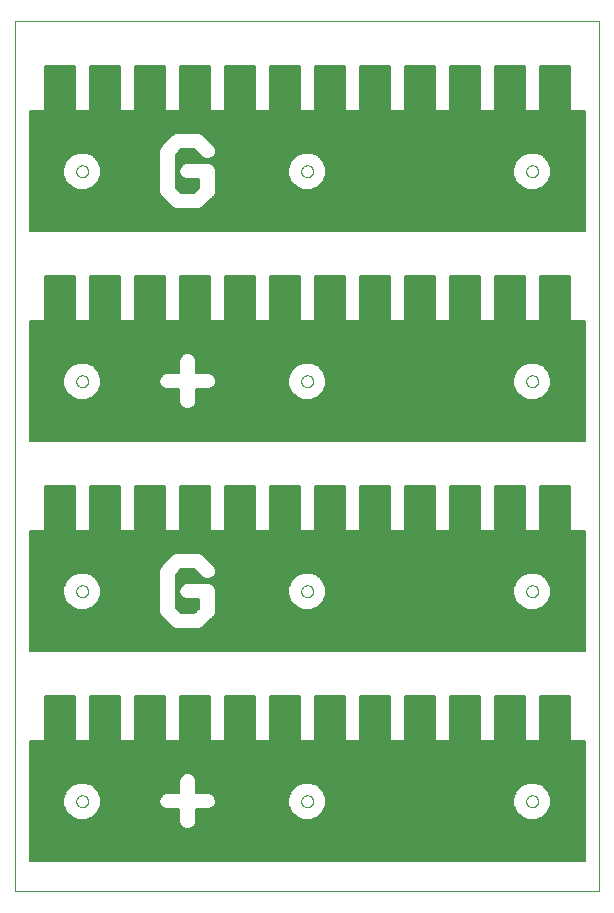
<source format=gtl>
G75*
%MOIN*%
%OFA0B0*%
%FSLAX25Y25*%
%IPPOS*%
%LPD*%
%AMOC8*
5,1,8,0,0,1.08239X$1,22.5*
%
%ADD10C,0.00000*%
%ADD11C,0.00500*%
D10*
X0001000Y0001000D02*
X0001000Y0291000D01*
X0195921Y0291000D01*
X0195921Y0001000D01*
X0001000Y0001000D01*
X0021531Y0031000D02*
X0021533Y0031088D01*
X0021539Y0031176D01*
X0021549Y0031264D01*
X0021563Y0031352D01*
X0021580Y0031438D01*
X0021602Y0031524D01*
X0021627Y0031608D01*
X0021657Y0031692D01*
X0021689Y0031774D01*
X0021726Y0031854D01*
X0021766Y0031933D01*
X0021810Y0032010D01*
X0021857Y0032085D01*
X0021907Y0032157D01*
X0021961Y0032228D01*
X0022017Y0032295D01*
X0022077Y0032361D01*
X0022139Y0032423D01*
X0022205Y0032483D01*
X0022272Y0032539D01*
X0022343Y0032593D01*
X0022415Y0032643D01*
X0022490Y0032690D01*
X0022567Y0032734D01*
X0022646Y0032774D01*
X0022726Y0032811D01*
X0022808Y0032843D01*
X0022892Y0032873D01*
X0022976Y0032898D01*
X0023062Y0032920D01*
X0023148Y0032937D01*
X0023236Y0032951D01*
X0023324Y0032961D01*
X0023412Y0032967D01*
X0023500Y0032969D01*
X0023588Y0032967D01*
X0023676Y0032961D01*
X0023764Y0032951D01*
X0023852Y0032937D01*
X0023938Y0032920D01*
X0024024Y0032898D01*
X0024108Y0032873D01*
X0024192Y0032843D01*
X0024274Y0032811D01*
X0024354Y0032774D01*
X0024433Y0032734D01*
X0024510Y0032690D01*
X0024585Y0032643D01*
X0024657Y0032593D01*
X0024728Y0032539D01*
X0024795Y0032483D01*
X0024861Y0032423D01*
X0024923Y0032361D01*
X0024983Y0032295D01*
X0025039Y0032228D01*
X0025093Y0032157D01*
X0025143Y0032085D01*
X0025190Y0032010D01*
X0025234Y0031933D01*
X0025274Y0031854D01*
X0025311Y0031774D01*
X0025343Y0031692D01*
X0025373Y0031608D01*
X0025398Y0031524D01*
X0025420Y0031438D01*
X0025437Y0031352D01*
X0025451Y0031264D01*
X0025461Y0031176D01*
X0025467Y0031088D01*
X0025469Y0031000D01*
X0025467Y0030912D01*
X0025461Y0030824D01*
X0025451Y0030736D01*
X0025437Y0030648D01*
X0025420Y0030562D01*
X0025398Y0030476D01*
X0025373Y0030392D01*
X0025343Y0030308D01*
X0025311Y0030226D01*
X0025274Y0030146D01*
X0025234Y0030067D01*
X0025190Y0029990D01*
X0025143Y0029915D01*
X0025093Y0029843D01*
X0025039Y0029772D01*
X0024983Y0029705D01*
X0024923Y0029639D01*
X0024861Y0029577D01*
X0024795Y0029517D01*
X0024728Y0029461D01*
X0024657Y0029407D01*
X0024585Y0029357D01*
X0024510Y0029310D01*
X0024433Y0029266D01*
X0024354Y0029226D01*
X0024274Y0029189D01*
X0024192Y0029157D01*
X0024108Y0029127D01*
X0024024Y0029102D01*
X0023938Y0029080D01*
X0023852Y0029063D01*
X0023764Y0029049D01*
X0023676Y0029039D01*
X0023588Y0029033D01*
X0023500Y0029031D01*
X0023412Y0029033D01*
X0023324Y0029039D01*
X0023236Y0029049D01*
X0023148Y0029063D01*
X0023062Y0029080D01*
X0022976Y0029102D01*
X0022892Y0029127D01*
X0022808Y0029157D01*
X0022726Y0029189D01*
X0022646Y0029226D01*
X0022567Y0029266D01*
X0022490Y0029310D01*
X0022415Y0029357D01*
X0022343Y0029407D01*
X0022272Y0029461D01*
X0022205Y0029517D01*
X0022139Y0029577D01*
X0022077Y0029639D01*
X0022017Y0029705D01*
X0021961Y0029772D01*
X0021907Y0029843D01*
X0021857Y0029915D01*
X0021810Y0029990D01*
X0021766Y0030067D01*
X0021726Y0030146D01*
X0021689Y0030226D01*
X0021657Y0030308D01*
X0021627Y0030392D01*
X0021602Y0030476D01*
X0021580Y0030562D01*
X0021563Y0030648D01*
X0021549Y0030736D01*
X0021539Y0030824D01*
X0021533Y0030912D01*
X0021531Y0031000D01*
X0021531Y0101000D02*
X0021533Y0101088D01*
X0021539Y0101176D01*
X0021549Y0101264D01*
X0021563Y0101352D01*
X0021580Y0101438D01*
X0021602Y0101524D01*
X0021627Y0101608D01*
X0021657Y0101692D01*
X0021689Y0101774D01*
X0021726Y0101854D01*
X0021766Y0101933D01*
X0021810Y0102010D01*
X0021857Y0102085D01*
X0021907Y0102157D01*
X0021961Y0102228D01*
X0022017Y0102295D01*
X0022077Y0102361D01*
X0022139Y0102423D01*
X0022205Y0102483D01*
X0022272Y0102539D01*
X0022343Y0102593D01*
X0022415Y0102643D01*
X0022490Y0102690D01*
X0022567Y0102734D01*
X0022646Y0102774D01*
X0022726Y0102811D01*
X0022808Y0102843D01*
X0022892Y0102873D01*
X0022976Y0102898D01*
X0023062Y0102920D01*
X0023148Y0102937D01*
X0023236Y0102951D01*
X0023324Y0102961D01*
X0023412Y0102967D01*
X0023500Y0102969D01*
X0023588Y0102967D01*
X0023676Y0102961D01*
X0023764Y0102951D01*
X0023852Y0102937D01*
X0023938Y0102920D01*
X0024024Y0102898D01*
X0024108Y0102873D01*
X0024192Y0102843D01*
X0024274Y0102811D01*
X0024354Y0102774D01*
X0024433Y0102734D01*
X0024510Y0102690D01*
X0024585Y0102643D01*
X0024657Y0102593D01*
X0024728Y0102539D01*
X0024795Y0102483D01*
X0024861Y0102423D01*
X0024923Y0102361D01*
X0024983Y0102295D01*
X0025039Y0102228D01*
X0025093Y0102157D01*
X0025143Y0102085D01*
X0025190Y0102010D01*
X0025234Y0101933D01*
X0025274Y0101854D01*
X0025311Y0101774D01*
X0025343Y0101692D01*
X0025373Y0101608D01*
X0025398Y0101524D01*
X0025420Y0101438D01*
X0025437Y0101352D01*
X0025451Y0101264D01*
X0025461Y0101176D01*
X0025467Y0101088D01*
X0025469Y0101000D01*
X0025467Y0100912D01*
X0025461Y0100824D01*
X0025451Y0100736D01*
X0025437Y0100648D01*
X0025420Y0100562D01*
X0025398Y0100476D01*
X0025373Y0100392D01*
X0025343Y0100308D01*
X0025311Y0100226D01*
X0025274Y0100146D01*
X0025234Y0100067D01*
X0025190Y0099990D01*
X0025143Y0099915D01*
X0025093Y0099843D01*
X0025039Y0099772D01*
X0024983Y0099705D01*
X0024923Y0099639D01*
X0024861Y0099577D01*
X0024795Y0099517D01*
X0024728Y0099461D01*
X0024657Y0099407D01*
X0024585Y0099357D01*
X0024510Y0099310D01*
X0024433Y0099266D01*
X0024354Y0099226D01*
X0024274Y0099189D01*
X0024192Y0099157D01*
X0024108Y0099127D01*
X0024024Y0099102D01*
X0023938Y0099080D01*
X0023852Y0099063D01*
X0023764Y0099049D01*
X0023676Y0099039D01*
X0023588Y0099033D01*
X0023500Y0099031D01*
X0023412Y0099033D01*
X0023324Y0099039D01*
X0023236Y0099049D01*
X0023148Y0099063D01*
X0023062Y0099080D01*
X0022976Y0099102D01*
X0022892Y0099127D01*
X0022808Y0099157D01*
X0022726Y0099189D01*
X0022646Y0099226D01*
X0022567Y0099266D01*
X0022490Y0099310D01*
X0022415Y0099357D01*
X0022343Y0099407D01*
X0022272Y0099461D01*
X0022205Y0099517D01*
X0022139Y0099577D01*
X0022077Y0099639D01*
X0022017Y0099705D01*
X0021961Y0099772D01*
X0021907Y0099843D01*
X0021857Y0099915D01*
X0021810Y0099990D01*
X0021766Y0100067D01*
X0021726Y0100146D01*
X0021689Y0100226D01*
X0021657Y0100308D01*
X0021627Y0100392D01*
X0021602Y0100476D01*
X0021580Y0100562D01*
X0021563Y0100648D01*
X0021549Y0100736D01*
X0021539Y0100824D01*
X0021533Y0100912D01*
X0021531Y0101000D01*
X0021531Y0171000D02*
X0021533Y0171088D01*
X0021539Y0171176D01*
X0021549Y0171264D01*
X0021563Y0171352D01*
X0021580Y0171438D01*
X0021602Y0171524D01*
X0021627Y0171608D01*
X0021657Y0171692D01*
X0021689Y0171774D01*
X0021726Y0171854D01*
X0021766Y0171933D01*
X0021810Y0172010D01*
X0021857Y0172085D01*
X0021907Y0172157D01*
X0021961Y0172228D01*
X0022017Y0172295D01*
X0022077Y0172361D01*
X0022139Y0172423D01*
X0022205Y0172483D01*
X0022272Y0172539D01*
X0022343Y0172593D01*
X0022415Y0172643D01*
X0022490Y0172690D01*
X0022567Y0172734D01*
X0022646Y0172774D01*
X0022726Y0172811D01*
X0022808Y0172843D01*
X0022892Y0172873D01*
X0022976Y0172898D01*
X0023062Y0172920D01*
X0023148Y0172937D01*
X0023236Y0172951D01*
X0023324Y0172961D01*
X0023412Y0172967D01*
X0023500Y0172969D01*
X0023588Y0172967D01*
X0023676Y0172961D01*
X0023764Y0172951D01*
X0023852Y0172937D01*
X0023938Y0172920D01*
X0024024Y0172898D01*
X0024108Y0172873D01*
X0024192Y0172843D01*
X0024274Y0172811D01*
X0024354Y0172774D01*
X0024433Y0172734D01*
X0024510Y0172690D01*
X0024585Y0172643D01*
X0024657Y0172593D01*
X0024728Y0172539D01*
X0024795Y0172483D01*
X0024861Y0172423D01*
X0024923Y0172361D01*
X0024983Y0172295D01*
X0025039Y0172228D01*
X0025093Y0172157D01*
X0025143Y0172085D01*
X0025190Y0172010D01*
X0025234Y0171933D01*
X0025274Y0171854D01*
X0025311Y0171774D01*
X0025343Y0171692D01*
X0025373Y0171608D01*
X0025398Y0171524D01*
X0025420Y0171438D01*
X0025437Y0171352D01*
X0025451Y0171264D01*
X0025461Y0171176D01*
X0025467Y0171088D01*
X0025469Y0171000D01*
X0025467Y0170912D01*
X0025461Y0170824D01*
X0025451Y0170736D01*
X0025437Y0170648D01*
X0025420Y0170562D01*
X0025398Y0170476D01*
X0025373Y0170392D01*
X0025343Y0170308D01*
X0025311Y0170226D01*
X0025274Y0170146D01*
X0025234Y0170067D01*
X0025190Y0169990D01*
X0025143Y0169915D01*
X0025093Y0169843D01*
X0025039Y0169772D01*
X0024983Y0169705D01*
X0024923Y0169639D01*
X0024861Y0169577D01*
X0024795Y0169517D01*
X0024728Y0169461D01*
X0024657Y0169407D01*
X0024585Y0169357D01*
X0024510Y0169310D01*
X0024433Y0169266D01*
X0024354Y0169226D01*
X0024274Y0169189D01*
X0024192Y0169157D01*
X0024108Y0169127D01*
X0024024Y0169102D01*
X0023938Y0169080D01*
X0023852Y0169063D01*
X0023764Y0169049D01*
X0023676Y0169039D01*
X0023588Y0169033D01*
X0023500Y0169031D01*
X0023412Y0169033D01*
X0023324Y0169039D01*
X0023236Y0169049D01*
X0023148Y0169063D01*
X0023062Y0169080D01*
X0022976Y0169102D01*
X0022892Y0169127D01*
X0022808Y0169157D01*
X0022726Y0169189D01*
X0022646Y0169226D01*
X0022567Y0169266D01*
X0022490Y0169310D01*
X0022415Y0169357D01*
X0022343Y0169407D01*
X0022272Y0169461D01*
X0022205Y0169517D01*
X0022139Y0169577D01*
X0022077Y0169639D01*
X0022017Y0169705D01*
X0021961Y0169772D01*
X0021907Y0169843D01*
X0021857Y0169915D01*
X0021810Y0169990D01*
X0021766Y0170067D01*
X0021726Y0170146D01*
X0021689Y0170226D01*
X0021657Y0170308D01*
X0021627Y0170392D01*
X0021602Y0170476D01*
X0021580Y0170562D01*
X0021563Y0170648D01*
X0021549Y0170736D01*
X0021539Y0170824D01*
X0021533Y0170912D01*
X0021531Y0171000D01*
X0021531Y0241000D02*
X0021533Y0241088D01*
X0021539Y0241176D01*
X0021549Y0241264D01*
X0021563Y0241352D01*
X0021580Y0241438D01*
X0021602Y0241524D01*
X0021627Y0241608D01*
X0021657Y0241692D01*
X0021689Y0241774D01*
X0021726Y0241854D01*
X0021766Y0241933D01*
X0021810Y0242010D01*
X0021857Y0242085D01*
X0021907Y0242157D01*
X0021961Y0242228D01*
X0022017Y0242295D01*
X0022077Y0242361D01*
X0022139Y0242423D01*
X0022205Y0242483D01*
X0022272Y0242539D01*
X0022343Y0242593D01*
X0022415Y0242643D01*
X0022490Y0242690D01*
X0022567Y0242734D01*
X0022646Y0242774D01*
X0022726Y0242811D01*
X0022808Y0242843D01*
X0022892Y0242873D01*
X0022976Y0242898D01*
X0023062Y0242920D01*
X0023148Y0242937D01*
X0023236Y0242951D01*
X0023324Y0242961D01*
X0023412Y0242967D01*
X0023500Y0242969D01*
X0023588Y0242967D01*
X0023676Y0242961D01*
X0023764Y0242951D01*
X0023852Y0242937D01*
X0023938Y0242920D01*
X0024024Y0242898D01*
X0024108Y0242873D01*
X0024192Y0242843D01*
X0024274Y0242811D01*
X0024354Y0242774D01*
X0024433Y0242734D01*
X0024510Y0242690D01*
X0024585Y0242643D01*
X0024657Y0242593D01*
X0024728Y0242539D01*
X0024795Y0242483D01*
X0024861Y0242423D01*
X0024923Y0242361D01*
X0024983Y0242295D01*
X0025039Y0242228D01*
X0025093Y0242157D01*
X0025143Y0242085D01*
X0025190Y0242010D01*
X0025234Y0241933D01*
X0025274Y0241854D01*
X0025311Y0241774D01*
X0025343Y0241692D01*
X0025373Y0241608D01*
X0025398Y0241524D01*
X0025420Y0241438D01*
X0025437Y0241352D01*
X0025451Y0241264D01*
X0025461Y0241176D01*
X0025467Y0241088D01*
X0025469Y0241000D01*
X0025467Y0240912D01*
X0025461Y0240824D01*
X0025451Y0240736D01*
X0025437Y0240648D01*
X0025420Y0240562D01*
X0025398Y0240476D01*
X0025373Y0240392D01*
X0025343Y0240308D01*
X0025311Y0240226D01*
X0025274Y0240146D01*
X0025234Y0240067D01*
X0025190Y0239990D01*
X0025143Y0239915D01*
X0025093Y0239843D01*
X0025039Y0239772D01*
X0024983Y0239705D01*
X0024923Y0239639D01*
X0024861Y0239577D01*
X0024795Y0239517D01*
X0024728Y0239461D01*
X0024657Y0239407D01*
X0024585Y0239357D01*
X0024510Y0239310D01*
X0024433Y0239266D01*
X0024354Y0239226D01*
X0024274Y0239189D01*
X0024192Y0239157D01*
X0024108Y0239127D01*
X0024024Y0239102D01*
X0023938Y0239080D01*
X0023852Y0239063D01*
X0023764Y0239049D01*
X0023676Y0239039D01*
X0023588Y0239033D01*
X0023500Y0239031D01*
X0023412Y0239033D01*
X0023324Y0239039D01*
X0023236Y0239049D01*
X0023148Y0239063D01*
X0023062Y0239080D01*
X0022976Y0239102D01*
X0022892Y0239127D01*
X0022808Y0239157D01*
X0022726Y0239189D01*
X0022646Y0239226D01*
X0022567Y0239266D01*
X0022490Y0239310D01*
X0022415Y0239357D01*
X0022343Y0239407D01*
X0022272Y0239461D01*
X0022205Y0239517D01*
X0022139Y0239577D01*
X0022077Y0239639D01*
X0022017Y0239705D01*
X0021961Y0239772D01*
X0021907Y0239843D01*
X0021857Y0239915D01*
X0021810Y0239990D01*
X0021766Y0240067D01*
X0021726Y0240146D01*
X0021689Y0240226D01*
X0021657Y0240308D01*
X0021627Y0240392D01*
X0021602Y0240476D01*
X0021580Y0240562D01*
X0021563Y0240648D01*
X0021549Y0240736D01*
X0021539Y0240824D01*
X0021533Y0240912D01*
X0021531Y0241000D01*
X0096531Y0241000D02*
X0096533Y0241088D01*
X0096539Y0241176D01*
X0096549Y0241264D01*
X0096563Y0241352D01*
X0096580Y0241438D01*
X0096602Y0241524D01*
X0096627Y0241608D01*
X0096657Y0241692D01*
X0096689Y0241774D01*
X0096726Y0241854D01*
X0096766Y0241933D01*
X0096810Y0242010D01*
X0096857Y0242085D01*
X0096907Y0242157D01*
X0096961Y0242228D01*
X0097017Y0242295D01*
X0097077Y0242361D01*
X0097139Y0242423D01*
X0097205Y0242483D01*
X0097272Y0242539D01*
X0097343Y0242593D01*
X0097415Y0242643D01*
X0097490Y0242690D01*
X0097567Y0242734D01*
X0097646Y0242774D01*
X0097726Y0242811D01*
X0097808Y0242843D01*
X0097892Y0242873D01*
X0097976Y0242898D01*
X0098062Y0242920D01*
X0098148Y0242937D01*
X0098236Y0242951D01*
X0098324Y0242961D01*
X0098412Y0242967D01*
X0098500Y0242969D01*
X0098588Y0242967D01*
X0098676Y0242961D01*
X0098764Y0242951D01*
X0098852Y0242937D01*
X0098938Y0242920D01*
X0099024Y0242898D01*
X0099108Y0242873D01*
X0099192Y0242843D01*
X0099274Y0242811D01*
X0099354Y0242774D01*
X0099433Y0242734D01*
X0099510Y0242690D01*
X0099585Y0242643D01*
X0099657Y0242593D01*
X0099728Y0242539D01*
X0099795Y0242483D01*
X0099861Y0242423D01*
X0099923Y0242361D01*
X0099983Y0242295D01*
X0100039Y0242228D01*
X0100093Y0242157D01*
X0100143Y0242085D01*
X0100190Y0242010D01*
X0100234Y0241933D01*
X0100274Y0241854D01*
X0100311Y0241774D01*
X0100343Y0241692D01*
X0100373Y0241608D01*
X0100398Y0241524D01*
X0100420Y0241438D01*
X0100437Y0241352D01*
X0100451Y0241264D01*
X0100461Y0241176D01*
X0100467Y0241088D01*
X0100469Y0241000D01*
X0100467Y0240912D01*
X0100461Y0240824D01*
X0100451Y0240736D01*
X0100437Y0240648D01*
X0100420Y0240562D01*
X0100398Y0240476D01*
X0100373Y0240392D01*
X0100343Y0240308D01*
X0100311Y0240226D01*
X0100274Y0240146D01*
X0100234Y0240067D01*
X0100190Y0239990D01*
X0100143Y0239915D01*
X0100093Y0239843D01*
X0100039Y0239772D01*
X0099983Y0239705D01*
X0099923Y0239639D01*
X0099861Y0239577D01*
X0099795Y0239517D01*
X0099728Y0239461D01*
X0099657Y0239407D01*
X0099585Y0239357D01*
X0099510Y0239310D01*
X0099433Y0239266D01*
X0099354Y0239226D01*
X0099274Y0239189D01*
X0099192Y0239157D01*
X0099108Y0239127D01*
X0099024Y0239102D01*
X0098938Y0239080D01*
X0098852Y0239063D01*
X0098764Y0239049D01*
X0098676Y0239039D01*
X0098588Y0239033D01*
X0098500Y0239031D01*
X0098412Y0239033D01*
X0098324Y0239039D01*
X0098236Y0239049D01*
X0098148Y0239063D01*
X0098062Y0239080D01*
X0097976Y0239102D01*
X0097892Y0239127D01*
X0097808Y0239157D01*
X0097726Y0239189D01*
X0097646Y0239226D01*
X0097567Y0239266D01*
X0097490Y0239310D01*
X0097415Y0239357D01*
X0097343Y0239407D01*
X0097272Y0239461D01*
X0097205Y0239517D01*
X0097139Y0239577D01*
X0097077Y0239639D01*
X0097017Y0239705D01*
X0096961Y0239772D01*
X0096907Y0239843D01*
X0096857Y0239915D01*
X0096810Y0239990D01*
X0096766Y0240067D01*
X0096726Y0240146D01*
X0096689Y0240226D01*
X0096657Y0240308D01*
X0096627Y0240392D01*
X0096602Y0240476D01*
X0096580Y0240562D01*
X0096563Y0240648D01*
X0096549Y0240736D01*
X0096539Y0240824D01*
X0096533Y0240912D01*
X0096531Y0241000D01*
X0096531Y0171000D02*
X0096533Y0171088D01*
X0096539Y0171176D01*
X0096549Y0171264D01*
X0096563Y0171352D01*
X0096580Y0171438D01*
X0096602Y0171524D01*
X0096627Y0171608D01*
X0096657Y0171692D01*
X0096689Y0171774D01*
X0096726Y0171854D01*
X0096766Y0171933D01*
X0096810Y0172010D01*
X0096857Y0172085D01*
X0096907Y0172157D01*
X0096961Y0172228D01*
X0097017Y0172295D01*
X0097077Y0172361D01*
X0097139Y0172423D01*
X0097205Y0172483D01*
X0097272Y0172539D01*
X0097343Y0172593D01*
X0097415Y0172643D01*
X0097490Y0172690D01*
X0097567Y0172734D01*
X0097646Y0172774D01*
X0097726Y0172811D01*
X0097808Y0172843D01*
X0097892Y0172873D01*
X0097976Y0172898D01*
X0098062Y0172920D01*
X0098148Y0172937D01*
X0098236Y0172951D01*
X0098324Y0172961D01*
X0098412Y0172967D01*
X0098500Y0172969D01*
X0098588Y0172967D01*
X0098676Y0172961D01*
X0098764Y0172951D01*
X0098852Y0172937D01*
X0098938Y0172920D01*
X0099024Y0172898D01*
X0099108Y0172873D01*
X0099192Y0172843D01*
X0099274Y0172811D01*
X0099354Y0172774D01*
X0099433Y0172734D01*
X0099510Y0172690D01*
X0099585Y0172643D01*
X0099657Y0172593D01*
X0099728Y0172539D01*
X0099795Y0172483D01*
X0099861Y0172423D01*
X0099923Y0172361D01*
X0099983Y0172295D01*
X0100039Y0172228D01*
X0100093Y0172157D01*
X0100143Y0172085D01*
X0100190Y0172010D01*
X0100234Y0171933D01*
X0100274Y0171854D01*
X0100311Y0171774D01*
X0100343Y0171692D01*
X0100373Y0171608D01*
X0100398Y0171524D01*
X0100420Y0171438D01*
X0100437Y0171352D01*
X0100451Y0171264D01*
X0100461Y0171176D01*
X0100467Y0171088D01*
X0100469Y0171000D01*
X0100467Y0170912D01*
X0100461Y0170824D01*
X0100451Y0170736D01*
X0100437Y0170648D01*
X0100420Y0170562D01*
X0100398Y0170476D01*
X0100373Y0170392D01*
X0100343Y0170308D01*
X0100311Y0170226D01*
X0100274Y0170146D01*
X0100234Y0170067D01*
X0100190Y0169990D01*
X0100143Y0169915D01*
X0100093Y0169843D01*
X0100039Y0169772D01*
X0099983Y0169705D01*
X0099923Y0169639D01*
X0099861Y0169577D01*
X0099795Y0169517D01*
X0099728Y0169461D01*
X0099657Y0169407D01*
X0099585Y0169357D01*
X0099510Y0169310D01*
X0099433Y0169266D01*
X0099354Y0169226D01*
X0099274Y0169189D01*
X0099192Y0169157D01*
X0099108Y0169127D01*
X0099024Y0169102D01*
X0098938Y0169080D01*
X0098852Y0169063D01*
X0098764Y0169049D01*
X0098676Y0169039D01*
X0098588Y0169033D01*
X0098500Y0169031D01*
X0098412Y0169033D01*
X0098324Y0169039D01*
X0098236Y0169049D01*
X0098148Y0169063D01*
X0098062Y0169080D01*
X0097976Y0169102D01*
X0097892Y0169127D01*
X0097808Y0169157D01*
X0097726Y0169189D01*
X0097646Y0169226D01*
X0097567Y0169266D01*
X0097490Y0169310D01*
X0097415Y0169357D01*
X0097343Y0169407D01*
X0097272Y0169461D01*
X0097205Y0169517D01*
X0097139Y0169577D01*
X0097077Y0169639D01*
X0097017Y0169705D01*
X0096961Y0169772D01*
X0096907Y0169843D01*
X0096857Y0169915D01*
X0096810Y0169990D01*
X0096766Y0170067D01*
X0096726Y0170146D01*
X0096689Y0170226D01*
X0096657Y0170308D01*
X0096627Y0170392D01*
X0096602Y0170476D01*
X0096580Y0170562D01*
X0096563Y0170648D01*
X0096549Y0170736D01*
X0096539Y0170824D01*
X0096533Y0170912D01*
X0096531Y0171000D01*
X0096531Y0101000D02*
X0096533Y0101088D01*
X0096539Y0101176D01*
X0096549Y0101264D01*
X0096563Y0101352D01*
X0096580Y0101438D01*
X0096602Y0101524D01*
X0096627Y0101608D01*
X0096657Y0101692D01*
X0096689Y0101774D01*
X0096726Y0101854D01*
X0096766Y0101933D01*
X0096810Y0102010D01*
X0096857Y0102085D01*
X0096907Y0102157D01*
X0096961Y0102228D01*
X0097017Y0102295D01*
X0097077Y0102361D01*
X0097139Y0102423D01*
X0097205Y0102483D01*
X0097272Y0102539D01*
X0097343Y0102593D01*
X0097415Y0102643D01*
X0097490Y0102690D01*
X0097567Y0102734D01*
X0097646Y0102774D01*
X0097726Y0102811D01*
X0097808Y0102843D01*
X0097892Y0102873D01*
X0097976Y0102898D01*
X0098062Y0102920D01*
X0098148Y0102937D01*
X0098236Y0102951D01*
X0098324Y0102961D01*
X0098412Y0102967D01*
X0098500Y0102969D01*
X0098588Y0102967D01*
X0098676Y0102961D01*
X0098764Y0102951D01*
X0098852Y0102937D01*
X0098938Y0102920D01*
X0099024Y0102898D01*
X0099108Y0102873D01*
X0099192Y0102843D01*
X0099274Y0102811D01*
X0099354Y0102774D01*
X0099433Y0102734D01*
X0099510Y0102690D01*
X0099585Y0102643D01*
X0099657Y0102593D01*
X0099728Y0102539D01*
X0099795Y0102483D01*
X0099861Y0102423D01*
X0099923Y0102361D01*
X0099983Y0102295D01*
X0100039Y0102228D01*
X0100093Y0102157D01*
X0100143Y0102085D01*
X0100190Y0102010D01*
X0100234Y0101933D01*
X0100274Y0101854D01*
X0100311Y0101774D01*
X0100343Y0101692D01*
X0100373Y0101608D01*
X0100398Y0101524D01*
X0100420Y0101438D01*
X0100437Y0101352D01*
X0100451Y0101264D01*
X0100461Y0101176D01*
X0100467Y0101088D01*
X0100469Y0101000D01*
X0100467Y0100912D01*
X0100461Y0100824D01*
X0100451Y0100736D01*
X0100437Y0100648D01*
X0100420Y0100562D01*
X0100398Y0100476D01*
X0100373Y0100392D01*
X0100343Y0100308D01*
X0100311Y0100226D01*
X0100274Y0100146D01*
X0100234Y0100067D01*
X0100190Y0099990D01*
X0100143Y0099915D01*
X0100093Y0099843D01*
X0100039Y0099772D01*
X0099983Y0099705D01*
X0099923Y0099639D01*
X0099861Y0099577D01*
X0099795Y0099517D01*
X0099728Y0099461D01*
X0099657Y0099407D01*
X0099585Y0099357D01*
X0099510Y0099310D01*
X0099433Y0099266D01*
X0099354Y0099226D01*
X0099274Y0099189D01*
X0099192Y0099157D01*
X0099108Y0099127D01*
X0099024Y0099102D01*
X0098938Y0099080D01*
X0098852Y0099063D01*
X0098764Y0099049D01*
X0098676Y0099039D01*
X0098588Y0099033D01*
X0098500Y0099031D01*
X0098412Y0099033D01*
X0098324Y0099039D01*
X0098236Y0099049D01*
X0098148Y0099063D01*
X0098062Y0099080D01*
X0097976Y0099102D01*
X0097892Y0099127D01*
X0097808Y0099157D01*
X0097726Y0099189D01*
X0097646Y0099226D01*
X0097567Y0099266D01*
X0097490Y0099310D01*
X0097415Y0099357D01*
X0097343Y0099407D01*
X0097272Y0099461D01*
X0097205Y0099517D01*
X0097139Y0099577D01*
X0097077Y0099639D01*
X0097017Y0099705D01*
X0096961Y0099772D01*
X0096907Y0099843D01*
X0096857Y0099915D01*
X0096810Y0099990D01*
X0096766Y0100067D01*
X0096726Y0100146D01*
X0096689Y0100226D01*
X0096657Y0100308D01*
X0096627Y0100392D01*
X0096602Y0100476D01*
X0096580Y0100562D01*
X0096563Y0100648D01*
X0096549Y0100736D01*
X0096539Y0100824D01*
X0096533Y0100912D01*
X0096531Y0101000D01*
X0096531Y0031000D02*
X0096533Y0031088D01*
X0096539Y0031176D01*
X0096549Y0031264D01*
X0096563Y0031352D01*
X0096580Y0031438D01*
X0096602Y0031524D01*
X0096627Y0031608D01*
X0096657Y0031692D01*
X0096689Y0031774D01*
X0096726Y0031854D01*
X0096766Y0031933D01*
X0096810Y0032010D01*
X0096857Y0032085D01*
X0096907Y0032157D01*
X0096961Y0032228D01*
X0097017Y0032295D01*
X0097077Y0032361D01*
X0097139Y0032423D01*
X0097205Y0032483D01*
X0097272Y0032539D01*
X0097343Y0032593D01*
X0097415Y0032643D01*
X0097490Y0032690D01*
X0097567Y0032734D01*
X0097646Y0032774D01*
X0097726Y0032811D01*
X0097808Y0032843D01*
X0097892Y0032873D01*
X0097976Y0032898D01*
X0098062Y0032920D01*
X0098148Y0032937D01*
X0098236Y0032951D01*
X0098324Y0032961D01*
X0098412Y0032967D01*
X0098500Y0032969D01*
X0098588Y0032967D01*
X0098676Y0032961D01*
X0098764Y0032951D01*
X0098852Y0032937D01*
X0098938Y0032920D01*
X0099024Y0032898D01*
X0099108Y0032873D01*
X0099192Y0032843D01*
X0099274Y0032811D01*
X0099354Y0032774D01*
X0099433Y0032734D01*
X0099510Y0032690D01*
X0099585Y0032643D01*
X0099657Y0032593D01*
X0099728Y0032539D01*
X0099795Y0032483D01*
X0099861Y0032423D01*
X0099923Y0032361D01*
X0099983Y0032295D01*
X0100039Y0032228D01*
X0100093Y0032157D01*
X0100143Y0032085D01*
X0100190Y0032010D01*
X0100234Y0031933D01*
X0100274Y0031854D01*
X0100311Y0031774D01*
X0100343Y0031692D01*
X0100373Y0031608D01*
X0100398Y0031524D01*
X0100420Y0031438D01*
X0100437Y0031352D01*
X0100451Y0031264D01*
X0100461Y0031176D01*
X0100467Y0031088D01*
X0100469Y0031000D01*
X0100467Y0030912D01*
X0100461Y0030824D01*
X0100451Y0030736D01*
X0100437Y0030648D01*
X0100420Y0030562D01*
X0100398Y0030476D01*
X0100373Y0030392D01*
X0100343Y0030308D01*
X0100311Y0030226D01*
X0100274Y0030146D01*
X0100234Y0030067D01*
X0100190Y0029990D01*
X0100143Y0029915D01*
X0100093Y0029843D01*
X0100039Y0029772D01*
X0099983Y0029705D01*
X0099923Y0029639D01*
X0099861Y0029577D01*
X0099795Y0029517D01*
X0099728Y0029461D01*
X0099657Y0029407D01*
X0099585Y0029357D01*
X0099510Y0029310D01*
X0099433Y0029266D01*
X0099354Y0029226D01*
X0099274Y0029189D01*
X0099192Y0029157D01*
X0099108Y0029127D01*
X0099024Y0029102D01*
X0098938Y0029080D01*
X0098852Y0029063D01*
X0098764Y0029049D01*
X0098676Y0029039D01*
X0098588Y0029033D01*
X0098500Y0029031D01*
X0098412Y0029033D01*
X0098324Y0029039D01*
X0098236Y0029049D01*
X0098148Y0029063D01*
X0098062Y0029080D01*
X0097976Y0029102D01*
X0097892Y0029127D01*
X0097808Y0029157D01*
X0097726Y0029189D01*
X0097646Y0029226D01*
X0097567Y0029266D01*
X0097490Y0029310D01*
X0097415Y0029357D01*
X0097343Y0029407D01*
X0097272Y0029461D01*
X0097205Y0029517D01*
X0097139Y0029577D01*
X0097077Y0029639D01*
X0097017Y0029705D01*
X0096961Y0029772D01*
X0096907Y0029843D01*
X0096857Y0029915D01*
X0096810Y0029990D01*
X0096766Y0030067D01*
X0096726Y0030146D01*
X0096689Y0030226D01*
X0096657Y0030308D01*
X0096627Y0030392D01*
X0096602Y0030476D01*
X0096580Y0030562D01*
X0096563Y0030648D01*
X0096549Y0030736D01*
X0096539Y0030824D01*
X0096533Y0030912D01*
X0096531Y0031000D01*
X0171531Y0031000D02*
X0171533Y0031088D01*
X0171539Y0031176D01*
X0171549Y0031264D01*
X0171563Y0031352D01*
X0171580Y0031438D01*
X0171602Y0031524D01*
X0171627Y0031608D01*
X0171657Y0031692D01*
X0171689Y0031774D01*
X0171726Y0031854D01*
X0171766Y0031933D01*
X0171810Y0032010D01*
X0171857Y0032085D01*
X0171907Y0032157D01*
X0171961Y0032228D01*
X0172017Y0032295D01*
X0172077Y0032361D01*
X0172139Y0032423D01*
X0172205Y0032483D01*
X0172272Y0032539D01*
X0172343Y0032593D01*
X0172415Y0032643D01*
X0172490Y0032690D01*
X0172567Y0032734D01*
X0172646Y0032774D01*
X0172726Y0032811D01*
X0172808Y0032843D01*
X0172892Y0032873D01*
X0172976Y0032898D01*
X0173062Y0032920D01*
X0173148Y0032937D01*
X0173236Y0032951D01*
X0173324Y0032961D01*
X0173412Y0032967D01*
X0173500Y0032969D01*
X0173588Y0032967D01*
X0173676Y0032961D01*
X0173764Y0032951D01*
X0173852Y0032937D01*
X0173938Y0032920D01*
X0174024Y0032898D01*
X0174108Y0032873D01*
X0174192Y0032843D01*
X0174274Y0032811D01*
X0174354Y0032774D01*
X0174433Y0032734D01*
X0174510Y0032690D01*
X0174585Y0032643D01*
X0174657Y0032593D01*
X0174728Y0032539D01*
X0174795Y0032483D01*
X0174861Y0032423D01*
X0174923Y0032361D01*
X0174983Y0032295D01*
X0175039Y0032228D01*
X0175093Y0032157D01*
X0175143Y0032085D01*
X0175190Y0032010D01*
X0175234Y0031933D01*
X0175274Y0031854D01*
X0175311Y0031774D01*
X0175343Y0031692D01*
X0175373Y0031608D01*
X0175398Y0031524D01*
X0175420Y0031438D01*
X0175437Y0031352D01*
X0175451Y0031264D01*
X0175461Y0031176D01*
X0175467Y0031088D01*
X0175469Y0031000D01*
X0175467Y0030912D01*
X0175461Y0030824D01*
X0175451Y0030736D01*
X0175437Y0030648D01*
X0175420Y0030562D01*
X0175398Y0030476D01*
X0175373Y0030392D01*
X0175343Y0030308D01*
X0175311Y0030226D01*
X0175274Y0030146D01*
X0175234Y0030067D01*
X0175190Y0029990D01*
X0175143Y0029915D01*
X0175093Y0029843D01*
X0175039Y0029772D01*
X0174983Y0029705D01*
X0174923Y0029639D01*
X0174861Y0029577D01*
X0174795Y0029517D01*
X0174728Y0029461D01*
X0174657Y0029407D01*
X0174585Y0029357D01*
X0174510Y0029310D01*
X0174433Y0029266D01*
X0174354Y0029226D01*
X0174274Y0029189D01*
X0174192Y0029157D01*
X0174108Y0029127D01*
X0174024Y0029102D01*
X0173938Y0029080D01*
X0173852Y0029063D01*
X0173764Y0029049D01*
X0173676Y0029039D01*
X0173588Y0029033D01*
X0173500Y0029031D01*
X0173412Y0029033D01*
X0173324Y0029039D01*
X0173236Y0029049D01*
X0173148Y0029063D01*
X0173062Y0029080D01*
X0172976Y0029102D01*
X0172892Y0029127D01*
X0172808Y0029157D01*
X0172726Y0029189D01*
X0172646Y0029226D01*
X0172567Y0029266D01*
X0172490Y0029310D01*
X0172415Y0029357D01*
X0172343Y0029407D01*
X0172272Y0029461D01*
X0172205Y0029517D01*
X0172139Y0029577D01*
X0172077Y0029639D01*
X0172017Y0029705D01*
X0171961Y0029772D01*
X0171907Y0029843D01*
X0171857Y0029915D01*
X0171810Y0029990D01*
X0171766Y0030067D01*
X0171726Y0030146D01*
X0171689Y0030226D01*
X0171657Y0030308D01*
X0171627Y0030392D01*
X0171602Y0030476D01*
X0171580Y0030562D01*
X0171563Y0030648D01*
X0171549Y0030736D01*
X0171539Y0030824D01*
X0171533Y0030912D01*
X0171531Y0031000D01*
X0171531Y0101000D02*
X0171533Y0101088D01*
X0171539Y0101176D01*
X0171549Y0101264D01*
X0171563Y0101352D01*
X0171580Y0101438D01*
X0171602Y0101524D01*
X0171627Y0101608D01*
X0171657Y0101692D01*
X0171689Y0101774D01*
X0171726Y0101854D01*
X0171766Y0101933D01*
X0171810Y0102010D01*
X0171857Y0102085D01*
X0171907Y0102157D01*
X0171961Y0102228D01*
X0172017Y0102295D01*
X0172077Y0102361D01*
X0172139Y0102423D01*
X0172205Y0102483D01*
X0172272Y0102539D01*
X0172343Y0102593D01*
X0172415Y0102643D01*
X0172490Y0102690D01*
X0172567Y0102734D01*
X0172646Y0102774D01*
X0172726Y0102811D01*
X0172808Y0102843D01*
X0172892Y0102873D01*
X0172976Y0102898D01*
X0173062Y0102920D01*
X0173148Y0102937D01*
X0173236Y0102951D01*
X0173324Y0102961D01*
X0173412Y0102967D01*
X0173500Y0102969D01*
X0173588Y0102967D01*
X0173676Y0102961D01*
X0173764Y0102951D01*
X0173852Y0102937D01*
X0173938Y0102920D01*
X0174024Y0102898D01*
X0174108Y0102873D01*
X0174192Y0102843D01*
X0174274Y0102811D01*
X0174354Y0102774D01*
X0174433Y0102734D01*
X0174510Y0102690D01*
X0174585Y0102643D01*
X0174657Y0102593D01*
X0174728Y0102539D01*
X0174795Y0102483D01*
X0174861Y0102423D01*
X0174923Y0102361D01*
X0174983Y0102295D01*
X0175039Y0102228D01*
X0175093Y0102157D01*
X0175143Y0102085D01*
X0175190Y0102010D01*
X0175234Y0101933D01*
X0175274Y0101854D01*
X0175311Y0101774D01*
X0175343Y0101692D01*
X0175373Y0101608D01*
X0175398Y0101524D01*
X0175420Y0101438D01*
X0175437Y0101352D01*
X0175451Y0101264D01*
X0175461Y0101176D01*
X0175467Y0101088D01*
X0175469Y0101000D01*
X0175467Y0100912D01*
X0175461Y0100824D01*
X0175451Y0100736D01*
X0175437Y0100648D01*
X0175420Y0100562D01*
X0175398Y0100476D01*
X0175373Y0100392D01*
X0175343Y0100308D01*
X0175311Y0100226D01*
X0175274Y0100146D01*
X0175234Y0100067D01*
X0175190Y0099990D01*
X0175143Y0099915D01*
X0175093Y0099843D01*
X0175039Y0099772D01*
X0174983Y0099705D01*
X0174923Y0099639D01*
X0174861Y0099577D01*
X0174795Y0099517D01*
X0174728Y0099461D01*
X0174657Y0099407D01*
X0174585Y0099357D01*
X0174510Y0099310D01*
X0174433Y0099266D01*
X0174354Y0099226D01*
X0174274Y0099189D01*
X0174192Y0099157D01*
X0174108Y0099127D01*
X0174024Y0099102D01*
X0173938Y0099080D01*
X0173852Y0099063D01*
X0173764Y0099049D01*
X0173676Y0099039D01*
X0173588Y0099033D01*
X0173500Y0099031D01*
X0173412Y0099033D01*
X0173324Y0099039D01*
X0173236Y0099049D01*
X0173148Y0099063D01*
X0173062Y0099080D01*
X0172976Y0099102D01*
X0172892Y0099127D01*
X0172808Y0099157D01*
X0172726Y0099189D01*
X0172646Y0099226D01*
X0172567Y0099266D01*
X0172490Y0099310D01*
X0172415Y0099357D01*
X0172343Y0099407D01*
X0172272Y0099461D01*
X0172205Y0099517D01*
X0172139Y0099577D01*
X0172077Y0099639D01*
X0172017Y0099705D01*
X0171961Y0099772D01*
X0171907Y0099843D01*
X0171857Y0099915D01*
X0171810Y0099990D01*
X0171766Y0100067D01*
X0171726Y0100146D01*
X0171689Y0100226D01*
X0171657Y0100308D01*
X0171627Y0100392D01*
X0171602Y0100476D01*
X0171580Y0100562D01*
X0171563Y0100648D01*
X0171549Y0100736D01*
X0171539Y0100824D01*
X0171533Y0100912D01*
X0171531Y0101000D01*
X0171531Y0171000D02*
X0171533Y0171088D01*
X0171539Y0171176D01*
X0171549Y0171264D01*
X0171563Y0171352D01*
X0171580Y0171438D01*
X0171602Y0171524D01*
X0171627Y0171608D01*
X0171657Y0171692D01*
X0171689Y0171774D01*
X0171726Y0171854D01*
X0171766Y0171933D01*
X0171810Y0172010D01*
X0171857Y0172085D01*
X0171907Y0172157D01*
X0171961Y0172228D01*
X0172017Y0172295D01*
X0172077Y0172361D01*
X0172139Y0172423D01*
X0172205Y0172483D01*
X0172272Y0172539D01*
X0172343Y0172593D01*
X0172415Y0172643D01*
X0172490Y0172690D01*
X0172567Y0172734D01*
X0172646Y0172774D01*
X0172726Y0172811D01*
X0172808Y0172843D01*
X0172892Y0172873D01*
X0172976Y0172898D01*
X0173062Y0172920D01*
X0173148Y0172937D01*
X0173236Y0172951D01*
X0173324Y0172961D01*
X0173412Y0172967D01*
X0173500Y0172969D01*
X0173588Y0172967D01*
X0173676Y0172961D01*
X0173764Y0172951D01*
X0173852Y0172937D01*
X0173938Y0172920D01*
X0174024Y0172898D01*
X0174108Y0172873D01*
X0174192Y0172843D01*
X0174274Y0172811D01*
X0174354Y0172774D01*
X0174433Y0172734D01*
X0174510Y0172690D01*
X0174585Y0172643D01*
X0174657Y0172593D01*
X0174728Y0172539D01*
X0174795Y0172483D01*
X0174861Y0172423D01*
X0174923Y0172361D01*
X0174983Y0172295D01*
X0175039Y0172228D01*
X0175093Y0172157D01*
X0175143Y0172085D01*
X0175190Y0172010D01*
X0175234Y0171933D01*
X0175274Y0171854D01*
X0175311Y0171774D01*
X0175343Y0171692D01*
X0175373Y0171608D01*
X0175398Y0171524D01*
X0175420Y0171438D01*
X0175437Y0171352D01*
X0175451Y0171264D01*
X0175461Y0171176D01*
X0175467Y0171088D01*
X0175469Y0171000D01*
X0175467Y0170912D01*
X0175461Y0170824D01*
X0175451Y0170736D01*
X0175437Y0170648D01*
X0175420Y0170562D01*
X0175398Y0170476D01*
X0175373Y0170392D01*
X0175343Y0170308D01*
X0175311Y0170226D01*
X0175274Y0170146D01*
X0175234Y0170067D01*
X0175190Y0169990D01*
X0175143Y0169915D01*
X0175093Y0169843D01*
X0175039Y0169772D01*
X0174983Y0169705D01*
X0174923Y0169639D01*
X0174861Y0169577D01*
X0174795Y0169517D01*
X0174728Y0169461D01*
X0174657Y0169407D01*
X0174585Y0169357D01*
X0174510Y0169310D01*
X0174433Y0169266D01*
X0174354Y0169226D01*
X0174274Y0169189D01*
X0174192Y0169157D01*
X0174108Y0169127D01*
X0174024Y0169102D01*
X0173938Y0169080D01*
X0173852Y0169063D01*
X0173764Y0169049D01*
X0173676Y0169039D01*
X0173588Y0169033D01*
X0173500Y0169031D01*
X0173412Y0169033D01*
X0173324Y0169039D01*
X0173236Y0169049D01*
X0173148Y0169063D01*
X0173062Y0169080D01*
X0172976Y0169102D01*
X0172892Y0169127D01*
X0172808Y0169157D01*
X0172726Y0169189D01*
X0172646Y0169226D01*
X0172567Y0169266D01*
X0172490Y0169310D01*
X0172415Y0169357D01*
X0172343Y0169407D01*
X0172272Y0169461D01*
X0172205Y0169517D01*
X0172139Y0169577D01*
X0172077Y0169639D01*
X0172017Y0169705D01*
X0171961Y0169772D01*
X0171907Y0169843D01*
X0171857Y0169915D01*
X0171810Y0169990D01*
X0171766Y0170067D01*
X0171726Y0170146D01*
X0171689Y0170226D01*
X0171657Y0170308D01*
X0171627Y0170392D01*
X0171602Y0170476D01*
X0171580Y0170562D01*
X0171563Y0170648D01*
X0171549Y0170736D01*
X0171539Y0170824D01*
X0171533Y0170912D01*
X0171531Y0171000D01*
X0171531Y0241000D02*
X0171533Y0241088D01*
X0171539Y0241176D01*
X0171549Y0241264D01*
X0171563Y0241352D01*
X0171580Y0241438D01*
X0171602Y0241524D01*
X0171627Y0241608D01*
X0171657Y0241692D01*
X0171689Y0241774D01*
X0171726Y0241854D01*
X0171766Y0241933D01*
X0171810Y0242010D01*
X0171857Y0242085D01*
X0171907Y0242157D01*
X0171961Y0242228D01*
X0172017Y0242295D01*
X0172077Y0242361D01*
X0172139Y0242423D01*
X0172205Y0242483D01*
X0172272Y0242539D01*
X0172343Y0242593D01*
X0172415Y0242643D01*
X0172490Y0242690D01*
X0172567Y0242734D01*
X0172646Y0242774D01*
X0172726Y0242811D01*
X0172808Y0242843D01*
X0172892Y0242873D01*
X0172976Y0242898D01*
X0173062Y0242920D01*
X0173148Y0242937D01*
X0173236Y0242951D01*
X0173324Y0242961D01*
X0173412Y0242967D01*
X0173500Y0242969D01*
X0173588Y0242967D01*
X0173676Y0242961D01*
X0173764Y0242951D01*
X0173852Y0242937D01*
X0173938Y0242920D01*
X0174024Y0242898D01*
X0174108Y0242873D01*
X0174192Y0242843D01*
X0174274Y0242811D01*
X0174354Y0242774D01*
X0174433Y0242734D01*
X0174510Y0242690D01*
X0174585Y0242643D01*
X0174657Y0242593D01*
X0174728Y0242539D01*
X0174795Y0242483D01*
X0174861Y0242423D01*
X0174923Y0242361D01*
X0174983Y0242295D01*
X0175039Y0242228D01*
X0175093Y0242157D01*
X0175143Y0242085D01*
X0175190Y0242010D01*
X0175234Y0241933D01*
X0175274Y0241854D01*
X0175311Y0241774D01*
X0175343Y0241692D01*
X0175373Y0241608D01*
X0175398Y0241524D01*
X0175420Y0241438D01*
X0175437Y0241352D01*
X0175451Y0241264D01*
X0175461Y0241176D01*
X0175467Y0241088D01*
X0175469Y0241000D01*
X0175467Y0240912D01*
X0175461Y0240824D01*
X0175451Y0240736D01*
X0175437Y0240648D01*
X0175420Y0240562D01*
X0175398Y0240476D01*
X0175373Y0240392D01*
X0175343Y0240308D01*
X0175311Y0240226D01*
X0175274Y0240146D01*
X0175234Y0240067D01*
X0175190Y0239990D01*
X0175143Y0239915D01*
X0175093Y0239843D01*
X0175039Y0239772D01*
X0174983Y0239705D01*
X0174923Y0239639D01*
X0174861Y0239577D01*
X0174795Y0239517D01*
X0174728Y0239461D01*
X0174657Y0239407D01*
X0174585Y0239357D01*
X0174510Y0239310D01*
X0174433Y0239266D01*
X0174354Y0239226D01*
X0174274Y0239189D01*
X0174192Y0239157D01*
X0174108Y0239127D01*
X0174024Y0239102D01*
X0173938Y0239080D01*
X0173852Y0239063D01*
X0173764Y0239049D01*
X0173676Y0239039D01*
X0173588Y0239033D01*
X0173500Y0239031D01*
X0173412Y0239033D01*
X0173324Y0239039D01*
X0173236Y0239049D01*
X0173148Y0239063D01*
X0173062Y0239080D01*
X0172976Y0239102D01*
X0172892Y0239127D01*
X0172808Y0239157D01*
X0172726Y0239189D01*
X0172646Y0239226D01*
X0172567Y0239266D01*
X0172490Y0239310D01*
X0172415Y0239357D01*
X0172343Y0239407D01*
X0172272Y0239461D01*
X0172205Y0239517D01*
X0172139Y0239577D01*
X0172077Y0239639D01*
X0172017Y0239705D01*
X0171961Y0239772D01*
X0171907Y0239843D01*
X0171857Y0239915D01*
X0171810Y0239990D01*
X0171766Y0240067D01*
X0171726Y0240146D01*
X0171689Y0240226D01*
X0171657Y0240308D01*
X0171627Y0240392D01*
X0171602Y0240476D01*
X0171580Y0240562D01*
X0171563Y0240648D01*
X0171549Y0240736D01*
X0171539Y0240824D01*
X0171533Y0240912D01*
X0171531Y0241000D01*
D11*
X0167478Y0239288D02*
X0104522Y0239288D01*
X0104718Y0239763D02*
X0103772Y0237477D01*
X0102022Y0235728D01*
X0099737Y0234781D01*
X0097263Y0234781D01*
X0094977Y0235728D01*
X0093228Y0237477D01*
X0092281Y0239763D01*
X0092281Y0242237D01*
X0093228Y0244522D01*
X0094977Y0246272D01*
X0097263Y0247218D01*
X0099737Y0247218D01*
X0102022Y0246272D01*
X0103772Y0244522D01*
X0104718Y0242237D01*
X0104718Y0239763D01*
X0104718Y0239787D02*
X0167281Y0239787D01*
X0167281Y0239763D02*
X0168228Y0237477D01*
X0169977Y0235728D01*
X0172263Y0234781D01*
X0174737Y0234781D01*
X0177022Y0235728D01*
X0178772Y0237477D01*
X0179718Y0239763D01*
X0179718Y0242237D01*
X0178772Y0244522D01*
X0177022Y0246272D01*
X0174737Y0247218D01*
X0172263Y0247218D01*
X0169977Y0246272D01*
X0168228Y0244522D01*
X0167281Y0242237D01*
X0167281Y0239763D01*
X0167281Y0240285D02*
X0104718Y0240285D01*
X0104718Y0240784D02*
X0167281Y0240784D01*
X0167281Y0241282D02*
X0104718Y0241282D01*
X0104718Y0241781D02*
X0167281Y0241781D01*
X0167299Y0242279D02*
X0104701Y0242279D01*
X0104494Y0242778D02*
X0167506Y0242778D01*
X0167712Y0243277D02*
X0104288Y0243277D01*
X0104081Y0243775D02*
X0167919Y0243775D01*
X0168125Y0244274D02*
X0103875Y0244274D01*
X0103522Y0244772D02*
X0168478Y0244772D01*
X0168976Y0245271D02*
X0103024Y0245271D01*
X0102525Y0245769D02*
X0169475Y0245769D01*
X0169973Y0246268D02*
X0102027Y0246268D01*
X0100829Y0246766D02*
X0171171Y0246766D01*
X0175829Y0246766D02*
X0191000Y0246766D01*
X0191000Y0246268D02*
X0177027Y0246268D01*
X0177525Y0245769D02*
X0191000Y0245769D01*
X0191000Y0245271D02*
X0178024Y0245271D01*
X0178522Y0244772D02*
X0191000Y0244772D01*
X0191000Y0244274D02*
X0178875Y0244274D01*
X0179081Y0243775D02*
X0191000Y0243775D01*
X0191000Y0243277D02*
X0179288Y0243277D01*
X0179494Y0242778D02*
X0191000Y0242778D01*
X0191000Y0242279D02*
X0179701Y0242279D01*
X0179718Y0241781D02*
X0191000Y0241781D01*
X0191000Y0241282D02*
X0179718Y0241282D01*
X0179718Y0240784D02*
X0191000Y0240784D01*
X0191000Y0240285D02*
X0179718Y0240285D01*
X0179718Y0239787D02*
X0191000Y0239787D01*
X0191000Y0239288D02*
X0179522Y0239288D01*
X0179315Y0238790D02*
X0191000Y0238790D01*
X0191000Y0238291D02*
X0179109Y0238291D01*
X0178902Y0237793D02*
X0191000Y0237793D01*
X0191000Y0237294D02*
X0178589Y0237294D01*
X0178090Y0236796D02*
X0191000Y0236796D01*
X0191000Y0236297D02*
X0177592Y0236297D01*
X0177093Y0235799D02*
X0191000Y0235799D01*
X0191000Y0235300D02*
X0175989Y0235300D01*
X0174786Y0234802D02*
X0191000Y0234802D01*
X0191000Y0234303D02*
X0068085Y0234303D01*
X0068085Y0233805D02*
X0191000Y0233805D01*
X0191000Y0233306D02*
X0067885Y0233306D01*
X0068085Y0233789D02*
X0067666Y0232778D01*
X0066893Y0232005D01*
X0063556Y0228669D01*
X0062546Y0228250D01*
X0054779Y0228250D01*
X0053769Y0228669D01*
X0052995Y0229442D01*
X0049659Y0232778D01*
X0049240Y0233789D01*
X0049240Y0248228D01*
X0049659Y0249239D01*
X0050432Y0250012D01*
X0053769Y0253348D01*
X0054779Y0253767D01*
X0062546Y0253767D01*
X0063556Y0253348D01*
X0064330Y0252575D01*
X0067666Y0249239D01*
X0068085Y0248228D01*
X0068085Y0247134D01*
X0067666Y0246123D01*
X0066893Y0245350D01*
X0065882Y0244931D01*
X0064788Y0244931D01*
X0063777Y0245350D01*
X0060860Y0248267D01*
X0056465Y0248267D01*
X0054740Y0246542D01*
X0054740Y0235475D01*
X0056465Y0233750D01*
X0060860Y0233750D01*
X0062585Y0235475D01*
X0062585Y0238259D01*
X0058116Y0238259D01*
X0057105Y0238677D01*
X0056331Y0239451D01*
X0055913Y0240462D01*
X0055913Y0241556D01*
X0056331Y0242566D01*
X0057105Y0243340D01*
X0058116Y0243759D01*
X0065882Y0243759D01*
X0066893Y0243340D01*
X0067666Y0242566D01*
X0068085Y0241556D01*
X0068085Y0233789D01*
X0068085Y0234802D02*
X0097214Y0234802D01*
X0096011Y0235300D02*
X0068085Y0235300D01*
X0068085Y0235799D02*
X0094907Y0235799D01*
X0094408Y0236297D02*
X0068085Y0236297D01*
X0068085Y0236796D02*
X0093910Y0236796D01*
X0093411Y0237294D02*
X0068085Y0237294D01*
X0068085Y0237793D02*
X0093098Y0237793D01*
X0092891Y0238291D02*
X0068085Y0238291D01*
X0068085Y0238790D02*
X0092685Y0238790D01*
X0092478Y0239288D02*
X0068085Y0239288D01*
X0068085Y0239787D02*
X0092281Y0239787D01*
X0092281Y0240285D02*
X0068085Y0240285D01*
X0068085Y0240784D02*
X0092281Y0240784D01*
X0092281Y0241282D02*
X0068085Y0241282D01*
X0067992Y0241781D02*
X0092281Y0241781D01*
X0092299Y0242279D02*
X0067785Y0242279D01*
X0067455Y0242778D02*
X0092506Y0242778D01*
X0092712Y0243277D02*
X0066956Y0243277D01*
X0066702Y0245271D02*
X0093976Y0245271D01*
X0094475Y0245769D02*
X0067312Y0245769D01*
X0067726Y0246268D02*
X0094973Y0246268D01*
X0096171Y0246766D02*
X0067933Y0246766D01*
X0068085Y0247265D02*
X0191000Y0247265D01*
X0191000Y0247763D02*
X0068085Y0247763D01*
X0068071Y0248262D02*
X0191000Y0248262D01*
X0191000Y0248760D02*
X0067864Y0248760D01*
X0067646Y0249259D02*
X0191000Y0249259D01*
X0191000Y0249757D02*
X0067148Y0249757D01*
X0066649Y0250256D02*
X0191000Y0250256D01*
X0191000Y0250754D02*
X0066151Y0250754D01*
X0065652Y0251253D02*
X0191000Y0251253D01*
X0191000Y0251751D02*
X0065154Y0251751D01*
X0064655Y0252250D02*
X0191000Y0252250D01*
X0191000Y0252748D02*
X0064157Y0252748D01*
X0063658Y0253247D02*
X0191000Y0253247D01*
X0191000Y0253745D02*
X0062598Y0253745D01*
X0060865Y0248262D02*
X0056460Y0248262D01*
X0055961Y0247763D02*
X0061364Y0247763D01*
X0061862Y0247265D02*
X0055463Y0247265D01*
X0054964Y0246766D02*
X0062361Y0246766D01*
X0062859Y0246268D02*
X0054740Y0246268D01*
X0054740Y0245769D02*
X0063358Y0245769D01*
X0063968Y0245271D02*
X0054740Y0245271D01*
X0054740Y0244772D02*
X0093478Y0244772D01*
X0093125Y0244274D02*
X0054740Y0244274D01*
X0054740Y0243775D02*
X0092919Y0243775D01*
X0099786Y0234802D02*
X0172214Y0234802D01*
X0171011Y0235300D02*
X0100989Y0235300D01*
X0102093Y0235799D02*
X0169907Y0235799D01*
X0169408Y0236297D02*
X0102592Y0236297D01*
X0103090Y0236796D02*
X0168910Y0236796D01*
X0168411Y0237294D02*
X0103589Y0237294D01*
X0103902Y0237793D02*
X0168098Y0237793D01*
X0167891Y0238291D02*
X0104109Y0238291D01*
X0104315Y0238790D02*
X0167685Y0238790D01*
X0171000Y0261000D02*
X0176000Y0261000D01*
X0176000Y0276000D01*
X0186000Y0276000D01*
X0186000Y0261000D01*
X0191000Y0261000D01*
X0191000Y0221000D01*
X0006000Y0221000D01*
X0006000Y0261000D01*
X0011000Y0261000D01*
X0011000Y0276000D01*
X0021000Y0276000D01*
X0021000Y0261000D01*
X0026000Y0261000D01*
X0026000Y0276000D01*
X0036000Y0276000D01*
X0036000Y0261000D01*
X0041000Y0261000D01*
X0041000Y0276000D01*
X0051000Y0276000D01*
X0051000Y0261000D01*
X0056000Y0261000D01*
X0056000Y0276000D01*
X0066000Y0276000D01*
X0066000Y0261000D01*
X0071000Y0261000D01*
X0071000Y0276000D01*
X0081000Y0276000D01*
X0081000Y0261000D01*
X0086000Y0261000D01*
X0086000Y0276000D01*
X0096000Y0276000D01*
X0096000Y0261000D01*
X0101000Y0261000D01*
X0101000Y0276000D01*
X0111000Y0276000D01*
X0111000Y0261000D01*
X0116000Y0261000D01*
X0116000Y0276000D01*
X0126000Y0276000D01*
X0126000Y0261000D01*
X0131000Y0261000D01*
X0131000Y0276000D01*
X0141000Y0276000D01*
X0141000Y0261000D01*
X0146000Y0261000D01*
X0146000Y0276000D01*
X0156000Y0276000D01*
X0156000Y0261000D01*
X0161000Y0261000D01*
X0161000Y0276000D01*
X0171000Y0276000D01*
X0171000Y0261000D01*
X0171000Y0261223D02*
X0161000Y0261223D01*
X0161000Y0261721D02*
X0171000Y0261721D01*
X0171000Y0262220D02*
X0161000Y0262220D01*
X0161000Y0262718D02*
X0171000Y0262718D01*
X0171000Y0263217D02*
X0161000Y0263217D01*
X0161000Y0263715D02*
X0171000Y0263715D01*
X0171000Y0264214D02*
X0161000Y0264214D01*
X0161000Y0264712D02*
X0171000Y0264712D01*
X0171000Y0265211D02*
X0161000Y0265211D01*
X0161000Y0265710D02*
X0171000Y0265710D01*
X0171000Y0266208D02*
X0161000Y0266208D01*
X0161000Y0266707D02*
X0171000Y0266707D01*
X0171000Y0267205D02*
X0161000Y0267205D01*
X0161000Y0267704D02*
X0171000Y0267704D01*
X0171000Y0268202D02*
X0161000Y0268202D01*
X0161000Y0268701D02*
X0171000Y0268701D01*
X0171000Y0269199D02*
X0161000Y0269199D01*
X0161000Y0269698D02*
X0171000Y0269698D01*
X0171000Y0270196D02*
X0161000Y0270196D01*
X0161000Y0270695D02*
X0171000Y0270695D01*
X0171000Y0271193D02*
X0161000Y0271193D01*
X0161000Y0271692D02*
X0171000Y0271692D01*
X0171000Y0272190D02*
X0161000Y0272190D01*
X0161000Y0272689D02*
X0171000Y0272689D01*
X0171000Y0273187D02*
X0161000Y0273187D01*
X0161000Y0273686D02*
X0171000Y0273686D01*
X0171000Y0274184D02*
X0161000Y0274184D01*
X0161000Y0274683D02*
X0171000Y0274683D01*
X0171000Y0275181D02*
X0161000Y0275181D01*
X0161000Y0275680D02*
X0171000Y0275680D01*
X0176000Y0275680D02*
X0186000Y0275680D01*
X0186000Y0275181D02*
X0176000Y0275181D01*
X0176000Y0274683D02*
X0186000Y0274683D01*
X0186000Y0274184D02*
X0176000Y0274184D01*
X0176000Y0273686D02*
X0186000Y0273686D01*
X0186000Y0273187D02*
X0176000Y0273187D01*
X0176000Y0272689D02*
X0186000Y0272689D01*
X0186000Y0272190D02*
X0176000Y0272190D01*
X0176000Y0271692D02*
X0186000Y0271692D01*
X0186000Y0271193D02*
X0176000Y0271193D01*
X0176000Y0270695D02*
X0186000Y0270695D01*
X0186000Y0270196D02*
X0176000Y0270196D01*
X0176000Y0269698D02*
X0186000Y0269698D01*
X0186000Y0269199D02*
X0176000Y0269199D01*
X0176000Y0268701D02*
X0186000Y0268701D01*
X0186000Y0268202D02*
X0176000Y0268202D01*
X0176000Y0267704D02*
X0186000Y0267704D01*
X0186000Y0267205D02*
X0176000Y0267205D01*
X0176000Y0266707D02*
X0186000Y0266707D01*
X0186000Y0266208D02*
X0176000Y0266208D01*
X0176000Y0265710D02*
X0186000Y0265710D01*
X0186000Y0265211D02*
X0176000Y0265211D01*
X0176000Y0264712D02*
X0186000Y0264712D01*
X0186000Y0264214D02*
X0176000Y0264214D01*
X0176000Y0263715D02*
X0186000Y0263715D01*
X0186000Y0263217D02*
X0176000Y0263217D01*
X0176000Y0262718D02*
X0186000Y0262718D01*
X0186000Y0262220D02*
X0176000Y0262220D01*
X0176000Y0261721D02*
X0186000Y0261721D01*
X0186000Y0261223D02*
X0176000Y0261223D01*
X0191000Y0260724D02*
X0006000Y0260724D01*
X0006000Y0260226D02*
X0191000Y0260226D01*
X0191000Y0259727D02*
X0006000Y0259727D01*
X0006000Y0259229D02*
X0191000Y0259229D01*
X0191000Y0258730D02*
X0006000Y0258730D01*
X0006000Y0258232D02*
X0191000Y0258232D01*
X0191000Y0257733D02*
X0006000Y0257733D01*
X0006000Y0257235D02*
X0191000Y0257235D01*
X0191000Y0256736D02*
X0006000Y0256736D01*
X0006000Y0256238D02*
X0191000Y0256238D01*
X0191000Y0255739D02*
X0006000Y0255739D01*
X0006000Y0255241D02*
X0191000Y0255241D01*
X0191000Y0254742D02*
X0006000Y0254742D01*
X0006000Y0254244D02*
X0191000Y0254244D01*
X0191000Y0232808D02*
X0067678Y0232808D01*
X0067197Y0232309D02*
X0191000Y0232309D01*
X0191000Y0231811D02*
X0066699Y0231811D01*
X0066200Y0231312D02*
X0191000Y0231312D01*
X0191000Y0230814D02*
X0065702Y0230814D01*
X0065203Y0230315D02*
X0191000Y0230315D01*
X0191000Y0229817D02*
X0064704Y0229817D01*
X0064206Y0229318D02*
X0191000Y0229318D01*
X0191000Y0228820D02*
X0063707Y0228820D01*
X0062718Y0228321D02*
X0191000Y0228321D01*
X0191000Y0227823D02*
X0006000Y0227823D01*
X0006000Y0228321D02*
X0054608Y0228321D01*
X0053618Y0228820D02*
X0006000Y0228820D01*
X0006000Y0229318D02*
X0053119Y0229318D01*
X0052621Y0229817D02*
X0006000Y0229817D01*
X0006000Y0230315D02*
X0052122Y0230315D01*
X0051624Y0230814D02*
X0006000Y0230814D01*
X0006000Y0231312D02*
X0051125Y0231312D01*
X0050627Y0231811D02*
X0006000Y0231811D01*
X0006000Y0232309D02*
X0050128Y0232309D01*
X0049647Y0232808D02*
X0006000Y0232808D01*
X0006000Y0233306D02*
X0049440Y0233306D01*
X0049240Y0233805D02*
X0006000Y0233805D01*
X0006000Y0234303D02*
X0049240Y0234303D01*
X0049240Y0234802D02*
X0024786Y0234802D01*
X0024737Y0234781D02*
X0027022Y0235728D01*
X0028772Y0237477D01*
X0029718Y0239763D01*
X0029718Y0242237D01*
X0028772Y0244522D01*
X0027022Y0246272D01*
X0024737Y0247218D01*
X0022263Y0247218D01*
X0019977Y0246272D01*
X0018228Y0244522D01*
X0017281Y0242237D01*
X0017281Y0239763D01*
X0018228Y0237477D01*
X0019977Y0235728D01*
X0022263Y0234781D01*
X0024737Y0234781D01*
X0025989Y0235300D02*
X0049240Y0235300D01*
X0049240Y0235799D02*
X0027093Y0235799D01*
X0027592Y0236297D02*
X0049240Y0236297D01*
X0049240Y0236796D02*
X0028090Y0236796D01*
X0028589Y0237294D02*
X0049240Y0237294D01*
X0049240Y0237793D02*
X0028902Y0237793D01*
X0029109Y0238291D02*
X0049240Y0238291D01*
X0049240Y0238790D02*
X0029315Y0238790D01*
X0029522Y0239288D02*
X0049240Y0239288D01*
X0049240Y0239787D02*
X0029718Y0239787D01*
X0029718Y0240285D02*
X0049240Y0240285D01*
X0049240Y0240784D02*
X0029718Y0240784D01*
X0029718Y0241282D02*
X0049240Y0241282D01*
X0049240Y0241781D02*
X0029718Y0241781D01*
X0029701Y0242279D02*
X0049240Y0242279D01*
X0049240Y0242778D02*
X0029494Y0242778D01*
X0029288Y0243277D02*
X0049240Y0243277D01*
X0049240Y0243775D02*
X0029081Y0243775D01*
X0028875Y0244274D02*
X0049240Y0244274D01*
X0049240Y0244772D02*
X0028522Y0244772D01*
X0028024Y0245271D02*
X0049240Y0245271D01*
X0049240Y0245769D02*
X0027525Y0245769D01*
X0027027Y0246268D02*
X0049240Y0246268D01*
X0049240Y0246766D02*
X0025829Y0246766D01*
X0021171Y0246766D02*
X0006000Y0246766D01*
X0006000Y0246268D02*
X0019973Y0246268D01*
X0019475Y0245769D02*
X0006000Y0245769D01*
X0006000Y0245271D02*
X0018976Y0245271D01*
X0018478Y0244772D02*
X0006000Y0244772D01*
X0006000Y0244274D02*
X0018125Y0244274D01*
X0017919Y0243775D02*
X0006000Y0243775D01*
X0006000Y0243277D02*
X0017712Y0243277D01*
X0017506Y0242778D02*
X0006000Y0242778D01*
X0006000Y0242279D02*
X0017299Y0242279D01*
X0017281Y0241781D02*
X0006000Y0241781D01*
X0006000Y0241282D02*
X0017281Y0241282D01*
X0017281Y0240784D02*
X0006000Y0240784D01*
X0006000Y0240285D02*
X0017281Y0240285D01*
X0017281Y0239787D02*
X0006000Y0239787D01*
X0006000Y0239288D02*
X0017478Y0239288D01*
X0017685Y0238790D02*
X0006000Y0238790D01*
X0006000Y0238291D02*
X0017891Y0238291D01*
X0018098Y0237793D02*
X0006000Y0237793D01*
X0006000Y0237294D02*
X0018411Y0237294D01*
X0018910Y0236796D02*
X0006000Y0236796D01*
X0006000Y0236297D02*
X0019408Y0236297D01*
X0019907Y0235799D02*
X0006000Y0235799D01*
X0006000Y0235300D02*
X0021011Y0235300D01*
X0022214Y0234802D02*
X0006000Y0234802D01*
X0006000Y0227324D02*
X0191000Y0227324D01*
X0191000Y0226826D02*
X0006000Y0226826D01*
X0006000Y0226327D02*
X0191000Y0226327D01*
X0191000Y0225829D02*
X0006000Y0225829D01*
X0006000Y0225330D02*
X0191000Y0225330D01*
X0191000Y0224832D02*
X0006000Y0224832D01*
X0006000Y0224333D02*
X0191000Y0224333D01*
X0191000Y0223835D02*
X0006000Y0223835D01*
X0006000Y0223336D02*
X0191000Y0223336D01*
X0191000Y0222838D02*
X0006000Y0222838D01*
X0006000Y0222339D02*
X0191000Y0222339D01*
X0191000Y0221841D02*
X0006000Y0221841D01*
X0006000Y0221342D02*
X0191000Y0221342D01*
X0186000Y0206000D02*
X0186000Y0191000D01*
X0191000Y0191000D01*
X0191000Y0151000D01*
X0006000Y0151000D01*
X0006000Y0191000D01*
X0011000Y0191000D01*
X0011000Y0206000D01*
X0021000Y0206000D01*
X0021000Y0191000D01*
X0026000Y0191000D01*
X0026000Y0206000D01*
X0036000Y0206000D01*
X0036000Y0191000D01*
X0041000Y0191000D01*
X0041000Y0206000D01*
X0051000Y0206000D01*
X0051000Y0191000D01*
X0056000Y0191000D01*
X0056000Y0206000D01*
X0066000Y0206000D01*
X0066000Y0191000D01*
X0071000Y0191000D01*
X0071000Y0206000D01*
X0081000Y0206000D01*
X0081000Y0191000D01*
X0086000Y0191000D01*
X0086000Y0206000D01*
X0096000Y0206000D01*
X0096000Y0191000D01*
X0101000Y0191000D01*
X0101000Y0206000D01*
X0111000Y0206000D01*
X0111000Y0191000D01*
X0116000Y0191000D01*
X0116000Y0206000D01*
X0126000Y0206000D01*
X0126000Y0191000D01*
X0131000Y0191000D01*
X0131000Y0206000D01*
X0141000Y0206000D01*
X0141000Y0191000D01*
X0146000Y0191000D01*
X0146000Y0206000D01*
X0156000Y0206000D01*
X0156000Y0191000D01*
X0161000Y0191000D01*
X0161000Y0206000D01*
X0171000Y0206000D01*
X0171000Y0191000D01*
X0176000Y0191000D01*
X0176000Y0206000D01*
X0186000Y0206000D01*
X0186000Y0205888D02*
X0176000Y0205888D01*
X0176000Y0205390D02*
X0186000Y0205390D01*
X0186000Y0204891D02*
X0176000Y0204891D01*
X0176000Y0204393D02*
X0186000Y0204393D01*
X0186000Y0203894D02*
X0176000Y0203894D01*
X0176000Y0203396D02*
X0186000Y0203396D01*
X0186000Y0202897D02*
X0176000Y0202897D01*
X0176000Y0202399D02*
X0186000Y0202399D01*
X0186000Y0201900D02*
X0176000Y0201900D01*
X0176000Y0201402D02*
X0186000Y0201402D01*
X0186000Y0200903D02*
X0176000Y0200903D01*
X0176000Y0200405D02*
X0186000Y0200405D01*
X0186000Y0199906D02*
X0176000Y0199906D01*
X0176000Y0199408D02*
X0186000Y0199408D01*
X0186000Y0198909D02*
X0176000Y0198909D01*
X0176000Y0198410D02*
X0186000Y0198410D01*
X0186000Y0197912D02*
X0176000Y0197912D01*
X0176000Y0197413D02*
X0186000Y0197413D01*
X0186000Y0196915D02*
X0176000Y0196915D01*
X0176000Y0196416D02*
X0186000Y0196416D01*
X0186000Y0195918D02*
X0176000Y0195918D01*
X0176000Y0195419D02*
X0186000Y0195419D01*
X0186000Y0194921D02*
X0176000Y0194921D01*
X0176000Y0194422D02*
X0186000Y0194422D01*
X0186000Y0193924D02*
X0176000Y0193924D01*
X0176000Y0193425D02*
X0186000Y0193425D01*
X0186000Y0192927D02*
X0176000Y0192927D01*
X0176000Y0192428D02*
X0186000Y0192428D01*
X0186000Y0191930D02*
X0176000Y0191930D01*
X0176000Y0191431D02*
X0186000Y0191431D01*
X0191000Y0190933D02*
X0006000Y0190933D01*
X0006000Y0190434D02*
X0191000Y0190434D01*
X0191000Y0189936D02*
X0006000Y0189936D01*
X0006000Y0189437D02*
X0191000Y0189437D01*
X0191000Y0188939D02*
X0006000Y0188939D01*
X0006000Y0188440D02*
X0191000Y0188440D01*
X0191000Y0187942D02*
X0006000Y0187942D01*
X0006000Y0187443D02*
X0191000Y0187443D01*
X0191000Y0186945D02*
X0006000Y0186945D01*
X0006000Y0186446D02*
X0191000Y0186446D01*
X0191000Y0185948D02*
X0006000Y0185948D01*
X0006000Y0185449D02*
X0191000Y0185449D01*
X0191000Y0184951D02*
X0006000Y0184951D01*
X0006000Y0184452D02*
X0191000Y0184452D01*
X0191000Y0183954D02*
X0006000Y0183954D01*
X0006000Y0183455D02*
X0191000Y0183455D01*
X0191000Y0182957D02*
X0006000Y0182957D01*
X0006000Y0182458D02*
X0191000Y0182458D01*
X0191000Y0181960D02*
X0006000Y0181960D01*
X0006000Y0181461D02*
X0191000Y0181461D01*
X0191000Y0180963D02*
X0006000Y0180963D01*
X0006000Y0180464D02*
X0191000Y0180464D01*
X0191000Y0179966D02*
X0060267Y0179966D01*
X0060220Y0180012D02*
X0059210Y0180431D01*
X0058116Y0180431D01*
X0057105Y0180012D01*
X0056331Y0179239D01*
X0055913Y0178228D01*
X0055913Y0173759D01*
X0051443Y0173759D01*
X0050432Y0173340D01*
X0049659Y0172566D01*
X0049240Y0171556D01*
X0049240Y0170462D01*
X0049659Y0169451D01*
X0050432Y0168677D01*
X0051443Y0168259D01*
X0055913Y0168259D01*
X0055913Y0163789D01*
X0056331Y0162778D01*
X0057105Y0162005D01*
X0058116Y0161586D01*
X0059210Y0161586D01*
X0060220Y0162005D01*
X0060994Y0162778D01*
X0061413Y0163789D01*
X0061413Y0168259D01*
X0065882Y0168259D01*
X0066893Y0168677D01*
X0067666Y0169451D01*
X0068085Y0170462D01*
X0068085Y0171556D01*
X0067666Y0172566D01*
X0066893Y0173340D01*
X0065882Y0173759D01*
X0061413Y0173759D01*
X0061413Y0178228D01*
X0060994Y0179239D01*
X0060220Y0180012D01*
X0060765Y0179467D02*
X0191000Y0179467D01*
X0191000Y0178969D02*
X0061106Y0178969D01*
X0061312Y0178470D02*
X0191000Y0178470D01*
X0191000Y0177972D02*
X0061413Y0177972D01*
X0061413Y0177473D02*
X0191000Y0177473D01*
X0191000Y0176974D02*
X0175326Y0176974D01*
X0174737Y0177218D02*
X0177022Y0176272D01*
X0178772Y0174522D01*
X0179718Y0172237D01*
X0179718Y0169763D01*
X0178772Y0167477D01*
X0177022Y0165728D01*
X0174737Y0164781D01*
X0172263Y0164781D01*
X0169977Y0165728D01*
X0168228Y0167477D01*
X0167281Y0169763D01*
X0167281Y0172237D01*
X0168228Y0174522D01*
X0169977Y0176272D01*
X0172263Y0177218D01*
X0174737Y0177218D01*
X0176530Y0176476D02*
X0191000Y0176476D01*
X0191000Y0175977D02*
X0177317Y0175977D01*
X0177815Y0175479D02*
X0191000Y0175479D01*
X0191000Y0174980D02*
X0178314Y0174980D01*
X0178789Y0174482D02*
X0191000Y0174482D01*
X0191000Y0173983D02*
X0178995Y0173983D01*
X0179202Y0173485D02*
X0191000Y0173485D01*
X0191000Y0172986D02*
X0179408Y0172986D01*
X0179615Y0172488D02*
X0191000Y0172488D01*
X0191000Y0171989D02*
X0179718Y0171989D01*
X0179718Y0171491D02*
X0191000Y0171491D01*
X0191000Y0170992D02*
X0179718Y0170992D01*
X0179718Y0170494D02*
X0191000Y0170494D01*
X0191000Y0169995D02*
X0179718Y0169995D01*
X0179608Y0169497D02*
X0191000Y0169497D01*
X0191000Y0168998D02*
X0179402Y0168998D01*
X0179195Y0168500D02*
X0191000Y0168500D01*
X0191000Y0168001D02*
X0178989Y0168001D01*
X0178782Y0167503D02*
X0191000Y0167503D01*
X0191000Y0167004D02*
X0178299Y0167004D01*
X0177800Y0166506D02*
X0191000Y0166506D01*
X0191000Y0166007D02*
X0177302Y0166007D01*
X0176493Y0165509D02*
X0191000Y0165509D01*
X0191000Y0165010D02*
X0175289Y0165010D01*
X0171711Y0165010D02*
X0100289Y0165010D01*
X0099737Y0164781D02*
X0102022Y0165728D01*
X0103772Y0167477D01*
X0104718Y0169763D01*
X0104718Y0172237D01*
X0103772Y0174522D01*
X0102022Y0176272D01*
X0099737Y0177218D01*
X0097263Y0177218D01*
X0094977Y0176272D01*
X0093228Y0174522D01*
X0092281Y0172237D01*
X0092281Y0169763D01*
X0093228Y0167477D01*
X0094977Y0165728D01*
X0097263Y0164781D01*
X0099737Y0164781D01*
X0101493Y0165509D02*
X0170507Y0165509D01*
X0169698Y0166007D02*
X0102302Y0166007D01*
X0102800Y0166506D02*
X0169200Y0166506D01*
X0168701Y0167004D02*
X0103299Y0167004D01*
X0103782Y0167503D02*
X0168218Y0167503D01*
X0168011Y0168001D02*
X0103989Y0168001D01*
X0104195Y0168500D02*
X0167805Y0168500D01*
X0167598Y0168998D02*
X0104402Y0168998D01*
X0104608Y0169497D02*
X0167392Y0169497D01*
X0167281Y0169995D02*
X0104718Y0169995D01*
X0104718Y0170494D02*
X0167281Y0170494D01*
X0167281Y0170992D02*
X0104718Y0170992D01*
X0104718Y0171491D02*
X0167281Y0171491D01*
X0167281Y0171989D02*
X0104718Y0171989D01*
X0104615Y0172488D02*
X0167385Y0172488D01*
X0167592Y0172986D02*
X0104408Y0172986D01*
X0104202Y0173485D02*
X0167798Y0173485D01*
X0168005Y0173983D02*
X0103995Y0173983D01*
X0103789Y0174482D02*
X0168211Y0174482D01*
X0168686Y0174980D02*
X0103314Y0174980D01*
X0102815Y0175479D02*
X0169185Y0175479D01*
X0169683Y0175977D02*
X0102317Y0175977D01*
X0101530Y0176476D02*
X0170470Y0176476D01*
X0171674Y0176974D02*
X0100326Y0176974D01*
X0096674Y0176974D02*
X0061413Y0176974D01*
X0061413Y0176476D02*
X0095470Y0176476D01*
X0094683Y0175977D02*
X0061413Y0175977D01*
X0061413Y0175479D02*
X0094185Y0175479D01*
X0093686Y0174980D02*
X0061413Y0174980D01*
X0061413Y0174482D02*
X0093211Y0174482D01*
X0093005Y0173983D02*
X0061413Y0173983D01*
X0066542Y0173485D02*
X0092798Y0173485D01*
X0092592Y0172986D02*
X0067246Y0172986D01*
X0067699Y0172488D02*
X0092385Y0172488D01*
X0092281Y0171989D02*
X0067905Y0171989D01*
X0068085Y0171491D02*
X0092281Y0171491D01*
X0092281Y0170992D02*
X0068085Y0170992D01*
X0068085Y0170494D02*
X0092281Y0170494D01*
X0092281Y0169995D02*
X0067892Y0169995D01*
X0067685Y0169497D02*
X0092392Y0169497D01*
X0092598Y0168998D02*
X0067214Y0168998D01*
X0066464Y0168500D02*
X0092805Y0168500D01*
X0093011Y0168001D02*
X0061413Y0168001D01*
X0061413Y0167503D02*
X0093218Y0167503D01*
X0093701Y0167004D02*
X0061413Y0167004D01*
X0061413Y0166506D02*
X0094200Y0166506D01*
X0094698Y0166007D02*
X0061413Y0166007D01*
X0061413Y0165509D02*
X0095507Y0165509D01*
X0096711Y0165010D02*
X0061413Y0165010D01*
X0061413Y0164512D02*
X0191000Y0164512D01*
X0191000Y0164013D02*
X0061413Y0164013D01*
X0061299Y0163515D02*
X0191000Y0163515D01*
X0191000Y0163016D02*
X0061092Y0163016D01*
X0060733Y0162518D02*
X0191000Y0162518D01*
X0191000Y0162019D02*
X0060235Y0162019D01*
X0057090Y0162019D02*
X0006000Y0162019D01*
X0006000Y0161521D02*
X0191000Y0161521D01*
X0191000Y0161022D02*
X0006000Y0161022D01*
X0006000Y0160524D02*
X0191000Y0160524D01*
X0191000Y0160025D02*
X0006000Y0160025D01*
X0006000Y0159527D02*
X0191000Y0159527D01*
X0191000Y0159028D02*
X0006000Y0159028D01*
X0006000Y0158530D02*
X0191000Y0158530D01*
X0191000Y0158031D02*
X0006000Y0158031D01*
X0006000Y0157533D02*
X0191000Y0157533D01*
X0191000Y0157034D02*
X0006000Y0157034D01*
X0006000Y0156536D02*
X0191000Y0156536D01*
X0191000Y0156037D02*
X0006000Y0156037D01*
X0006000Y0155539D02*
X0191000Y0155539D01*
X0191000Y0155040D02*
X0006000Y0155040D01*
X0006000Y0154541D02*
X0191000Y0154541D01*
X0191000Y0154043D02*
X0006000Y0154043D01*
X0006000Y0153544D02*
X0191000Y0153544D01*
X0191000Y0153046D02*
X0006000Y0153046D01*
X0006000Y0152547D02*
X0191000Y0152547D01*
X0191000Y0152049D02*
X0006000Y0152049D01*
X0006000Y0151550D02*
X0191000Y0151550D01*
X0191000Y0151052D02*
X0006000Y0151052D01*
X0006000Y0162518D02*
X0056592Y0162518D01*
X0056233Y0163016D02*
X0006000Y0163016D01*
X0006000Y0163515D02*
X0056026Y0163515D01*
X0055913Y0164013D02*
X0006000Y0164013D01*
X0006000Y0164512D02*
X0055913Y0164512D01*
X0055913Y0165010D02*
X0025289Y0165010D01*
X0024737Y0164781D02*
X0027022Y0165728D01*
X0028772Y0167477D01*
X0029718Y0169763D01*
X0029718Y0172237D01*
X0028772Y0174522D01*
X0027022Y0176272D01*
X0024737Y0177218D01*
X0022263Y0177218D01*
X0019977Y0176272D01*
X0018228Y0174522D01*
X0017281Y0172237D01*
X0017281Y0169763D01*
X0018228Y0167477D01*
X0019977Y0165728D01*
X0022263Y0164781D01*
X0024737Y0164781D01*
X0026493Y0165509D02*
X0055913Y0165509D01*
X0055913Y0166007D02*
X0027302Y0166007D01*
X0027800Y0166506D02*
X0055913Y0166506D01*
X0055913Y0167004D02*
X0028299Y0167004D01*
X0028782Y0167503D02*
X0055913Y0167503D01*
X0055913Y0168001D02*
X0028989Y0168001D01*
X0029195Y0168500D02*
X0050861Y0168500D01*
X0050111Y0168998D02*
X0029402Y0168998D01*
X0029608Y0169497D02*
X0049640Y0169497D01*
X0049433Y0169995D02*
X0029718Y0169995D01*
X0029718Y0170494D02*
X0049240Y0170494D01*
X0049240Y0170992D02*
X0029718Y0170992D01*
X0029718Y0171491D02*
X0049240Y0171491D01*
X0049420Y0171989D02*
X0029718Y0171989D01*
X0029615Y0172488D02*
X0049626Y0172488D01*
X0050079Y0172986D02*
X0029408Y0172986D01*
X0029202Y0173485D02*
X0050783Y0173485D01*
X0055913Y0173983D02*
X0028995Y0173983D01*
X0028789Y0174482D02*
X0055913Y0174482D01*
X0055913Y0174980D02*
X0028314Y0174980D01*
X0027815Y0175479D02*
X0055913Y0175479D01*
X0055913Y0175977D02*
X0027317Y0175977D01*
X0026530Y0176476D02*
X0055913Y0176476D01*
X0055913Y0176974D02*
X0025326Y0176974D01*
X0021674Y0176974D02*
X0006000Y0176974D01*
X0006000Y0176476D02*
X0020470Y0176476D01*
X0019683Y0175977D02*
X0006000Y0175977D01*
X0006000Y0175479D02*
X0019185Y0175479D01*
X0018686Y0174980D02*
X0006000Y0174980D01*
X0006000Y0174482D02*
X0018211Y0174482D01*
X0018005Y0173983D02*
X0006000Y0173983D01*
X0006000Y0173485D02*
X0017798Y0173485D01*
X0017592Y0172986D02*
X0006000Y0172986D01*
X0006000Y0172488D02*
X0017385Y0172488D01*
X0017281Y0171989D02*
X0006000Y0171989D01*
X0006000Y0171491D02*
X0017281Y0171491D01*
X0017281Y0170992D02*
X0006000Y0170992D01*
X0006000Y0170494D02*
X0017281Y0170494D01*
X0017281Y0169995D02*
X0006000Y0169995D01*
X0006000Y0169497D02*
X0017392Y0169497D01*
X0017598Y0168998D02*
X0006000Y0168998D01*
X0006000Y0168500D02*
X0017805Y0168500D01*
X0018011Y0168001D02*
X0006000Y0168001D01*
X0006000Y0167503D02*
X0018218Y0167503D01*
X0018701Y0167004D02*
X0006000Y0167004D01*
X0006000Y0166506D02*
X0019200Y0166506D01*
X0019698Y0166007D02*
X0006000Y0166007D01*
X0006000Y0165509D02*
X0020507Y0165509D01*
X0021711Y0165010D02*
X0006000Y0165010D01*
X0006000Y0177473D02*
X0055913Y0177473D01*
X0055913Y0177972D02*
X0006000Y0177972D01*
X0006000Y0178470D02*
X0056013Y0178470D01*
X0056219Y0178969D02*
X0006000Y0178969D01*
X0006000Y0179467D02*
X0056560Y0179467D01*
X0057058Y0179966D02*
X0006000Y0179966D01*
X0011000Y0191431D02*
X0021000Y0191431D01*
X0021000Y0191930D02*
X0011000Y0191930D01*
X0011000Y0192428D02*
X0021000Y0192428D01*
X0021000Y0192927D02*
X0011000Y0192927D01*
X0011000Y0193425D02*
X0021000Y0193425D01*
X0021000Y0193924D02*
X0011000Y0193924D01*
X0011000Y0194422D02*
X0021000Y0194422D01*
X0021000Y0194921D02*
X0011000Y0194921D01*
X0011000Y0195419D02*
X0021000Y0195419D01*
X0021000Y0195918D02*
X0011000Y0195918D01*
X0011000Y0196416D02*
X0021000Y0196416D01*
X0021000Y0196915D02*
X0011000Y0196915D01*
X0011000Y0197413D02*
X0021000Y0197413D01*
X0021000Y0197912D02*
X0011000Y0197912D01*
X0011000Y0198410D02*
X0021000Y0198410D01*
X0021000Y0198909D02*
X0011000Y0198909D01*
X0011000Y0199408D02*
X0021000Y0199408D01*
X0021000Y0199906D02*
X0011000Y0199906D01*
X0011000Y0200405D02*
X0021000Y0200405D01*
X0021000Y0200903D02*
X0011000Y0200903D01*
X0011000Y0201402D02*
X0021000Y0201402D01*
X0021000Y0201900D02*
X0011000Y0201900D01*
X0011000Y0202399D02*
X0021000Y0202399D01*
X0021000Y0202897D02*
X0011000Y0202897D01*
X0011000Y0203396D02*
X0021000Y0203396D01*
X0021000Y0203894D02*
X0011000Y0203894D01*
X0011000Y0204393D02*
X0021000Y0204393D01*
X0021000Y0204891D02*
X0011000Y0204891D01*
X0011000Y0205390D02*
X0021000Y0205390D01*
X0021000Y0205888D02*
X0011000Y0205888D01*
X0026000Y0205888D02*
X0036000Y0205888D01*
X0036000Y0205390D02*
X0026000Y0205390D01*
X0026000Y0204891D02*
X0036000Y0204891D01*
X0036000Y0204393D02*
X0026000Y0204393D01*
X0026000Y0203894D02*
X0036000Y0203894D01*
X0036000Y0203396D02*
X0026000Y0203396D01*
X0026000Y0202897D02*
X0036000Y0202897D01*
X0036000Y0202399D02*
X0026000Y0202399D01*
X0026000Y0201900D02*
X0036000Y0201900D01*
X0036000Y0201402D02*
X0026000Y0201402D01*
X0026000Y0200903D02*
X0036000Y0200903D01*
X0036000Y0200405D02*
X0026000Y0200405D01*
X0026000Y0199906D02*
X0036000Y0199906D01*
X0036000Y0199408D02*
X0026000Y0199408D01*
X0026000Y0198909D02*
X0036000Y0198909D01*
X0036000Y0198410D02*
X0026000Y0198410D01*
X0026000Y0197912D02*
X0036000Y0197912D01*
X0036000Y0197413D02*
X0026000Y0197413D01*
X0026000Y0196915D02*
X0036000Y0196915D01*
X0036000Y0196416D02*
X0026000Y0196416D01*
X0026000Y0195918D02*
X0036000Y0195918D01*
X0036000Y0195419D02*
X0026000Y0195419D01*
X0026000Y0194921D02*
X0036000Y0194921D01*
X0036000Y0194422D02*
X0026000Y0194422D01*
X0026000Y0193924D02*
X0036000Y0193924D01*
X0036000Y0193425D02*
X0026000Y0193425D01*
X0026000Y0192927D02*
X0036000Y0192927D01*
X0036000Y0192428D02*
X0026000Y0192428D01*
X0026000Y0191930D02*
X0036000Y0191930D01*
X0036000Y0191431D02*
X0026000Y0191431D01*
X0041000Y0191431D02*
X0051000Y0191431D01*
X0051000Y0191930D02*
X0041000Y0191930D01*
X0041000Y0192428D02*
X0051000Y0192428D01*
X0051000Y0192927D02*
X0041000Y0192927D01*
X0041000Y0193425D02*
X0051000Y0193425D01*
X0051000Y0193924D02*
X0041000Y0193924D01*
X0041000Y0194422D02*
X0051000Y0194422D01*
X0051000Y0194921D02*
X0041000Y0194921D01*
X0041000Y0195419D02*
X0051000Y0195419D01*
X0051000Y0195918D02*
X0041000Y0195918D01*
X0041000Y0196416D02*
X0051000Y0196416D01*
X0051000Y0196915D02*
X0041000Y0196915D01*
X0041000Y0197413D02*
X0051000Y0197413D01*
X0051000Y0197912D02*
X0041000Y0197912D01*
X0041000Y0198410D02*
X0051000Y0198410D01*
X0051000Y0198909D02*
X0041000Y0198909D01*
X0041000Y0199408D02*
X0051000Y0199408D01*
X0051000Y0199906D02*
X0041000Y0199906D01*
X0041000Y0200405D02*
X0051000Y0200405D01*
X0051000Y0200903D02*
X0041000Y0200903D01*
X0041000Y0201402D02*
X0051000Y0201402D01*
X0051000Y0201900D02*
X0041000Y0201900D01*
X0041000Y0202399D02*
X0051000Y0202399D01*
X0051000Y0202897D02*
X0041000Y0202897D01*
X0041000Y0203396D02*
X0051000Y0203396D01*
X0051000Y0203894D02*
X0041000Y0203894D01*
X0041000Y0204393D02*
X0051000Y0204393D01*
X0051000Y0204891D02*
X0041000Y0204891D01*
X0041000Y0205390D02*
X0051000Y0205390D01*
X0051000Y0205888D02*
X0041000Y0205888D01*
X0056000Y0205888D02*
X0066000Y0205888D01*
X0066000Y0205390D02*
X0056000Y0205390D01*
X0056000Y0204891D02*
X0066000Y0204891D01*
X0066000Y0204393D02*
X0056000Y0204393D01*
X0056000Y0203894D02*
X0066000Y0203894D01*
X0066000Y0203396D02*
X0056000Y0203396D01*
X0056000Y0202897D02*
X0066000Y0202897D01*
X0066000Y0202399D02*
X0056000Y0202399D01*
X0056000Y0201900D02*
X0066000Y0201900D01*
X0066000Y0201402D02*
X0056000Y0201402D01*
X0056000Y0200903D02*
X0066000Y0200903D01*
X0066000Y0200405D02*
X0056000Y0200405D01*
X0056000Y0199906D02*
X0066000Y0199906D01*
X0066000Y0199408D02*
X0056000Y0199408D01*
X0056000Y0198909D02*
X0066000Y0198909D01*
X0066000Y0198410D02*
X0056000Y0198410D01*
X0056000Y0197912D02*
X0066000Y0197912D01*
X0066000Y0197413D02*
X0056000Y0197413D01*
X0056000Y0196915D02*
X0066000Y0196915D01*
X0066000Y0196416D02*
X0056000Y0196416D01*
X0056000Y0195918D02*
X0066000Y0195918D01*
X0066000Y0195419D02*
X0056000Y0195419D01*
X0056000Y0194921D02*
X0066000Y0194921D01*
X0066000Y0194422D02*
X0056000Y0194422D01*
X0056000Y0193924D02*
X0066000Y0193924D01*
X0066000Y0193425D02*
X0056000Y0193425D01*
X0056000Y0192927D02*
X0066000Y0192927D01*
X0066000Y0192428D02*
X0056000Y0192428D01*
X0056000Y0191930D02*
X0066000Y0191930D01*
X0066000Y0191431D02*
X0056000Y0191431D01*
X0071000Y0191431D02*
X0081000Y0191431D01*
X0081000Y0191930D02*
X0071000Y0191930D01*
X0071000Y0192428D02*
X0081000Y0192428D01*
X0081000Y0192927D02*
X0071000Y0192927D01*
X0071000Y0193425D02*
X0081000Y0193425D01*
X0081000Y0193924D02*
X0071000Y0193924D01*
X0071000Y0194422D02*
X0081000Y0194422D01*
X0081000Y0194921D02*
X0071000Y0194921D01*
X0071000Y0195419D02*
X0081000Y0195419D01*
X0081000Y0195918D02*
X0071000Y0195918D01*
X0071000Y0196416D02*
X0081000Y0196416D01*
X0081000Y0196915D02*
X0071000Y0196915D01*
X0071000Y0197413D02*
X0081000Y0197413D01*
X0081000Y0197912D02*
X0071000Y0197912D01*
X0071000Y0198410D02*
X0081000Y0198410D01*
X0081000Y0198909D02*
X0071000Y0198909D01*
X0071000Y0199408D02*
X0081000Y0199408D01*
X0081000Y0199906D02*
X0071000Y0199906D01*
X0071000Y0200405D02*
X0081000Y0200405D01*
X0081000Y0200903D02*
X0071000Y0200903D01*
X0071000Y0201402D02*
X0081000Y0201402D01*
X0081000Y0201900D02*
X0071000Y0201900D01*
X0071000Y0202399D02*
X0081000Y0202399D01*
X0081000Y0202897D02*
X0071000Y0202897D01*
X0071000Y0203396D02*
X0081000Y0203396D01*
X0081000Y0203894D02*
X0071000Y0203894D01*
X0071000Y0204393D02*
X0081000Y0204393D01*
X0081000Y0204891D02*
X0071000Y0204891D01*
X0071000Y0205390D02*
X0081000Y0205390D01*
X0081000Y0205888D02*
X0071000Y0205888D01*
X0086000Y0205888D02*
X0096000Y0205888D01*
X0096000Y0205390D02*
X0086000Y0205390D01*
X0086000Y0204891D02*
X0096000Y0204891D01*
X0096000Y0204393D02*
X0086000Y0204393D01*
X0086000Y0203894D02*
X0096000Y0203894D01*
X0096000Y0203396D02*
X0086000Y0203396D01*
X0086000Y0202897D02*
X0096000Y0202897D01*
X0096000Y0202399D02*
X0086000Y0202399D01*
X0086000Y0201900D02*
X0096000Y0201900D01*
X0096000Y0201402D02*
X0086000Y0201402D01*
X0086000Y0200903D02*
X0096000Y0200903D01*
X0096000Y0200405D02*
X0086000Y0200405D01*
X0086000Y0199906D02*
X0096000Y0199906D01*
X0096000Y0199408D02*
X0086000Y0199408D01*
X0086000Y0198909D02*
X0096000Y0198909D01*
X0096000Y0198410D02*
X0086000Y0198410D01*
X0086000Y0197912D02*
X0096000Y0197912D01*
X0096000Y0197413D02*
X0086000Y0197413D01*
X0086000Y0196915D02*
X0096000Y0196915D01*
X0096000Y0196416D02*
X0086000Y0196416D01*
X0086000Y0195918D02*
X0096000Y0195918D01*
X0096000Y0195419D02*
X0086000Y0195419D01*
X0086000Y0194921D02*
X0096000Y0194921D01*
X0096000Y0194422D02*
X0086000Y0194422D01*
X0086000Y0193924D02*
X0096000Y0193924D01*
X0096000Y0193425D02*
X0086000Y0193425D01*
X0086000Y0192927D02*
X0096000Y0192927D01*
X0096000Y0192428D02*
X0086000Y0192428D01*
X0086000Y0191930D02*
X0096000Y0191930D01*
X0096000Y0191431D02*
X0086000Y0191431D01*
X0101000Y0191431D02*
X0111000Y0191431D01*
X0111000Y0191930D02*
X0101000Y0191930D01*
X0101000Y0192428D02*
X0111000Y0192428D01*
X0111000Y0192927D02*
X0101000Y0192927D01*
X0101000Y0193425D02*
X0111000Y0193425D01*
X0111000Y0193924D02*
X0101000Y0193924D01*
X0101000Y0194422D02*
X0111000Y0194422D01*
X0111000Y0194921D02*
X0101000Y0194921D01*
X0101000Y0195419D02*
X0111000Y0195419D01*
X0111000Y0195918D02*
X0101000Y0195918D01*
X0101000Y0196416D02*
X0111000Y0196416D01*
X0111000Y0196915D02*
X0101000Y0196915D01*
X0101000Y0197413D02*
X0111000Y0197413D01*
X0111000Y0197912D02*
X0101000Y0197912D01*
X0101000Y0198410D02*
X0111000Y0198410D01*
X0111000Y0198909D02*
X0101000Y0198909D01*
X0101000Y0199408D02*
X0111000Y0199408D01*
X0111000Y0199906D02*
X0101000Y0199906D01*
X0101000Y0200405D02*
X0111000Y0200405D01*
X0111000Y0200903D02*
X0101000Y0200903D01*
X0101000Y0201402D02*
X0111000Y0201402D01*
X0111000Y0201900D02*
X0101000Y0201900D01*
X0101000Y0202399D02*
X0111000Y0202399D01*
X0111000Y0202897D02*
X0101000Y0202897D01*
X0101000Y0203396D02*
X0111000Y0203396D01*
X0111000Y0203894D02*
X0101000Y0203894D01*
X0101000Y0204393D02*
X0111000Y0204393D01*
X0111000Y0204891D02*
X0101000Y0204891D01*
X0101000Y0205390D02*
X0111000Y0205390D01*
X0111000Y0205888D02*
X0101000Y0205888D01*
X0116000Y0205888D02*
X0126000Y0205888D01*
X0126000Y0205390D02*
X0116000Y0205390D01*
X0116000Y0204891D02*
X0126000Y0204891D01*
X0126000Y0204393D02*
X0116000Y0204393D01*
X0116000Y0203894D02*
X0126000Y0203894D01*
X0126000Y0203396D02*
X0116000Y0203396D01*
X0116000Y0202897D02*
X0126000Y0202897D01*
X0126000Y0202399D02*
X0116000Y0202399D01*
X0116000Y0201900D02*
X0126000Y0201900D01*
X0126000Y0201402D02*
X0116000Y0201402D01*
X0116000Y0200903D02*
X0126000Y0200903D01*
X0126000Y0200405D02*
X0116000Y0200405D01*
X0116000Y0199906D02*
X0126000Y0199906D01*
X0126000Y0199408D02*
X0116000Y0199408D01*
X0116000Y0198909D02*
X0126000Y0198909D01*
X0126000Y0198410D02*
X0116000Y0198410D01*
X0116000Y0197912D02*
X0126000Y0197912D01*
X0126000Y0197413D02*
X0116000Y0197413D01*
X0116000Y0196915D02*
X0126000Y0196915D01*
X0126000Y0196416D02*
X0116000Y0196416D01*
X0116000Y0195918D02*
X0126000Y0195918D01*
X0126000Y0195419D02*
X0116000Y0195419D01*
X0116000Y0194921D02*
X0126000Y0194921D01*
X0126000Y0194422D02*
X0116000Y0194422D01*
X0116000Y0193924D02*
X0126000Y0193924D01*
X0126000Y0193425D02*
X0116000Y0193425D01*
X0116000Y0192927D02*
X0126000Y0192927D01*
X0126000Y0192428D02*
X0116000Y0192428D01*
X0116000Y0191930D02*
X0126000Y0191930D01*
X0126000Y0191431D02*
X0116000Y0191431D01*
X0131000Y0191431D02*
X0141000Y0191431D01*
X0141000Y0191930D02*
X0131000Y0191930D01*
X0131000Y0192428D02*
X0141000Y0192428D01*
X0141000Y0192927D02*
X0131000Y0192927D01*
X0131000Y0193425D02*
X0141000Y0193425D01*
X0141000Y0193924D02*
X0131000Y0193924D01*
X0131000Y0194422D02*
X0141000Y0194422D01*
X0141000Y0194921D02*
X0131000Y0194921D01*
X0131000Y0195419D02*
X0141000Y0195419D01*
X0141000Y0195918D02*
X0131000Y0195918D01*
X0131000Y0196416D02*
X0141000Y0196416D01*
X0141000Y0196915D02*
X0131000Y0196915D01*
X0131000Y0197413D02*
X0141000Y0197413D01*
X0141000Y0197912D02*
X0131000Y0197912D01*
X0131000Y0198410D02*
X0141000Y0198410D01*
X0141000Y0198909D02*
X0131000Y0198909D01*
X0131000Y0199408D02*
X0141000Y0199408D01*
X0141000Y0199906D02*
X0131000Y0199906D01*
X0131000Y0200405D02*
X0141000Y0200405D01*
X0141000Y0200903D02*
X0131000Y0200903D01*
X0131000Y0201402D02*
X0141000Y0201402D01*
X0141000Y0201900D02*
X0131000Y0201900D01*
X0131000Y0202399D02*
X0141000Y0202399D01*
X0141000Y0202897D02*
X0131000Y0202897D01*
X0131000Y0203396D02*
X0141000Y0203396D01*
X0141000Y0203894D02*
X0131000Y0203894D01*
X0131000Y0204393D02*
X0141000Y0204393D01*
X0141000Y0204891D02*
X0131000Y0204891D01*
X0131000Y0205390D02*
X0141000Y0205390D01*
X0141000Y0205888D02*
X0131000Y0205888D01*
X0146000Y0205888D02*
X0156000Y0205888D01*
X0156000Y0205390D02*
X0146000Y0205390D01*
X0146000Y0204891D02*
X0156000Y0204891D01*
X0156000Y0204393D02*
X0146000Y0204393D01*
X0146000Y0203894D02*
X0156000Y0203894D01*
X0156000Y0203396D02*
X0146000Y0203396D01*
X0146000Y0202897D02*
X0156000Y0202897D01*
X0156000Y0202399D02*
X0146000Y0202399D01*
X0146000Y0201900D02*
X0156000Y0201900D01*
X0156000Y0201402D02*
X0146000Y0201402D01*
X0146000Y0200903D02*
X0156000Y0200903D01*
X0156000Y0200405D02*
X0146000Y0200405D01*
X0146000Y0199906D02*
X0156000Y0199906D01*
X0156000Y0199408D02*
X0146000Y0199408D01*
X0146000Y0198909D02*
X0156000Y0198909D01*
X0156000Y0198410D02*
X0146000Y0198410D01*
X0146000Y0197912D02*
X0156000Y0197912D01*
X0156000Y0197413D02*
X0146000Y0197413D01*
X0146000Y0196915D02*
X0156000Y0196915D01*
X0156000Y0196416D02*
X0146000Y0196416D01*
X0146000Y0195918D02*
X0156000Y0195918D01*
X0156000Y0195419D02*
X0146000Y0195419D01*
X0146000Y0194921D02*
X0156000Y0194921D01*
X0156000Y0194422D02*
X0146000Y0194422D01*
X0146000Y0193924D02*
X0156000Y0193924D01*
X0156000Y0193425D02*
X0146000Y0193425D01*
X0146000Y0192927D02*
X0156000Y0192927D01*
X0156000Y0192428D02*
X0146000Y0192428D01*
X0146000Y0191930D02*
X0156000Y0191930D01*
X0156000Y0191431D02*
X0146000Y0191431D01*
X0161000Y0191431D02*
X0171000Y0191431D01*
X0171000Y0191930D02*
X0161000Y0191930D01*
X0161000Y0192428D02*
X0171000Y0192428D01*
X0171000Y0192927D02*
X0161000Y0192927D01*
X0161000Y0193425D02*
X0171000Y0193425D01*
X0171000Y0193924D02*
X0161000Y0193924D01*
X0161000Y0194422D02*
X0171000Y0194422D01*
X0171000Y0194921D02*
X0161000Y0194921D01*
X0161000Y0195419D02*
X0171000Y0195419D01*
X0171000Y0195918D02*
X0161000Y0195918D01*
X0161000Y0196416D02*
X0171000Y0196416D01*
X0171000Y0196915D02*
X0161000Y0196915D01*
X0161000Y0197413D02*
X0171000Y0197413D01*
X0171000Y0197912D02*
X0161000Y0197912D01*
X0161000Y0198410D02*
X0171000Y0198410D01*
X0171000Y0198909D02*
X0161000Y0198909D01*
X0161000Y0199408D02*
X0171000Y0199408D01*
X0171000Y0199906D02*
X0161000Y0199906D01*
X0161000Y0200405D02*
X0171000Y0200405D01*
X0171000Y0200903D02*
X0161000Y0200903D01*
X0161000Y0201402D02*
X0171000Y0201402D01*
X0171000Y0201900D02*
X0161000Y0201900D01*
X0161000Y0202399D02*
X0171000Y0202399D01*
X0171000Y0202897D02*
X0161000Y0202897D01*
X0161000Y0203396D02*
X0171000Y0203396D01*
X0171000Y0203894D02*
X0161000Y0203894D01*
X0161000Y0204393D02*
X0171000Y0204393D01*
X0171000Y0204891D02*
X0161000Y0204891D01*
X0161000Y0205390D02*
X0171000Y0205390D01*
X0171000Y0205888D02*
X0161000Y0205888D01*
X0156000Y0261223D02*
X0146000Y0261223D01*
X0146000Y0261721D02*
X0156000Y0261721D01*
X0156000Y0262220D02*
X0146000Y0262220D01*
X0146000Y0262718D02*
X0156000Y0262718D01*
X0156000Y0263217D02*
X0146000Y0263217D01*
X0146000Y0263715D02*
X0156000Y0263715D01*
X0156000Y0264214D02*
X0146000Y0264214D01*
X0146000Y0264712D02*
X0156000Y0264712D01*
X0156000Y0265211D02*
X0146000Y0265211D01*
X0146000Y0265710D02*
X0156000Y0265710D01*
X0156000Y0266208D02*
X0146000Y0266208D01*
X0146000Y0266707D02*
X0156000Y0266707D01*
X0156000Y0267205D02*
X0146000Y0267205D01*
X0146000Y0267704D02*
X0156000Y0267704D01*
X0156000Y0268202D02*
X0146000Y0268202D01*
X0146000Y0268701D02*
X0156000Y0268701D01*
X0156000Y0269199D02*
X0146000Y0269199D01*
X0146000Y0269698D02*
X0156000Y0269698D01*
X0156000Y0270196D02*
X0146000Y0270196D01*
X0146000Y0270695D02*
X0156000Y0270695D01*
X0156000Y0271193D02*
X0146000Y0271193D01*
X0146000Y0271692D02*
X0156000Y0271692D01*
X0156000Y0272190D02*
X0146000Y0272190D01*
X0146000Y0272689D02*
X0156000Y0272689D01*
X0156000Y0273187D02*
X0146000Y0273187D01*
X0146000Y0273686D02*
X0156000Y0273686D01*
X0156000Y0274184D02*
X0146000Y0274184D01*
X0146000Y0274683D02*
X0156000Y0274683D01*
X0156000Y0275181D02*
X0146000Y0275181D01*
X0146000Y0275680D02*
X0156000Y0275680D01*
X0141000Y0275680D02*
X0131000Y0275680D01*
X0131000Y0275181D02*
X0141000Y0275181D01*
X0141000Y0274683D02*
X0131000Y0274683D01*
X0131000Y0274184D02*
X0141000Y0274184D01*
X0141000Y0273686D02*
X0131000Y0273686D01*
X0131000Y0273187D02*
X0141000Y0273187D01*
X0141000Y0272689D02*
X0131000Y0272689D01*
X0131000Y0272190D02*
X0141000Y0272190D01*
X0141000Y0271692D02*
X0131000Y0271692D01*
X0131000Y0271193D02*
X0141000Y0271193D01*
X0141000Y0270695D02*
X0131000Y0270695D01*
X0131000Y0270196D02*
X0141000Y0270196D01*
X0141000Y0269698D02*
X0131000Y0269698D01*
X0131000Y0269199D02*
X0141000Y0269199D01*
X0141000Y0268701D02*
X0131000Y0268701D01*
X0131000Y0268202D02*
X0141000Y0268202D01*
X0141000Y0267704D02*
X0131000Y0267704D01*
X0131000Y0267205D02*
X0141000Y0267205D01*
X0141000Y0266707D02*
X0131000Y0266707D01*
X0131000Y0266208D02*
X0141000Y0266208D01*
X0141000Y0265710D02*
X0131000Y0265710D01*
X0131000Y0265211D02*
X0141000Y0265211D01*
X0141000Y0264712D02*
X0131000Y0264712D01*
X0131000Y0264214D02*
X0141000Y0264214D01*
X0141000Y0263715D02*
X0131000Y0263715D01*
X0131000Y0263217D02*
X0141000Y0263217D01*
X0141000Y0262718D02*
X0131000Y0262718D01*
X0131000Y0262220D02*
X0141000Y0262220D01*
X0141000Y0261721D02*
X0131000Y0261721D01*
X0131000Y0261223D02*
X0141000Y0261223D01*
X0126000Y0261223D02*
X0116000Y0261223D01*
X0116000Y0261721D02*
X0126000Y0261721D01*
X0126000Y0262220D02*
X0116000Y0262220D01*
X0116000Y0262718D02*
X0126000Y0262718D01*
X0126000Y0263217D02*
X0116000Y0263217D01*
X0116000Y0263715D02*
X0126000Y0263715D01*
X0126000Y0264214D02*
X0116000Y0264214D01*
X0116000Y0264712D02*
X0126000Y0264712D01*
X0126000Y0265211D02*
X0116000Y0265211D01*
X0116000Y0265710D02*
X0126000Y0265710D01*
X0126000Y0266208D02*
X0116000Y0266208D01*
X0116000Y0266707D02*
X0126000Y0266707D01*
X0126000Y0267205D02*
X0116000Y0267205D01*
X0116000Y0267704D02*
X0126000Y0267704D01*
X0126000Y0268202D02*
X0116000Y0268202D01*
X0116000Y0268701D02*
X0126000Y0268701D01*
X0126000Y0269199D02*
X0116000Y0269199D01*
X0116000Y0269698D02*
X0126000Y0269698D01*
X0126000Y0270196D02*
X0116000Y0270196D01*
X0116000Y0270695D02*
X0126000Y0270695D01*
X0126000Y0271193D02*
X0116000Y0271193D01*
X0116000Y0271692D02*
X0126000Y0271692D01*
X0126000Y0272190D02*
X0116000Y0272190D01*
X0116000Y0272689D02*
X0126000Y0272689D01*
X0126000Y0273187D02*
X0116000Y0273187D01*
X0116000Y0273686D02*
X0126000Y0273686D01*
X0126000Y0274184D02*
X0116000Y0274184D01*
X0116000Y0274683D02*
X0126000Y0274683D01*
X0126000Y0275181D02*
X0116000Y0275181D01*
X0116000Y0275680D02*
X0126000Y0275680D01*
X0111000Y0275680D02*
X0101000Y0275680D01*
X0101000Y0275181D02*
X0111000Y0275181D01*
X0111000Y0274683D02*
X0101000Y0274683D01*
X0101000Y0274184D02*
X0111000Y0274184D01*
X0111000Y0273686D02*
X0101000Y0273686D01*
X0101000Y0273187D02*
X0111000Y0273187D01*
X0111000Y0272689D02*
X0101000Y0272689D01*
X0101000Y0272190D02*
X0111000Y0272190D01*
X0111000Y0271692D02*
X0101000Y0271692D01*
X0101000Y0271193D02*
X0111000Y0271193D01*
X0111000Y0270695D02*
X0101000Y0270695D01*
X0101000Y0270196D02*
X0111000Y0270196D01*
X0111000Y0269698D02*
X0101000Y0269698D01*
X0101000Y0269199D02*
X0111000Y0269199D01*
X0111000Y0268701D02*
X0101000Y0268701D01*
X0101000Y0268202D02*
X0111000Y0268202D01*
X0111000Y0267704D02*
X0101000Y0267704D01*
X0101000Y0267205D02*
X0111000Y0267205D01*
X0111000Y0266707D02*
X0101000Y0266707D01*
X0101000Y0266208D02*
X0111000Y0266208D01*
X0111000Y0265710D02*
X0101000Y0265710D01*
X0101000Y0265211D02*
X0111000Y0265211D01*
X0111000Y0264712D02*
X0101000Y0264712D01*
X0101000Y0264214D02*
X0111000Y0264214D01*
X0111000Y0263715D02*
X0101000Y0263715D01*
X0101000Y0263217D02*
X0111000Y0263217D01*
X0111000Y0262718D02*
X0101000Y0262718D01*
X0101000Y0262220D02*
X0111000Y0262220D01*
X0111000Y0261721D02*
X0101000Y0261721D01*
X0101000Y0261223D02*
X0111000Y0261223D01*
X0096000Y0261223D02*
X0086000Y0261223D01*
X0086000Y0261721D02*
X0096000Y0261721D01*
X0096000Y0262220D02*
X0086000Y0262220D01*
X0086000Y0262718D02*
X0096000Y0262718D01*
X0096000Y0263217D02*
X0086000Y0263217D01*
X0086000Y0263715D02*
X0096000Y0263715D01*
X0096000Y0264214D02*
X0086000Y0264214D01*
X0086000Y0264712D02*
X0096000Y0264712D01*
X0096000Y0265211D02*
X0086000Y0265211D01*
X0086000Y0265710D02*
X0096000Y0265710D01*
X0096000Y0266208D02*
X0086000Y0266208D01*
X0086000Y0266707D02*
X0096000Y0266707D01*
X0096000Y0267205D02*
X0086000Y0267205D01*
X0086000Y0267704D02*
X0096000Y0267704D01*
X0096000Y0268202D02*
X0086000Y0268202D01*
X0086000Y0268701D02*
X0096000Y0268701D01*
X0096000Y0269199D02*
X0086000Y0269199D01*
X0086000Y0269698D02*
X0096000Y0269698D01*
X0096000Y0270196D02*
X0086000Y0270196D01*
X0086000Y0270695D02*
X0096000Y0270695D01*
X0096000Y0271193D02*
X0086000Y0271193D01*
X0086000Y0271692D02*
X0096000Y0271692D01*
X0096000Y0272190D02*
X0086000Y0272190D01*
X0086000Y0272689D02*
X0096000Y0272689D01*
X0096000Y0273187D02*
X0086000Y0273187D01*
X0086000Y0273686D02*
X0096000Y0273686D01*
X0096000Y0274184D02*
X0086000Y0274184D01*
X0086000Y0274683D02*
X0096000Y0274683D01*
X0096000Y0275181D02*
X0086000Y0275181D01*
X0086000Y0275680D02*
X0096000Y0275680D01*
X0081000Y0275680D02*
X0071000Y0275680D01*
X0071000Y0275181D02*
X0081000Y0275181D01*
X0081000Y0274683D02*
X0071000Y0274683D01*
X0071000Y0274184D02*
X0081000Y0274184D01*
X0081000Y0273686D02*
X0071000Y0273686D01*
X0071000Y0273187D02*
X0081000Y0273187D01*
X0081000Y0272689D02*
X0071000Y0272689D01*
X0071000Y0272190D02*
X0081000Y0272190D01*
X0081000Y0271692D02*
X0071000Y0271692D01*
X0071000Y0271193D02*
X0081000Y0271193D01*
X0081000Y0270695D02*
X0071000Y0270695D01*
X0071000Y0270196D02*
X0081000Y0270196D01*
X0081000Y0269698D02*
X0071000Y0269698D01*
X0071000Y0269199D02*
X0081000Y0269199D01*
X0081000Y0268701D02*
X0071000Y0268701D01*
X0071000Y0268202D02*
X0081000Y0268202D01*
X0081000Y0267704D02*
X0071000Y0267704D01*
X0071000Y0267205D02*
X0081000Y0267205D01*
X0081000Y0266707D02*
X0071000Y0266707D01*
X0071000Y0266208D02*
X0081000Y0266208D01*
X0081000Y0265710D02*
X0071000Y0265710D01*
X0071000Y0265211D02*
X0081000Y0265211D01*
X0081000Y0264712D02*
X0071000Y0264712D01*
X0071000Y0264214D02*
X0081000Y0264214D01*
X0081000Y0263715D02*
X0071000Y0263715D01*
X0071000Y0263217D02*
X0081000Y0263217D01*
X0081000Y0262718D02*
X0071000Y0262718D01*
X0071000Y0262220D02*
X0081000Y0262220D01*
X0081000Y0261721D02*
X0071000Y0261721D01*
X0071000Y0261223D02*
X0081000Y0261223D01*
X0066000Y0261223D02*
X0056000Y0261223D01*
X0056000Y0261721D02*
X0066000Y0261721D01*
X0066000Y0262220D02*
X0056000Y0262220D01*
X0056000Y0262718D02*
X0066000Y0262718D01*
X0066000Y0263217D02*
X0056000Y0263217D01*
X0056000Y0263715D02*
X0066000Y0263715D01*
X0066000Y0264214D02*
X0056000Y0264214D01*
X0056000Y0264712D02*
X0066000Y0264712D01*
X0066000Y0265211D02*
X0056000Y0265211D01*
X0056000Y0265710D02*
X0066000Y0265710D01*
X0066000Y0266208D02*
X0056000Y0266208D01*
X0056000Y0266707D02*
X0066000Y0266707D01*
X0066000Y0267205D02*
X0056000Y0267205D01*
X0056000Y0267704D02*
X0066000Y0267704D01*
X0066000Y0268202D02*
X0056000Y0268202D01*
X0056000Y0268701D02*
X0066000Y0268701D01*
X0066000Y0269199D02*
X0056000Y0269199D01*
X0056000Y0269698D02*
X0066000Y0269698D01*
X0066000Y0270196D02*
X0056000Y0270196D01*
X0056000Y0270695D02*
X0066000Y0270695D01*
X0066000Y0271193D02*
X0056000Y0271193D01*
X0056000Y0271692D02*
X0066000Y0271692D01*
X0066000Y0272190D02*
X0056000Y0272190D01*
X0056000Y0272689D02*
X0066000Y0272689D01*
X0066000Y0273187D02*
X0056000Y0273187D01*
X0056000Y0273686D02*
X0066000Y0273686D01*
X0066000Y0274184D02*
X0056000Y0274184D01*
X0056000Y0274683D02*
X0066000Y0274683D01*
X0066000Y0275181D02*
X0056000Y0275181D01*
X0056000Y0275680D02*
X0066000Y0275680D01*
X0051000Y0275680D02*
X0041000Y0275680D01*
X0041000Y0275181D02*
X0051000Y0275181D01*
X0051000Y0274683D02*
X0041000Y0274683D01*
X0041000Y0274184D02*
X0051000Y0274184D01*
X0051000Y0273686D02*
X0041000Y0273686D01*
X0041000Y0273187D02*
X0051000Y0273187D01*
X0051000Y0272689D02*
X0041000Y0272689D01*
X0041000Y0272190D02*
X0051000Y0272190D01*
X0051000Y0271692D02*
X0041000Y0271692D01*
X0041000Y0271193D02*
X0051000Y0271193D01*
X0051000Y0270695D02*
X0041000Y0270695D01*
X0041000Y0270196D02*
X0051000Y0270196D01*
X0051000Y0269698D02*
X0041000Y0269698D01*
X0041000Y0269199D02*
X0051000Y0269199D01*
X0051000Y0268701D02*
X0041000Y0268701D01*
X0041000Y0268202D02*
X0051000Y0268202D01*
X0051000Y0267704D02*
X0041000Y0267704D01*
X0041000Y0267205D02*
X0051000Y0267205D01*
X0051000Y0266707D02*
X0041000Y0266707D01*
X0041000Y0266208D02*
X0051000Y0266208D01*
X0051000Y0265710D02*
X0041000Y0265710D01*
X0041000Y0265211D02*
X0051000Y0265211D01*
X0051000Y0264712D02*
X0041000Y0264712D01*
X0041000Y0264214D02*
X0051000Y0264214D01*
X0051000Y0263715D02*
X0041000Y0263715D01*
X0041000Y0263217D02*
X0051000Y0263217D01*
X0051000Y0262718D02*
X0041000Y0262718D01*
X0041000Y0262220D02*
X0051000Y0262220D01*
X0051000Y0261721D02*
X0041000Y0261721D01*
X0041000Y0261223D02*
X0051000Y0261223D01*
X0054727Y0253745D02*
X0006000Y0253745D01*
X0006000Y0253247D02*
X0053667Y0253247D01*
X0053168Y0252748D02*
X0006000Y0252748D01*
X0006000Y0252250D02*
X0052670Y0252250D01*
X0052171Y0251751D02*
X0006000Y0251751D01*
X0006000Y0251253D02*
X0051673Y0251253D01*
X0051174Y0250754D02*
X0006000Y0250754D01*
X0006000Y0250256D02*
X0050676Y0250256D01*
X0050177Y0249757D02*
X0006000Y0249757D01*
X0006000Y0249259D02*
X0049679Y0249259D01*
X0049461Y0248760D02*
X0006000Y0248760D01*
X0006000Y0248262D02*
X0049254Y0248262D01*
X0049240Y0247763D02*
X0006000Y0247763D01*
X0006000Y0247265D02*
X0049240Y0247265D01*
X0054740Y0243277D02*
X0057041Y0243277D01*
X0056543Y0242778D02*
X0054740Y0242778D01*
X0054740Y0242279D02*
X0056212Y0242279D01*
X0056006Y0241781D02*
X0054740Y0241781D01*
X0054740Y0241282D02*
X0055913Y0241282D01*
X0055913Y0240784D02*
X0054740Y0240784D01*
X0054740Y0240285D02*
X0055985Y0240285D01*
X0056192Y0239787D02*
X0054740Y0239787D01*
X0054740Y0239288D02*
X0056494Y0239288D01*
X0056992Y0238790D02*
X0054740Y0238790D01*
X0054740Y0238291D02*
X0058036Y0238291D01*
X0055414Y0234802D02*
X0061911Y0234802D01*
X0061413Y0234303D02*
X0055912Y0234303D01*
X0056411Y0233805D02*
X0060914Y0233805D01*
X0062410Y0235300D02*
X0054915Y0235300D01*
X0054740Y0235799D02*
X0062585Y0235799D01*
X0062585Y0236297D02*
X0054740Y0236297D01*
X0054740Y0236796D02*
X0062585Y0236796D01*
X0062585Y0237294D02*
X0054740Y0237294D01*
X0054740Y0237793D02*
X0062585Y0237793D01*
X0036000Y0261223D02*
X0026000Y0261223D01*
X0026000Y0261721D02*
X0036000Y0261721D01*
X0036000Y0262220D02*
X0026000Y0262220D01*
X0026000Y0262718D02*
X0036000Y0262718D01*
X0036000Y0263217D02*
X0026000Y0263217D01*
X0026000Y0263715D02*
X0036000Y0263715D01*
X0036000Y0264214D02*
X0026000Y0264214D01*
X0026000Y0264712D02*
X0036000Y0264712D01*
X0036000Y0265211D02*
X0026000Y0265211D01*
X0026000Y0265710D02*
X0036000Y0265710D01*
X0036000Y0266208D02*
X0026000Y0266208D01*
X0026000Y0266707D02*
X0036000Y0266707D01*
X0036000Y0267205D02*
X0026000Y0267205D01*
X0026000Y0267704D02*
X0036000Y0267704D01*
X0036000Y0268202D02*
X0026000Y0268202D01*
X0026000Y0268701D02*
X0036000Y0268701D01*
X0036000Y0269199D02*
X0026000Y0269199D01*
X0026000Y0269698D02*
X0036000Y0269698D01*
X0036000Y0270196D02*
X0026000Y0270196D01*
X0026000Y0270695D02*
X0036000Y0270695D01*
X0036000Y0271193D02*
X0026000Y0271193D01*
X0026000Y0271692D02*
X0036000Y0271692D01*
X0036000Y0272190D02*
X0026000Y0272190D01*
X0026000Y0272689D02*
X0036000Y0272689D01*
X0036000Y0273187D02*
X0026000Y0273187D01*
X0026000Y0273686D02*
X0036000Y0273686D01*
X0036000Y0274184D02*
X0026000Y0274184D01*
X0026000Y0274683D02*
X0036000Y0274683D01*
X0036000Y0275181D02*
X0026000Y0275181D01*
X0026000Y0275680D02*
X0036000Y0275680D01*
X0021000Y0275680D02*
X0011000Y0275680D01*
X0011000Y0275181D02*
X0021000Y0275181D01*
X0021000Y0274683D02*
X0011000Y0274683D01*
X0011000Y0274184D02*
X0021000Y0274184D01*
X0021000Y0273686D02*
X0011000Y0273686D01*
X0011000Y0273187D02*
X0021000Y0273187D01*
X0021000Y0272689D02*
X0011000Y0272689D01*
X0011000Y0272190D02*
X0021000Y0272190D01*
X0021000Y0271692D02*
X0011000Y0271692D01*
X0011000Y0271193D02*
X0021000Y0271193D01*
X0021000Y0270695D02*
X0011000Y0270695D01*
X0011000Y0270196D02*
X0021000Y0270196D01*
X0021000Y0269698D02*
X0011000Y0269698D01*
X0011000Y0269199D02*
X0021000Y0269199D01*
X0021000Y0268701D02*
X0011000Y0268701D01*
X0011000Y0268202D02*
X0021000Y0268202D01*
X0021000Y0267704D02*
X0011000Y0267704D01*
X0011000Y0267205D02*
X0021000Y0267205D01*
X0021000Y0266707D02*
X0011000Y0266707D01*
X0011000Y0266208D02*
X0021000Y0266208D01*
X0021000Y0265710D02*
X0011000Y0265710D01*
X0011000Y0265211D02*
X0021000Y0265211D01*
X0021000Y0264712D02*
X0011000Y0264712D01*
X0011000Y0264214D02*
X0021000Y0264214D01*
X0021000Y0263715D02*
X0011000Y0263715D01*
X0011000Y0263217D02*
X0021000Y0263217D01*
X0021000Y0262718D02*
X0011000Y0262718D01*
X0011000Y0262220D02*
X0021000Y0262220D01*
X0021000Y0261721D02*
X0011000Y0261721D01*
X0011000Y0261223D02*
X0021000Y0261223D01*
X0021000Y0136000D02*
X0011000Y0136000D01*
X0011000Y0121000D01*
X0006000Y0121000D01*
X0006000Y0081000D01*
X0191000Y0081000D01*
X0191000Y0121000D01*
X0186000Y0121000D01*
X0186000Y0136000D01*
X0176000Y0136000D01*
X0176000Y0121000D01*
X0171000Y0121000D01*
X0171000Y0136000D01*
X0161000Y0136000D01*
X0161000Y0121000D01*
X0156000Y0121000D01*
X0156000Y0136000D01*
X0146000Y0136000D01*
X0146000Y0121000D01*
X0141000Y0121000D01*
X0141000Y0136000D01*
X0131000Y0136000D01*
X0131000Y0121000D01*
X0126000Y0121000D01*
X0126000Y0136000D01*
X0116000Y0136000D01*
X0116000Y0121000D01*
X0111000Y0121000D01*
X0111000Y0136000D01*
X0101000Y0136000D01*
X0101000Y0121000D01*
X0096000Y0121000D01*
X0096000Y0136000D01*
X0086000Y0136000D01*
X0086000Y0121000D01*
X0081000Y0121000D01*
X0081000Y0136000D01*
X0071000Y0136000D01*
X0071000Y0121000D01*
X0066000Y0121000D01*
X0066000Y0136000D01*
X0056000Y0136000D01*
X0056000Y0121000D01*
X0051000Y0121000D01*
X0051000Y0136000D01*
X0041000Y0136000D01*
X0041000Y0121000D01*
X0036000Y0121000D01*
X0036000Y0136000D01*
X0026000Y0136000D01*
X0026000Y0121000D01*
X0021000Y0121000D01*
X0021000Y0136000D01*
X0021000Y0135598D02*
X0011000Y0135598D01*
X0011000Y0135100D02*
X0021000Y0135100D01*
X0021000Y0134601D02*
X0011000Y0134601D01*
X0011000Y0134103D02*
X0021000Y0134103D01*
X0021000Y0133604D02*
X0011000Y0133604D01*
X0011000Y0133105D02*
X0021000Y0133105D01*
X0021000Y0132607D02*
X0011000Y0132607D01*
X0011000Y0132108D02*
X0021000Y0132108D01*
X0021000Y0131610D02*
X0011000Y0131610D01*
X0011000Y0131111D02*
X0021000Y0131111D01*
X0021000Y0130613D02*
X0011000Y0130613D01*
X0011000Y0130114D02*
X0021000Y0130114D01*
X0021000Y0129616D02*
X0011000Y0129616D01*
X0011000Y0129117D02*
X0021000Y0129117D01*
X0021000Y0128619D02*
X0011000Y0128619D01*
X0011000Y0128120D02*
X0021000Y0128120D01*
X0021000Y0127622D02*
X0011000Y0127622D01*
X0011000Y0127123D02*
X0021000Y0127123D01*
X0021000Y0126625D02*
X0011000Y0126625D01*
X0011000Y0126126D02*
X0021000Y0126126D01*
X0021000Y0125628D02*
X0011000Y0125628D01*
X0011000Y0125129D02*
X0021000Y0125129D01*
X0021000Y0124631D02*
X0011000Y0124631D01*
X0011000Y0124132D02*
X0021000Y0124132D01*
X0021000Y0123634D02*
X0011000Y0123634D01*
X0011000Y0123135D02*
X0021000Y0123135D01*
X0021000Y0122637D02*
X0011000Y0122637D01*
X0011000Y0122138D02*
X0021000Y0122138D01*
X0021000Y0121640D02*
X0011000Y0121640D01*
X0011000Y0121141D02*
X0021000Y0121141D01*
X0026000Y0121141D02*
X0036000Y0121141D01*
X0036000Y0121640D02*
X0026000Y0121640D01*
X0026000Y0122138D02*
X0036000Y0122138D01*
X0036000Y0122637D02*
X0026000Y0122637D01*
X0026000Y0123135D02*
X0036000Y0123135D01*
X0036000Y0123634D02*
X0026000Y0123634D01*
X0026000Y0124132D02*
X0036000Y0124132D01*
X0036000Y0124631D02*
X0026000Y0124631D01*
X0026000Y0125129D02*
X0036000Y0125129D01*
X0036000Y0125628D02*
X0026000Y0125628D01*
X0026000Y0126126D02*
X0036000Y0126126D01*
X0036000Y0126625D02*
X0026000Y0126625D01*
X0026000Y0127123D02*
X0036000Y0127123D01*
X0036000Y0127622D02*
X0026000Y0127622D01*
X0026000Y0128120D02*
X0036000Y0128120D01*
X0036000Y0128619D02*
X0026000Y0128619D01*
X0026000Y0129117D02*
X0036000Y0129117D01*
X0036000Y0129616D02*
X0026000Y0129616D01*
X0026000Y0130114D02*
X0036000Y0130114D01*
X0036000Y0130613D02*
X0026000Y0130613D01*
X0026000Y0131111D02*
X0036000Y0131111D01*
X0036000Y0131610D02*
X0026000Y0131610D01*
X0026000Y0132108D02*
X0036000Y0132108D01*
X0036000Y0132607D02*
X0026000Y0132607D01*
X0026000Y0133105D02*
X0036000Y0133105D01*
X0036000Y0133604D02*
X0026000Y0133604D01*
X0026000Y0134103D02*
X0036000Y0134103D01*
X0036000Y0134601D02*
X0026000Y0134601D01*
X0026000Y0135100D02*
X0036000Y0135100D01*
X0036000Y0135598D02*
X0026000Y0135598D01*
X0041000Y0135598D02*
X0051000Y0135598D01*
X0051000Y0135100D02*
X0041000Y0135100D01*
X0041000Y0134601D02*
X0051000Y0134601D01*
X0051000Y0134103D02*
X0041000Y0134103D01*
X0041000Y0133604D02*
X0051000Y0133604D01*
X0051000Y0133105D02*
X0041000Y0133105D01*
X0041000Y0132607D02*
X0051000Y0132607D01*
X0051000Y0132108D02*
X0041000Y0132108D01*
X0041000Y0131610D02*
X0051000Y0131610D01*
X0051000Y0131111D02*
X0041000Y0131111D01*
X0041000Y0130613D02*
X0051000Y0130613D01*
X0051000Y0130114D02*
X0041000Y0130114D01*
X0041000Y0129616D02*
X0051000Y0129616D01*
X0051000Y0129117D02*
X0041000Y0129117D01*
X0041000Y0128619D02*
X0051000Y0128619D01*
X0051000Y0128120D02*
X0041000Y0128120D01*
X0041000Y0127622D02*
X0051000Y0127622D01*
X0051000Y0127123D02*
X0041000Y0127123D01*
X0041000Y0126625D02*
X0051000Y0126625D01*
X0051000Y0126126D02*
X0041000Y0126126D01*
X0041000Y0125628D02*
X0051000Y0125628D01*
X0051000Y0125129D02*
X0041000Y0125129D01*
X0041000Y0124631D02*
X0051000Y0124631D01*
X0051000Y0124132D02*
X0041000Y0124132D01*
X0041000Y0123634D02*
X0051000Y0123634D01*
X0051000Y0123135D02*
X0041000Y0123135D01*
X0041000Y0122637D02*
X0051000Y0122637D01*
X0051000Y0122138D02*
X0041000Y0122138D01*
X0041000Y0121640D02*
X0051000Y0121640D01*
X0051000Y0121141D02*
X0041000Y0121141D01*
X0051093Y0110672D02*
X0006000Y0110672D01*
X0006000Y0110174D02*
X0050594Y0110174D01*
X0050432Y0110012D02*
X0049659Y0109239D01*
X0049240Y0108228D01*
X0049240Y0093789D01*
X0049659Y0092778D01*
X0052995Y0089442D01*
X0053769Y0088669D01*
X0054779Y0088250D01*
X0062546Y0088250D01*
X0063556Y0088669D01*
X0066893Y0092005D01*
X0067666Y0092778D01*
X0068085Y0093789D01*
X0068085Y0101556D01*
X0067666Y0102566D01*
X0066893Y0103340D01*
X0065882Y0103759D01*
X0058116Y0103759D01*
X0057105Y0103340D01*
X0056331Y0102566D01*
X0055913Y0101556D01*
X0055913Y0100462D01*
X0056331Y0099451D01*
X0057105Y0098677D01*
X0058116Y0098259D01*
X0062585Y0098259D01*
X0062585Y0095475D01*
X0060860Y0093750D01*
X0056465Y0093750D01*
X0054740Y0095475D01*
X0054740Y0106542D01*
X0056465Y0108267D01*
X0060860Y0108267D01*
X0063777Y0105350D01*
X0064788Y0104931D01*
X0065882Y0104931D01*
X0066893Y0105350D01*
X0067666Y0106123D01*
X0068085Y0107134D01*
X0068085Y0108228D01*
X0067666Y0109239D01*
X0064330Y0112575D01*
X0063556Y0113348D01*
X0062546Y0113767D01*
X0054779Y0113767D01*
X0053769Y0113348D01*
X0050432Y0110012D01*
X0050096Y0109675D02*
X0006000Y0109675D01*
X0006000Y0109177D02*
X0049633Y0109177D01*
X0049427Y0108678D02*
X0006000Y0108678D01*
X0006000Y0108180D02*
X0049240Y0108180D01*
X0049240Y0107681D02*
X0006000Y0107681D01*
X0006000Y0107183D02*
X0022177Y0107183D01*
X0022263Y0107218D02*
X0019977Y0106272D01*
X0018228Y0104522D01*
X0017281Y0102237D01*
X0017281Y0099763D01*
X0018228Y0097477D01*
X0019977Y0095728D01*
X0022263Y0094781D01*
X0024737Y0094781D01*
X0027022Y0095728D01*
X0028772Y0097477D01*
X0029718Y0099763D01*
X0029718Y0102237D01*
X0028772Y0104522D01*
X0027022Y0106272D01*
X0024737Y0107218D01*
X0022263Y0107218D01*
X0020974Y0106684D02*
X0006000Y0106684D01*
X0006000Y0106186D02*
X0019892Y0106186D01*
X0019393Y0105687D02*
X0006000Y0105687D01*
X0006000Y0105189D02*
X0018895Y0105189D01*
X0018396Y0104690D02*
X0006000Y0104690D01*
X0006000Y0104192D02*
X0018091Y0104192D01*
X0017885Y0103693D02*
X0006000Y0103693D01*
X0006000Y0103195D02*
X0017678Y0103195D01*
X0017472Y0102696D02*
X0006000Y0102696D01*
X0006000Y0102198D02*
X0017281Y0102198D01*
X0017281Y0101699D02*
X0006000Y0101699D01*
X0006000Y0101201D02*
X0017281Y0101201D01*
X0017281Y0100702D02*
X0006000Y0100702D01*
X0006000Y0100204D02*
X0017281Y0100204D01*
X0017305Y0099705D02*
X0006000Y0099705D01*
X0006000Y0099207D02*
X0017512Y0099207D01*
X0017718Y0098708D02*
X0006000Y0098708D01*
X0006000Y0098210D02*
X0017925Y0098210D01*
X0018131Y0097711D02*
X0006000Y0097711D01*
X0006000Y0097213D02*
X0018493Y0097213D01*
X0018992Y0096714D02*
X0006000Y0096714D01*
X0006000Y0096216D02*
X0019490Y0096216D01*
X0020004Y0095717D02*
X0006000Y0095717D01*
X0006000Y0095219D02*
X0021208Y0095219D01*
X0025792Y0095219D02*
X0049240Y0095219D01*
X0049240Y0095717D02*
X0026996Y0095717D01*
X0027510Y0096216D02*
X0049240Y0096216D01*
X0049240Y0096714D02*
X0028008Y0096714D01*
X0028507Y0097213D02*
X0049240Y0097213D01*
X0049240Y0097711D02*
X0028869Y0097711D01*
X0029075Y0098210D02*
X0049240Y0098210D01*
X0049240Y0098708D02*
X0029282Y0098708D01*
X0029488Y0099207D02*
X0049240Y0099207D01*
X0049240Y0099705D02*
X0029695Y0099705D01*
X0029718Y0100204D02*
X0049240Y0100204D01*
X0049240Y0100702D02*
X0029718Y0100702D01*
X0029718Y0101201D02*
X0049240Y0101201D01*
X0049240Y0101699D02*
X0029718Y0101699D01*
X0029718Y0102198D02*
X0049240Y0102198D01*
X0049240Y0102696D02*
X0029528Y0102696D01*
X0029322Y0103195D02*
X0049240Y0103195D01*
X0049240Y0103693D02*
X0029115Y0103693D01*
X0028909Y0104192D02*
X0049240Y0104192D01*
X0049240Y0104690D02*
X0028604Y0104690D01*
X0028105Y0105189D02*
X0049240Y0105189D01*
X0049240Y0105687D02*
X0027607Y0105687D01*
X0027108Y0106186D02*
X0049240Y0106186D01*
X0049240Y0106684D02*
X0026026Y0106684D01*
X0024823Y0107183D02*
X0049240Y0107183D01*
X0051591Y0111171D02*
X0006000Y0111171D01*
X0006000Y0111670D02*
X0052090Y0111670D01*
X0052588Y0112168D02*
X0006000Y0112168D01*
X0006000Y0112667D02*
X0053087Y0112667D01*
X0053585Y0113165D02*
X0006000Y0113165D01*
X0006000Y0113664D02*
X0054529Y0113664D01*
X0056378Y0108180D02*
X0060947Y0108180D01*
X0061445Y0107681D02*
X0055880Y0107681D01*
X0055381Y0107183D02*
X0061944Y0107183D01*
X0062442Y0106684D02*
X0054883Y0106684D01*
X0054740Y0106186D02*
X0062941Y0106186D01*
X0063439Y0105687D02*
X0054740Y0105687D01*
X0054740Y0105189D02*
X0064165Y0105189D01*
X0066505Y0105189D02*
X0093895Y0105189D01*
X0094393Y0105687D02*
X0067230Y0105687D01*
X0067692Y0106186D02*
X0094892Y0106186D01*
X0094977Y0106272D02*
X0093228Y0104522D01*
X0092281Y0102237D01*
X0092281Y0099763D01*
X0093228Y0097477D01*
X0094977Y0095728D01*
X0097263Y0094781D01*
X0099737Y0094781D01*
X0102022Y0095728D01*
X0103772Y0097477D01*
X0104718Y0099763D01*
X0104718Y0102237D01*
X0103772Y0104522D01*
X0102022Y0106272D01*
X0099737Y0107218D01*
X0097263Y0107218D01*
X0094977Y0106272D01*
X0095974Y0106684D02*
X0067899Y0106684D01*
X0068085Y0107183D02*
X0097177Y0107183D01*
X0099823Y0107183D02*
X0172177Y0107183D01*
X0172263Y0107218D02*
X0169977Y0106272D01*
X0168228Y0104522D01*
X0167281Y0102237D01*
X0167281Y0099763D01*
X0168228Y0097477D01*
X0169977Y0095728D01*
X0172263Y0094781D01*
X0174737Y0094781D01*
X0177022Y0095728D01*
X0178772Y0097477D01*
X0179718Y0099763D01*
X0179718Y0102237D01*
X0178772Y0104522D01*
X0177022Y0106272D01*
X0174737Y0107218D01*
X0172263Y0107218D01*
X0170974Y0106684D02*
X0101026Y0106684D01*
X0102108Y0106186D02*
X0169892Y0106186D01*
X0169393Y0105687D02*
X0102607Y0105687D01*
X0103105Y0105189D02*
X0168895Y0105189D01*
X0168396Y0104690D02*
X0103604Y0104690D01*
X0103909Y0104192D02*
X0168091Y0104192D01*
X0167885Y0103693D02*
X0104115Y0103693D01*
X0104322Y0103195D02*
X0167678Y0103195D01*
X0167472Y0102696D02*
X0104528Y0102696D01*
X0104718Y0102198D02*
X0167281Y0102198D01*
X0167281Y0101699D02*
X0104718Y0101699D01*
X0104718Y0101201D02*
X0167281Y0101201D01*
X0167281Y0100702D02*
X0104718Y0100702D01*
X0104718Y0100204D02*
X0167281Y0100204D01*
X0167305Y0099705D02*
X0104695Y0099705D01*
X0104488Y0099207D02*
X0167512Y0099207D01*
X0167718Y0098708D02*
X0104282Y0098708D01*
X0104075Y0098210D02*
X0167925Y0098210D01*
X0168131Y0097711D02*
X0103869Y0097711D01*
X0103507Y0097213D02*
X0168493Y0097213D01*
X0168992Y0096714D02*
X0103008Y0096714D01*
X0102510Y0096216D02*
X0169490Y0096216D01*
X0170004Y0095717D02*
X0101996Y0095717D01*
X0100792Y0095219D02*
X0171208Y0095219D01*
X0175792Y0095219D02*
X0191000Y0095219D01*
X0191000Y0095717D02*
X0176996Y0095717D01*
X0177510Y0096216D02*
X0191000Y0096216D01*
X0191000Y0096714D02*
X0178008Y0096714D01*
X0178507Y0097213D02*
X0191000Y0097213D01*
X0191000Y0097711D02*
X0178869Y0097711D01*
X0179075Y0098210D02*
X0191000Y0098210D01*
X0191000Y0098708D02*
X0179282Y0098708D01*
X0179488Y0099207D02*
X0191000Y0099207D01*
X0191000Y0099705D02*
X0179695Y0099705D01*
X0179718Y0100204D02*
X0191000Y0100204D01*
X0191000Y0100702D02*
X0179718Y0100702D01*
X0179718Y0101201D02*
X0191000Y0101201D01*
X0191000Y0101699D02*
X0179718Y0101699D01*
X0179718Y0102198D02*
X0191000Y0102198D01*
X0191000Y0102696D02*
X0179528Y0102696D01*
X0179322Y0103195D02*
X0191000Y0103195D01*
X0191000Y0103693D02*
X0179115Y0103693D01*
X0178909Y0104192D02*
X0191000Y0104192D01*
X0191000Y0104690D02*
X0178604Y0104690D01*
X0178105Y0105189D02*
X0191000Y0105189D01*
X0191000Y0105687D02*
X0177607Y0105687D01*
X0177108Y0106186D02*
X0191000Y0106186D01*
X0191000Y0106684D02*
X0176026Y0106684D01*
X0174823Y0107183D02*
X0191000Y0107183D01*
X0191000Y0107681D02*
X0068085Y0107681D01*
X0068085Y0108180D02*
X0191000Y0108180D01*
X0191000Y0108678D02*
X0067898Y0108678D01*
X0067692Y0109177D02*
X0191000Y0109177D01*
X0191000Y0109675D02*
X0067229Y0109675D01*
X0066731Y0110174D02*
X0191000Y0110174D01*
X0191000Y0110672D02*
X0066232Y0110672D01*
X0065734Y0111171D02*
X0191000Y0111171D01*
X0191000Y0111670D02*
X0065235Y0111670D01*
X0064737Y0112168D02*
X0191000Y0112168D01*
X0191000Y0112667D02*
X0064238Y0112667D01*
X0063740Y0113165D02*
X0191000Y0113165D01*
X0191000Y0113664D02*
X0062796Y0113664D01*
X0066000Y0121141D02*
X0056000Y0121141D01*
X0056000Y0121640D02*
X0066000Y0121640D01*
X0066000Y0122138D02*
X0056000Y0122138D01*
X0056000Y0122637D02*
X0066000Y0122637D01*
X0066000Y0123135D02*
X0056000Y0123135D01*
X0056000Y0123634D02*
X0066000Y0123634D01*
X0066000Y0124132D02*
X0056000Y0124132D01*
X0056000Y0124631D02*
X0066000Y0124631D01*
X0066000Y0125129D02*
X0056000Y0125129D01*
X0056000Y0125628D02*
X0066000Y0125628D01*
X0066000Y0126126D02*
X0056000Y0126126D01*
X0056000Y0126625D02*
X0066000Y0126625D01*
X0066000Y0127123D02*
X0056000Y0127123D01*
X0056000Y0127622D02*
X0066000Y0127622D01*
X0066000Y0128120D02*
X0056000Y0128120D01*
X0056000Y0128619D02*
X0066000Y0128619D01*
X0066000Y0129117D02*
X0056000Y0129117D01*
X0056000Y0129616D02*
X0066000Y0129616D01*
X0066000Y0130114D02*
X0056000Y0130114D01*
X0056000Y0130613D02*
X0066000Y0130613D01*
X0066000Y0131111D02*
X0056000Y0131111D01*
X0056000Y0131610D02*
X0066000Y0131610D01*
X0066000Y0132108D02*
X0056000Y0132108D01*
X0056000Y0132607D02*
X0066000Y0132607D01*
X0066000Y0133105D02*
X0056000Y0133105D01*
X0056000Y0133604D02*
X0066000Y0133604D01*
X0066000Y0134103D02*
X0056000Y0134103D01*
X0056000Y0134601D02*
X0066000Y0134601D01*
X0066000Y0135100D02*
X0056000Y0135100D01*
X0056000Y0135598D02*
X0066000Y0135598D01*
X0071000Y0135598D02*
X0081000Y0135598D01*
X0081000Y0135100D02*
X0071000Y0135100D01*
X0071000Y0134601D02*
X0081000Y0134601D01*
X0081000Y0134103D02*
X0071000Y0134103D01*
X0071000Y0133604D02*
X0081000Y0133604D01*
X0081000Y0133105D02*
X0071000Y0133105D01*
X0071000Y0132607D02*
X0081000Y0132607D01*
X0081000Y0132108D02*
X0071000Y0132108D01*
X0071000Y0131610D02*
X0081000Y0131610D01*
X0081000Y0131111D02*
X0071000Y0131111D01*
X0071000Y0130613D02*
X0081000Y0130613D01*
X0081000Y0130114D02*
X0071000Y0130114D01*
X0071000Y0129616D02*
X0081000Y0129616D01*
X0081000Y0129117D02*
X0071000Y0129117D01*
X0071000Y0128619D02*
X0081000Y0128619D01*
X0081000Y0128120D02*
X0071000Y0128120D01*
X0071000Y0127622D02*
X0081000Y0127622D01*
X0081000Y0127123D02*
X0071000Y0127123D01*
X0071000Y0126625D02*
X0081000Y0126625D01*
X0081000Y0126126D02*
X0071000Y0126126D01*
X0071000Y0125628D02*
X0081000Y0125628D01*
X0081000Y0125129D02*
X0071000Y0125129D01*
X0071000Y0124631D02*
X0081000Y0124631D01*
X0081000Y0124132D02*
X0071000Y0124132D01*
X0071000Y0123634D02*
X0081000Y0123634D01*
X0081000Y0123135D02*
X0071000Y0123135D01*
X0071000Y0122637D02*
X0081000Y0122637D01*
X0081000Y0122138D02*
X0071000Y0122138D01*
X0071000Y0121640D02*
X0081000Y0121640D01*
X0081000Y0121141D02*
X0071000Y0121141D01*
X0066039Y0103693D02*
X0092885Y0103693D01*
X0092678Y0103195D02*
X0067038Y0103195D01*
X0067536Y0102696D02*
X0092472Y0102696D01*
X0092281Y0102198D02*
X0067819Y0102198D01*
X0068025Y0101699D02*
X0092281Y0101699D01*
X0092281Y0101201D02*
X0068085Y0101201D01*
X0068085Y0100702D02*
X0092281Y0100702D01*
X0092281Y0100204D02*
X0068085Y0100204D01*
X0068085Y0099705D02*
X0092305Y0099705D01*
X0092512Y0099207D02*
X0068085Y0099207D01*
X0068085Y0098708D02*
X0092718Y0098708D01*
X0092925Y0098210D02*
X0068085Y0098210D01*
X0068085Y0097711D02*
X0093131Y0097711D01*
X0093493Y0097213D02*
X0068085Y0097213D01*
X0068085Y0096714D02*
X0093992Y0096714D01*
X0094490Y0096216D02*
X0068085Y0096216D01*
X0068085Y0095717D02*
X0095004Y0095717D01*
X0096208Y0095219D02*
X0068085Y0095219D01*
X0068085Y0094720D02*
X0191000Y0094720D01*
X0191000Y0094222D02*
X0068085Y0094222D01*
X0068058Y0093723D02*
X0191000Y0093723D01*
X0191000Y0093225D02*
X0067851Y0093225D01*
X0067614Y0092726D02*
X0191000Y0092726D01*
X0191000Y0092228D02*
X0067115Y0092228D01*
X0066617Y0091729D02*
X0191000Y0091729D01*
X0191000Y0091231D02*
X0066118Y0091231D01*
X0065620Y0090732D02*
X0191000Y0090732D01*
X0191000Y0090234D02*
X0065121Y0090234D01*
X0064623Y0089735D02*
X0191000Y0089735D01*
X0191000Y0089237D02*
X0064124Y0089237D01*
X0063626Y0088738D02*
X0191000Y0088738D01*
X0191000Y0088239D02*
X0006000Y0088239D01*
X0006000Y0087741D02*
X0191000Y0087741D01*
X0191000Y0087242D02*
X0006000Y0087242D01*
X0006000Y0086744D02*
X0191000Y0086744D01*
X0191000Y0086245D02*
X0006000Y0086245D01*
X0006000Y0085747D02*
X0191000Y0085747D01*
X0191000Y0085248D02*
X0006000Y0085248D01*
X0006000Y0084750D02*
X0191000Y0084750D01*
X0191000Y0084251D02*
X0006000Y0084251D01*
X0006000Y0083753D02*
X0191000Y0083753D01*
X0191000Y0083254D02*
X0006000Y0083254D01*
X0006000Y0082756D02*
X0191000Y0082756D01*
X0191000Y0082257D02*
X0006000Y0082257D01*
X0006000Y0081759D02*
X0191000Y0081759D01*
X0191000Y0081260D02*
X0006000Y0081260D01*
X0006000Y0088738D02*
X0053699Y0088738D01*
X0053201Y0089237D02*
X0006000Y0089237D01*
X0006000Y0089735D02*
X0052702Y0089735D01*
X0052204Y0090234D02*
X0006000Y0090234D01*
X0006000Y0090732D02*
X0051705Y0090732D01*
X0051207Y0091231D02*
X0006000Y0091231D01*
X0006000Y0091729D02*
X0050708Y0091729D01*
X0050210Y0092228D02*
X0006000Y0092228D01*
X0006000Y0092726D02*
X0049711Y0092726D01*
X0049474Y0093225D02*
X0006000Y0093225D01*
X0006000Y0093723D02*
X0049268Y0093723D01*
X0049240Y0094222D02*
X0006000Y0094222D01*
X0006000Y0094720D02*
X0049240Y0094720D01*
X0054740Y0095717D02*
X0062585Y0095717D01*
X0062585Y0096216D02*
X0054740Y0096216D01*
X0054740Y0096714D02*
X0062585Y0096714D01*
X0062585Y0097213D02*
X0054740Y0097213D01*
X0054740Y0097711D02*
X0062585Y0097711D01*
X0062585Y0098210D02*
X0054740Y0098210D01*
X0054740Y0098708D02*
X0057074Y0098708D01*
X0056575Y0099207D02*
X0054740Y0099207D01*
X0054740Y0099705D02*
X0056226Y0099705D01*
X0056019Y0100204D02*
X0054740Y0100204D01*
X0054740Y0100702D02*
X0055913Y0100702D01*
X0055913Y0101201D02*
X0054740Y0101201D01*
X0054740Y0101699D02*
X0055972Y0101699D01*
X0056179Y0102198D02*
X0054740Y0102198D01*
X0054740Y0102696D02*
X0056461Y0102696D01*
X0056960Y0103195D02*
X0054740Y0103195D01*
X0054740Y0103693D02*
X0057958Y0103693D01*
X0054740Y0104192D02*
X0093091Y0104192D01*
X0093396Y0104690D02*
X0054740Y0104690D01*
X0054997Y0095219D02*
X0062328Y0095219D01*
X0061830Y0094720D02*
X0055495Y0094720D01*
X0055994Y0094222D02*
X0061331Y0094222D01*
X0066000Y0066000D02*
X0056000Y0066000D01*
X0056000Y0051000D01*
X0051000Y0051000D01*
X0051000Y0066000D01*
X0041000Y0066000D01*
X0041000Y0051000D01*
X0036000Y0051000D01*
X0036000Y0066000D01*
X0026000Y0066000D01*
X0026000Y0051000D01*
X0021000Y0051000D01*
X0021000Y0066000D01*
X0011000Y0066000D01*
X0011000Y0051000D01*
X0006000Y0051000D01*
X0006000Y0011000D01*
X0191000Y0011000D01*
X0191000Y0051000D01*
X0186000Y0051000D01*
X0186000Y0066000D01*
X0176000Y0066000D01*
X0176000Y0051000D01*
X0171000Y0051000D01*
X0171000Y0066000D01*
X0161000Y0066000D01*
X0161000Y0051000D01*
X0156000Y0051000D01*
X0156000Y0066000D01*
X0146000Y0066000D01*
X0146000Y0051000D01*
X0141000Y0051000D01*
X0141000Y0066000D01*
X0131000Y0066000D01*
X0131000Y0051000D01*
X0126000Y0051000D01*
X0126000Y0066000D01*
X0116000Y0066000D01*
X0116000Y0051000D01*
X0111000Y0051000D01*
X0111000Y0066000D01*
X0101000Y0066000D01*
X0101000Y0051000D01*
X0096000Y0051000D01*
X0096000Y0066000D01*
X0086000Y0066000D01*
X0086000Y0051000D01*
X0081000Y0051000D01*
X0081000Y0066000D01*
X0071000Y0066000D01*
X0071000Y0051000D01*
X0066000Y0051000D01*
X0066000Y0066000D01*
X0066000Y0065806D02*
X0056000Y0065806D01*
X0056000Y0065308D02*
X0066000Y0065308D01*
X0066000Y0064809D02*
X0056000Y0064809D01*
X0056000Y0064311D02*
X0066000Y0064311D01*
X0066000Y0063812D02*
X0056000Y0063812D01*
X0056000Y0063314D02*
X0066000Y0063314D01*
X0066000Y0062815D02*
X0056000Y0062815D01*
X0056000Y0062317D02*
X0066000Y0062317D01*
X0066000Y0061818D02*
X0056000Y0061818D01*
X0056000Y0061320D02*
X0066000Y0061320D01*
X0066000Y0060821D02*
X0056000Y0060821D01*
X0056000Y0060323D02*
X0066000Y0060323D01*
X0066000Y0059824D02*
X0056000Y0059824D01*
X0056000Y0059326D02*
X0066000Y0059326D01*
X0066000Y0058827D02*
X0056000Y0058827D01*
X0056000Y0058329D02*
X0066000Y0058329D01*
X0066000Y0057830D02*
X0056000Y0057830D01*
X0056000Y0057332D02*
X0066000Y0057332D01*
X0066000Y0056833D02*
X0056000Y0056833D01*
X0056000Y0056335D02*
X0066000Y0056335D01*
X0066000Y0055836D02*
X0056000Y0055836D01*
X0056000Y0055338D02*
X0066000Y0055338D01*
X0066000Y0054839D02*
X0056000Y0054839D01*
X0056000Y0054341D02*
X0066000Y0054341D01*
X0066000Y0053842D02*
X0056000Y0053842D01*
X0056000Y0053344D02*
X0066000Y0053344D01*
X0066000Y0052845D02*
X0056000Y0052845D01*
X0056000Y0052347D02*
X0066000Y0052347D01*
X0066000Y0051848D02*
X0056000Y0051848D01*
X0056000Y0051350D02*
X0066000Y0051350D01*
X0071000Y0051350D02*
X0081000Y0051350D01*
X0081000Y0051848D02*
X0071000Y0051848D01*
X0071000Y0052347D02*
X0081000Y0052347D01*
X0081000Y0052845D02*
X0071000Y0052845D01*
X0071000Y0053344D02*
X0081000Y0053344D01*
X0081000Y0053842D02*
X0071000Y0053842D01*
X0071000Y0054341D02*
X0081000Y0054341D01*
X0081000Y0054839D02*
X0071000Y0054839D01*
X0071000Y0055338D02*
X0081000Y0055338D01*
X0081000Y0055836D02*
X0071000Y0055836D01*
X0071000Y0056335D02*
X0081000Y0056335D01*
X0081000Y0056833D02*
X0071000Y0056833D01*
X0071000Y0057332D02*
X0081000Y0057332D01*
X0081000Y0057830D02*
X0071000Y0057830D01*
X0071000Y0058329D02*
X0081000Y0058329D01*
X0081000Y0058827D02*
X0071000Y0058827D01*
X0071000Y0059326D02*
X0081000Y0059326D01*
X0081000Y0059824D02*
X0071000Y0059824D01*
X0071000Y0060323D02*
X0081000Y0060323D01*
X0081000Y0060821D02*
X0071000Y0060821D01*
X0071000Y0061320D02*
X0081000Y0061320D01*
X0081000Y0061818D02*
X0071000Y0061818D01*
X0071000Y0062317D02*
X0081000Y0062317D01*
X0081000Y0062815D02*
X0071000Y0062815D01*
X0071000Y0063314D02*
X0081000Y0063314D01*
X0081000Y0063812D02*
X0071000Y0063812D01*
X0071000Y0064311D02*
X0081000Y0064311D01*
X0081000Y0064809D02*
X0071000Y0064809D01*
X0071000Y0065308D02*
X0081000Y0065308D01*
X0081000Y0065806D02*
X0071000Y0065806D01*
X0086000Y0065806D02*
X0096000Y0065806D01*
X0096000Y0065308D02*
X0086000Y0065308D01*
X0086000Y0064809D02*
X0096000Y0064809D01*
X0096000Y0064311D02*
X0086000Y0064311D01*
X0086000Y0063812D02*
X0096000Y0063812D01*
X0096000Y0063314D02*
X0086000Y0063314D01*
X0086000Y0062815D02*
X0096000Y0062815D01*
X0096000Y0062317D02*
X0086000Y0062317D01*
X0086000Y0061818D02*
X0096000Y0061818D01*
X0096000Y0061320D02*
X0086000Y0061320D01*
X0086000Y0060821D02*
X0096000Y0060821D01*
X0096000Y0060323D02*
X0086000Y0060323D01*
X0086000Y0059824D02*
X0096000Y0059824D01*
X0096000Y0059326D02*
X0086000Y0059326D01*
X0086000Y0058827D02*
X0096000Y0058827D01*
X0096000Y0058329D02*
X0086000Y0058329D01*
X0086000Y0057830D02*
X0096000Y0057830D01*
X0096000Y0057332D02*
X0086000Y0057332D01*
X0086000Y0056833D02*
X0096000Y0056833D01*
X0096000Y0056335D02*
X0086000Y0056335D01*
X0086000Y0055836D02*
X0096000Y0055836D01*
X0096000Y0055338D02*
X0086000Y0055338D01*
X0086000Y0054839D02*
X0096000Y0054839D01*
X0096000Y0054341D02*
X0086000Y0054341D01*
X0086000Y0053842D02*
X0096000Y0053842D01*
X0096000Y0053344D02*
X0086000Y0053344D01*
X0086000Y0052845D02*
X0096000Y0052845D01*
X0096000Y0052347D02*
X0086000Y0052347D01*
X0086000Y0051848D02*
X0096000Y0051848D01*
X0096000Y0051350D02*
X0086000Y0051350D01*
X0094977Y0036272D02*
X0093228Y0034522D01*
X0092281Y0032237D01*
X0092281Y0029763D01*
X0093228Y0027477D01*
X0094977Y0025728D01*
X0097263Y0024781D01*
X0099737Y0024781D01*
X0102022Y0025728D01*
X0103772Y0027477D01*
X0104718Y0029763D01*
X0104718Y0032237D01*
X0103772Y0034522D01*
X0102022Y0036272D01*
X0099737Y0037218D01*
X0097263Y0037218D01*
X0094977Y0036272D01*
X0095273Y0036394D02*
X0061413Y0036394D01*
X0061413Y0035896D02*
X0094602Y0035896D01*
X0094103Y0035397D02*
X0061413Y0035397D01*
X0061413Y0034899D02*
X0093604Y0034899D01*
X0093178Y0034400D02*
X0061413Y0034400D01*
X0061413Y0033902D02*
X0092971Y0033902D01*
X0092765Y0033403D02*
X0066740Y0033403D01*
X0066893Y0033340D02*
X0065882Y0033759D01*
X0061413Y0033759D01*
X0061413Y0038228D01*
X0060994Y0039239D01*
X0060220Y0040012D01*
X0059210Y0040431D01*
X0058116Y0040431D01*
X0057105Y0040012D01*
X0056331Y0039239D01*
X0055913Y0038228D01*
X0055913Y0033759D01*
X0051443Y0033759D01*
X0050432Y0033340D01*
X0049659Y0032566D01*
X0049240Y0031556D01*
X0049240Y0030462D01*
X0049659Y0029451D01*
X0050432Y0028677D01*
X0051443Y0028259D01*
X0055913Y0028259D01*
X0055913Y0023789D01*
X0056331Y0022778D01*
X0057105Y0022005D01*
X0058116Y0021586D01*
X0059210Y0021586D01*
X0060220Y0022005D01*
X0060994Y0022778D01*
X0061413Y0023789D01*
X0061413Y0028259D01*
X0065882Y0028259D01*
X0066893Y0028677D01*
X0067666Y0029451D01*
X0068085Y0030462D01*
X0068085Y0031556D01*
X0067666Y0032566D01*
X0066893Y0033340D01*
X0067328Y0032905D02*
X0092558Y0032905D01*
X0092352Y0032406D02*
X0067733Y0032406D01*
X0067939Y0031908D02*
X0092281Y0031908D01*
X0092281Y0031409D02*
X0068085Y0031409D01*
X0068085Y0030911D02*
X0092281Y0030911D01*
X0092281Y0030412D02*
X0068064Y0030412D01*
X0067858Y0029914D02*
X0092281Y0029914D01*
X0092426Y0029415D02*
X0067631Y0029415D01*
X0067132Y0028917D02*
X0092632Y0028917D01*
X0092839Y0028418D02*
X0066267Y0028418D01*
X0061413Y0027920D02*
X0093045Y0027920D01*
X0093285Y0027421D02*
X0061413Y0027421D01*
X0061413Y0026923D02*
X0093783Y0026923D01*
X0094282Y0026424D02*
X0061413Y0026424D01*
X0061413Y0025926D02*
X0094780Y0025926D01*
X0095705Y0025427D02*
X0061413Y0025427D01*
X0061413Y0024929D02*
X0096908Y0024929D01*
X0100092Y0024929D02*
X0171908Y0024929D01*
X0172263Y0024781D02*
X0174737Y0024781D01*
X0177022Y0025728D01*
X0178772Y0027477D01*
X0179718Y0029763D01*
X0179718Y0032237D01*
X0178772Y0034522D01*
X0177022Y0036272D01*
X0174737Y0037218D01*
X0172263Y0037218D01*
X0169977Y0036272D01*
X0168228Y0034522D01*
X0167281Y0032237D01*
X0167281Y0029763D01*
X0168228Y0027477D01*
X0169977Y0025728D01*
X0172263Y0024781D01*
X0170705Y0025427D02*
X0101295Y0025427D01*
X0102220Y0025926D02*
X0169780Y0025926D01*
X0169282Y0026424D02*
X0102718Y0026424D01*
X0103217Y0026923D02*
X0168783Y0026923D01*
X0168285Y0027421D02*
X0103715Y0027421D01*
X0103955Y0027920D02*
X0168045Y0027920D01*
X0167839Y0028418D02*
X0104161Y0028418D01*
X0104368Y0028917D02*
X0167632Y0028917D01*
X0167426Y0029415D02*
X0104574Y0029415D01*
X0104718Y0029914D02*
X0167281Y0029914D01*
X0167281Y0030412D02*
X0104718Y0030412D01*
X0104718Y0030911D02*
X0167281Y0030911D01*
X0167281Y0031409D02*
X0104718Y0031409D01*
X0104718Y0031908D02*
X0167281Y0031908D01*
X0167352Y0032406D02*
X0104648Y0032406D01*
X0104442Y0032905D02*
X0167558Y0032905D01*
X0167765Y0033403D02*
X0104235Y0033403D01*
X0104029Y0033902D02*
X0167971Y0033902D01*
X0168178Y0034400D02*
X0103822Y0034400D01*
X0103395Y0034899D02*
X0168604Y0034899D01*
X0169103Y0035397D02*
X0102897Y0035397D01*
X0102398Y0035896D02*
X0169602Y0035896D01*
X0170273Y0036394D02*
X0101727Y0036394D01*
X0100523Y0036893D02*
X0171477Y0036893D01*
X0175523Y0036893D02*
X0191000Y0036893D01*
X0191000Y0037391D02*
X0061413Y0037391D01*
X0061413Y0036893D02*
X0096477Y0036893D01*
X0101000Y0051350D02*
X0111000Y0051350D01*
X0111000Y0051848D02*
X0101000Y0051848D01*
X0101000Y0052347D02*
X0111000Y0052347D01*
X0111000Y0052845D02*
X0101000Y0052845D01*
X0101000Y0053344D02*
X0111000Y0053344D01*
X0111000Y0053842D02*
X0101000Y0053842D01*
X0101000Y0054341D02*
X0111000Y0054341D01*
X0111000Y0054839D02*
X0101000Y0054839D01*
X0101000Y0055338D02*
X0111000Y0055338D01*
X0111000Y0055836D02*
X0101000Y0055836D01*
X0101000Y0056335D02*
X0111000Y0056335D01*
X0111000Y0056833D02*
X0101000Y0056833D01*
X0101000Y0057332D02*
X0111000Y0057332D01*
X0111000Y0057830D02*
X0101000Y0057830D01*
X0101000Y0058329D02*
X0111000Y0058329D01*
X0111000Y0058827D02*
X0101000Y0058827D01*
X0101000Y0059326D02*
X0111000Y0059326D01*
X0111000Y0059824D02*
X0101000Y0059824D01*
X0101000Y0060323D02*
X0111000Y0060323D01*
X0111000Y0060821D02*
X0101000Y0060821D01*
X0101000Y0061320D02*
X0111000Y0061320D01*
X0111000Y0061818D02*
X0101000Y0061818D01*
X0101000Y0062317D02*
X0111000Y0062317D01*
X0111000Y0062815D02*
X0101000Y0062815D01*
X0101000Y0063314D02*
X0111000Y0063314D01*
X0111000Y0063812D02*
X0101000Y0063812D01*
X0101000Y0064311D02*
X0111000Y0064311D01*
X0111000Y0064809D02*
X0101000Y0064809D01*
X0101000Y0065308D02*
X0111000Y0065308D01*
X0111000Y0065806D02*
X0101000Y0065806D01*
X0116000Y0065806D02*
X0126000Y0065806D01*
X0126000Y0065308D02*
X0116000Y0065308D01*
X0116000Y0064809D02*
X0126000Y0064809D01*
X0126000Y0064311D02*
X0116000Y0064311D01*
X0116000Y0063812D02*
X0126000Y0063812D01*
X0126000Y0063314D02*
X0116000Y0063314D01*
X0116000Y0062815D02*
X0126000Y0062815D01*
X0126000Y0062317D02*
X0116000Y0062317D01*
X0116000Y0061818D02*
X0126000Y0061818D01*
X0126000Y0061320D02*
X0116000Y0061320D01*
X0116000Y0060821D02*
X0126000Y0060821D01*
X0126000Y0060323D02*
X0116000Y0060323D01*
X0116000Y0059824D02*
X0126000Y0059824D01*
X0126000Y0059326D02*
X0116000Y0059326D01*
X0116000Y0058827D02*
X0126000Y0058827D01*
X0126000Y0058329D02*
X0116000Y0058329D01*
X0116000Y0057830D02*
X0126000Y0057830D01*
X0126000Y0057332D02*
X0116000Y0057332D01*
X0116000Y0056833D02*
X0126000Y0056833D01*
X0126000Y0056335D02*
X0116000Y0056335D01*
X0116000Y0055836D02*
X0126000Y0055836D01*
X0126000Y0055338D02*
X0116000Y0055338D01*
X0116000Y0054839D02*
X0126000Y0054839D01*
X0126000Y0054341D02*
X0116000Y0054341D01*
X0116000Y0053842D02*
X0126000Y0053842D01*
X0126000Y0053344D02*
X0116000Y0053344D01*
X0116000Y0052845D02*
X0126000Y0052845D01*
X0126000Y0052347D02*
X0116000Y0052347D01*
X0116000Y0051848D02*
X0126000Y0051848D01*
X0126000Y0051350D02*
X0116000Y0051350D01*
X0131000Y0051350D02*
X0141000Y0051350D01*
X0141000Y0051848D02*
X0131000Y0051848D01*
X0131000Y0052347D02*
X0141000Y0052347D01*
X0141000Y0052845D02*
X0131000Y0052845D01*
X0131000Y0053344D02*
X0141000Y0053344D01*
X0141000Y0053842D02*
X0131000Y0053842D01*
X0131000Y0054341D02*
X0141000Y0054341D01*
X0141000Y0054839D02*
X0131000Y0054839D01*
X0131000Y0055338D02*
X0141000Y0055338D01*
X0141000Y0055836D02*
X0131000Y0055836D01*
X0131000Y0056335D02*
X0141000Y0056335D01*
X0141000Y0056833D02*
X0131000Y0056833D01*
X0131000Y0057332D02*
X0141000Y0057332D01*
X0141000Y0057830D02*
X0131000Y0057830D01*
X0131000Y0058329D02*
X0141000Y0058329D01*
X0141000Y0058827D02*
X0131000Y0058827D01*
X0131000Y0059326D02*
X0141000Y0059326D01*
X0141000Y0059824D02*
X0131000Y0059824D01*
X0131000Y0060323D02*
X0141000Y0060323D01*
X0141000Y0060821D02*
X0131000Y0060821D01*
X0131000Y0061320D02*
X0141000Y0061320D01*
X0141000Y0061818D02*
X0131000Y0061818D01*
X0131000Y0062317D02*
X0141000Y0062317D01*
X0141000Y0062815D02*
X0131000Y0062815D01*
X0131000Y0063314D02*
X0141000Y0063314D01*
X0141000Y0063812D02*
X0131000Y0063812D01*
X0131000Y0064311D02*
X0141000Y0064311D01*
X0141000Y0064809D02*
X0131000Y0064809D01*
X0131000Y0065308D02*
X0141000Y0065308D01*
X0141000Y0065806D02*
X0131000Y0065806D01*
X0146000Y0065806D02*
X0156000Y0065806D01*
X0156000Y0065308D02*
X0146000Y0065308D01*
X0146000Y0064809D02*
X0156000Y0064809D01*
X0156000Y0064311D02*
X0146000Y0064311D01*
X0146000Y0063812D02*
X0156000Y0063812D01*
X0156000Y0063314D02*
X0146000Y0063314D01*
X0146000Y0062815D02*
X0156000Y0062815D01*
X0156000Y0062317D02*
X0146000Y0062317D01*
X0146000Y0061818D02*
X0156000Y0061818D01*
X0156000Y0061320D02*
X0146000Y0061320D01*
X0146000Y0060821D02*
X0156000Y0060821D01*
X0156000Y0060323D02*
X0146000Y0060323D01*
X0146000Y0059824D02*
X0156000Y0059824D01*
X0156000Y0059326D02*
X0146000Y0059326D01*
X0146000Y0058827D02*
X0156000Y0058827D01*
X0156000Y0058329D02*
X0146000Y0058329D01*
X0146000Y0057830D02*
X0156000Y0057830D01*
X0156000Y0057332D02*
X0146000Y0057332D01*
X0146000Y0056833D02*
X0156000Y0056833D01*
X0156000Y0056335D02*
X0146000Y0056335D01*
X0146000Y0055836D02*
X0156000Y0055836D01*
X0156000Y0055338D02*
X0146000Y0055338D01*
X0146000Y0054839D02*
X0156000Y0054839D01*
X0156000Y0054341D02*
X0146000Y0054341D01*
X0146000Y0053842D02*
X0156000Y0053842D01*
X0156000Y0053344D02*
X0146000Y0053344D01*
X0146000Y0052845D02*
X0156000Y0052845D01*
X0156000Y0052347D02*
X0146000Y0052347D01*
X0146000Y0051848D02*
X0156000Y0051848D01*
X0156000Y0051350D02*
X0146000Y0051350D01*
X0161000Y0051350D02*
X0171000Y0051350D01*
X0171000Y0051848D02*
X0161000Y0051848D01*
X0161000Y0052347D02*
X0171000Y0052347D01*
X0171000Y0052845D02*
X0161000Y0052845D01*
X0161000Y0053344D02*
X0171000Y0053344D01*
X0171000Y0053842D02*
X0161000Y0053842D01*
X0161000Y0054341D02*
X0171000Y0054341D01*
X0171000Y0054839D02*
X0161000Y0054839D01*
X0161000Y0055338D02*
X0171000Y0055338D01*
X0171000Y0055836D02*
X0161000Y0055836D01*
X0161000Y0056335D02*
X0171000Y0056335D01*
X0171000Y0056833D02*
X0161000Y0056833D01*
X0161000Y0057332D02*
X0171000Y0057332D01*
X0171000Y0057830D02*
X0161000Y0057830D01*
X0161000Y0058329D02*
X0171000Y0058329D01*
X0171000Y0058827D02*
X0161000Y0058827D01*
X0161000Y0059326D02*
X0171000Y0059326D01*
X0171000Y0059824D02*
X0161000Y0059824D01*
X0161000Y0060323D02*
X0171000Y0060323D01*
X0171000Y0060821D02*
X0161000Y0060821D01*
X0161000Y0061320D02*
X0171000Y0061320D01*
X0171000Y0061818D02*
X0161000Y0061818D01*
X0161000Y0062317D02*
X0171000Y0062317D01*
X0171000Y0062815D02*
X0161000Y0062815D01*
X0161000Y0063314D02*
X0171000Y0063314D01*
X0171000Y0063812D02*
X0161000Y0063812D01*
X0161000Y0064311D02*
X0171000Y0064311D01*
X0171000Y0064809D02*
X0161000Y0064809D01*
X0161000Y0065308D02*
X0171000Y0065308D01*
X0171000Y0065806D02*
X0161000Y0065806D01*
X0176000Y0065806D02*
X0186000Y0065806D01*
X0186000Y0065308D02*
X0176000Y0065308D01*
X0176000Y0064809D02*
X0186000Y0064809D01*
X0186000Y0064311D02*
X0176000Y0064311D01*
X0176000Y0063812D02*
X0186000Y0063812D01*
X0186000Y0063314D02*
X0176000Y0063314D01*
X0176000Y0062815D02*
X0186000Y0062815D01*
X0186000Y0062317D02*
X0176000Y0062317D01*
X0176000Y0061818D02*
X0186000Y0061818D01*
X0186000Y0061320D02*
X0176000Y0061320D01*
X0176000Y0060821D02*
X0186000Y0060821D01*
X0186000Y0060323D02*
X0176000Y0060323D01*
X0176000Y0059824D02*
X0186000Y0059824D01*
X0186000Y0059326D02*
X0176000Y0059326D01*
X0176000Y0058827D02*
X0186000Y0058827D01*
X0186000Y0058329D02*
X0176000Y0058329D01*
X0176000Y0057830D02*
X0186000Y0057830D01*
X0186000Y0057332D02*
X0176000Y0057332D01*
X0176000Y0056833D02*
X0186000Y0056833D01*
X0186000Y0056335D02*
X0176000Y0056335D01*
X0176000Y0055836D02*
X0186000Y0055836D01*
X0186000Y0055338D02*
X0176000Y0055338D01*
X0176000Y0054839D02*
X0186000Y0054839D01*
X0186000Y0054341D02*
X0176000Y0054341D01*
X0176000Y0053842D02*
X0186000Y0053842D01*
X0186000Y0053344D02*
X0176000Y0053344D01*
X0176000Y0052845D02*
X0186000Y0052845D01*
X0186000Y0052347D02*
X0176000Y0052347D01*
X0176000Y0051848D02*
X0186000Y0051848D01*
X0186000Y0051350D02*
X0176000Y0051350D01*
X0176727Y0036394D02*
X0191000Y0036394D01*
X0191000Y0035896D02*
X0177398Y0035896D01*
X0177897Y0035397D02*
X0191000Y0035397D01*
X0191000Y0034899D02*
X0178395Y0034899D01*
X0178822Y0034400D02*
X0191000Y0034400D01*
X0191000Y0033902D02*
X0179029Y0033902D01*
X0179235Y0033403D02*
X0191000Y0033403D01*
X0191000Y0032905D02*
X0179442Y0032905D01*
X0179648Y0032406D02*
X0191000Y0032406D01*
X0191000Y0031908D02*
X0179718Y0031908D01*
X0179718Y0031409D02*
X0191000Y0031409D01*
X0191000Y0030911D02*
X0179718Y0030911D01*
X0179718Y0030412D02*
X0191000Y0030412D01*
X0191000Y0029914D02*
X0179718Y0029914D01*
X0179574Y0029415D02*
X0191000Y0029415D01*
X0191000Y0028917D02*
X0179368Y0028917D01*
X0179161Y0028418D02*
X0191000Y0028418D01*
X0191000Y0027920D02*
X0178955Y0027920D01*
X0178715Y0027421D02*
X0191000Y0027421D01*
X0191000Y0026923D02*
X0178217Y0026923D01*
X0177718Y0026424D02*
X0191000Y0026424D01*
X0191000Y0025926D02*
X0177220Y0025926D01*
X0176295Y0025427D02*
X0191000Y0025427D01*
X0191000Y0024929D02*
X0175092Y0024929D01*
X0191000Y0024430D02*
X0061413Y0024430D01*
X0061413Y0023932D02*
X0191000Y0023932D01*
X0191000Y0023433D02*
X0061265Y0023433D01*
X0061059Y0022934D02*
X0191000Y0022934D01*
X0191000Y0022436D02*
X0060651Y0022436D01*
X0060058Y0021937D02*
X0191000Y0021937D01*
X0191000Y0021439D02*
X0006000Y0021439D01*
X0006000Y0021937D02*
X0057267Y0021937D01*
X0056674Y0022436D02*
X0006000Y0022436D01*
X0006000Y0022934D02*
X0056267Y0022934D01*
X0056060Y0023433D02*
X0006000Y0023433D01*
X0006000Y0023932D02*
X0055913Y0023932D01*
X0055913Y0024430D02*
X0006000Y0024430D01*
X0006000Y0024929D02*
X0021908Y0024929D01*
X0022263Y0024781D02*
X0024737Y0024781D01*
X0027022Y0025728D01*
X0028772Y0027477D01*
X0029718Y0029763D01*
X0029718Y0032237D01*
X0028772Y0034522D01*
X0027022Y0036272D01*
X0024737Y0037218D01*
X0022263Y0037218D01*
X0019977Y0036272D01*
X0018228Y0034522D01*
X0017281Y0032237D01*
X0017281Y0029763D01*
X0018228Y0027477D01*
X0019977Y0025728D01*
X0022263Y0024781D01*
X0020705Y0025427D02*
X0006000Y0025427D01*
X0006000Y0025926D02*
X0019780Y0025926D01*
X0019282Y0026424D02*
X0006000Y0026424D01*
X0006000Y0026923D02*
X0018783Y0026923D01*
X0018285Y0027421D02*
X0006000Y0027421D01*
X0006000Y0027920D02*
X0018045Y0027920D01*
X0017839Y0028418D02*
X0006000Y0028418D01*
X0006000Y0028917D02*
X0017632Y0028917D01*
X0017426Y0029415D02*
X0006000Y0029415D01*
X0006000Y0029914D02*
X0017281Y0029914D01*
X0017281Y0030412D02*
X0006000Y0030412D01*
X0006000Y0030911D02*
X0017281Y0030911D01*
X0017281Y0031409D02*
X0006000Y0031409D01*
X0006000Y0031908D02*
X0017281Y0031908D01*
X0017352Y0032406D02*
X0006000Y0032406D01*
X0006000Y0032905D02*
X0017558Y0032905D01*
X0017765Y0033403D02*
X0006000Y0033403D01*
X0006000Y0033902D02*
X0017971Y0033902D01*
X0018178Y0034400D02*
X0006000Y0034400D01*
X0006000Y0034899D02*
X0018604Y0034899D01*
X0019103Y0035397D02*
X0006000Y0035397D01*
X0006000Y0035896D02*
X0019602Y0035896D01*
X0020273Y0036394D02*
X0006000Y0036394D01*
X0006000Y0036893D02*
X0021477Y0036893D01*
X0025523Y0036893D02*
X0055913Y0036893D01*
X0055913Y0037391D02*
X0006000Y0037391D01*
X0006000Y0037890D02*
X0055913Y0037890D01*
X0055979Y0038388D02*
X0006000Y0038388D01*
X0006000Y0038887D02*
X0056185Y0038887D01*
X0056478Y0039385D02*
X0006000Y0039385D01*
X0006000Y0039884D02*
X0056976Y0039884D01*
X0057998Y0040382D02*
X0006000Y0040382D01*
X0006000Y0040881D02*
X0191000Y0040881D01*
X0191000Y0041379D02*
X0006000Y0041379D01*
X0006000Y0041878D02*
X0191000Y0041878D01*
X0191000Y0042376D02*
X0006000Y0042376D01*
X0006000Y0042875D02*
X0191000Y0042875D01*
X0191000Y0043373D02*
X0006000Y0043373D01*
X0006000Y0043872D02*
X0191000Y0043872D01*
X0191000Y0044370D02*
X0006000Y0044370D01*
X0006000Y0044869D02*
X0191000Y0044869D01*
X0191000Y0045368D02*
X0006000Y0045368D01*
X0006000Y0045866D02*
X0191000Y0045866D01*
X0191000Y0046365D02*
X0006000Y0046365D01*
X0006000Y0046863D02*
X0191000Y0046863D01*
X0191000Y0047362D02*
X0006000Y0047362D01*
X0006000Y0047860D02*
X0191000Y0047860D01*
X0191000Y0048359D02*
X0006000Y0048359D01*
X0006000Y0048857D02*
X0191000Y0048857D01*
X0191000Y0049356D02*
X0006000Y0049356D01*
X0006000Y0049854D02*
X0191000Y0049854D01*
X0191000Y0050353D02*
X0006000Y0050353D01*
X0006000Y0050851D02*
X0191000Y0050851D01*
X0191000Y0040382D02*
X0059327Y0040382D01*
X0060349Y0039884D02*
X0191000Y0039884D01*
X0191000Y0039385D02*
X0060847Y0039385D01*
X0061140Y0038887D02*
X0191000Y0038887D01*
X0191000Y0038388D02*
X0061346Y0038388D01*
X0061413Y0037890D02*
X0191000Y0037890D01*
X0191000Y0020940D02*
X0006000Y0020940D01*
X0006000Y0020442D02*
X0191000Y0020442D01*
X0191000Y0019943D02*
X0006000Y0019943D01*
X0006000Y0019445D02*
X0191000Y0019445D01*
X0191000Y0018946D02*
X0006000Y0018946D01*
X0006000Y0018448D02*
X0191000Y0018448D01*
X0191000Y0017949D02*
X0006000Y0017949D01*
X0006000Y0017451D02*
X0191000Y0017451D01*
X0191000Y0016952D02*
X0006000Y0016952D01*
X0006000Y0016454D02*
X0191000Y0016454D01*
X0191000Y0015955D02*
X0006000Y0015955D01*
X0006000Y0015457D02*
X0191000Y0015457D01*
X0191000Y0014958D02*
X0006000Y0014958D01*
X0006000Y0014460D02*
X0191000Y0014460D01*
X0191000Y0013961D02*
X0006000Y0013961D01*
X0006000Y0013463D02*
X0191000Y0013463D01*
X0191000Y0012964D02*
X0006000Y0012964D01*
X0006000Y0012466D02*
X0191000Y0012466D01*
X0191000Y0011967D02*
X0006000Y0011967D01*
X0006000Y0011469D02*
X0191000Y0011469D01*
X0191000Y0114162D02*
X0006000Y0114162D01*
X0006000Y0114661D02*
X0191000Y0114661D01*
X0191000Y0115159D02*
X0006000Y0115159D01*
X0006000Y0115658D02*
X0191000Y0115658D01*
X0191000Y0116156D02*
X0006000Y0116156D01*
X0006000Y0116655D02*
X0191000Y0116655D01*
X0191000Y0117153D02*
X0006000Y0117153D01*
X0006000Y0117652D02*
X0191000Y0117652D01*
X0191000Y0118150D02*
X0006000Y0118150D01*
X0006000Y0118649D02*
X0191000Y0118649D01*
X0191000Y0119147D02*
X0006000Y0119147D01*
X0006000Y0119646D02*
X0191000Y0119646D01*
X0191000Y0120144D02*
X0006000Y0120144D01*
X0006000Y0120643D02*
X0191000Y0120643D01*
X0186000Y0121141D02*
X0176000Y0121141D01*
X0176000Y0121640D02*
X0186000Y0121640D01*
X0186000Y0122138D02*
X0176000Y0122138D01*
X0176000Y0122637D02*
X0186000Y0122637D01*
X0186000Y0123135D02*
X0176000Y0123135D01*
X0176000Y0123634D02*
X0186000Y0123634D01*
X0186000Y0124132D02*
X0176000Y0124132D01*
X0176000Y0124631D02*
X0186000Y0124631D01*
X0186000Y0125129D02*
X0176000Y0125129D01*
X0176000Y0125628D02*
X0186000Y0125628D01*
X0186000Y0126126D02*
X0176000Y0126126D01*
X0176000Y0126625D02*
X0186000Y0126625D01*
X0186000Y0127123D02*
X0176000Y0127123D01*
X0176000Y0127622D02*
X0186000Y0127622D01*
X0186000Y0128120D02*
X0176000Y0128120D01*
X0176000Y0128619D02*
X0186000Y0128619D01*
X0186000Y0129117D02*
X0176000Y0129117D01*
X0176000Y0129616D02*
X0186000Y0129616D01*
X0186000Y0130114D02*
X0176000Y0130114D01*
X0176000Y0130613D02*
X0186000Y0130613D01*
X0186000Y0131111D02*
X0176000Y0131111D01*
X0176000Y0131610D02*
X0186000Y0131610D01*
X0186000Y0132108D02*
X0176000Y0132108D01*
X0176000Y0132607D02*
X0186000Y0132607D01*
X0186000Y0133105D02*
X0176000Y0133105D01*
X0176000Y0133604D02*
X0186000Y0133604D01*
X0186000Y0134103D02*
X0176000Y0134103D01*
X0176000Y0134601D02*
X0186000Y0134601D01*
X0186000Y0135100D02*
X0176000Y0135100D01*
X0176000Y0135598D02*
X0186000Y0135598D01*
X0171000Y0135598D02*
X0161000Y0135598D01*
X0161000Y0135100D02*
X0171000Y0135100D01*
X0171000Y0134601D02*
X0161000Y0134601D01*
X0161000Y0134103D02*
X0171000Y0134103D01*
X0171000Y0133604D02*
X0161000Y0133604D01*
X0161000Y0133105D02*
X0171000Y0133105D01*
X0171000Y0132607D02*
X0161000Y0132607D01*
X0161000Y0132108D02*
X0171000Y0132108D01*
X0171000Y0131610D02*
X0161000Y0131610D01*
X0161000Y0131111D02*
X0171000Y0131111D01*
X0171000Y0130613D02*
X0161000Y0130613D01*
X0161000Y0130114D02*
X0171000Y0130114D01*
X0171000Y0129616D02*
X0161000Y0129616D01*
X0161000Y0129117D02*
X0171000Y0129117D01*
X0171000Y0128619D02*
X0161000Y0128619D01*
X0161000Y0128120D02*
X0171000Y0128120D01*
X0171000Y0127622D02*
X0161000Y0127622D01*
X0161000Y0127123D02*
X0171000Y0127123D01*
X0171000Y0126625D02*
X0161000Y0126625D01*
X0161000Y0126126D02*
X0171000Y0126126D01*
X0171000Y0125628D02*
X0161000Y0125628D01*
X0161000Y0125129D02*
X0171000Y0125129D01*
X0171000Y0124631D02*
X0161000Y0124631D01*
X0161000Y0124132D02*
X0171000Y0124132D01*
X0171000Y0123634D02*
X0161000Y0123634D01*
X0161000Y0123135D02*
X0171000Y0123135D01*
X0171000Y0122637D02*
X0161000Y0122637D01*
X0161000Y0122138D02*
X0171000Y0122138D01*
X0171000Y0121640D02*
X0161000Y0121640D01*
X0161000Y0121141D02*
X0171000Y0121141D01*
X0156000Y0121141D02*
X0146000Y0121141D01*
X0146000Y0121640D02*
X0156000Y0121640D01*
X0156000Y0122138D02*
X0146000Y0122138D01*
X0146000Y0122637D02*
X0156000Y0122637D01*
X0156000Y0123135D02*
X0146000Y0123135D01*
X0146000Y0123634D02*
X0156000Y0123634D01*
X0156000Y0124132D02*
X0146000Y0124132D01*
X0146000Y0124631D02*
X0156000Y0124631D01*
X0156000Y0125129D02*
X0146000Y0125129D01*
X0146000Y0125628D02*
X0156000Y0125628D01*
X0156000Y0126126D02*
X0146000Y0126126D01*
X0146000Y0126625D02*
X0156000Y0126625D01*
X0156000Y0127123D02*
X0146000Y0127123D01*
X0146000Y0127622D02*
X0156000Y0127622D01*
X0156000Y0128120D02*
X0146000Y0128120D01*
X0146000Y0128619D02*
X0156000Y0128619D01*
X0156000Y0129117D02*
X0146000Y0129117D01*
X0146000Y0129616D02*
X0156000Y0129616D01*
X0156000Y0130114D02*
X0146000Y0130114D01*
X0146000Y0130613D02*
X0156000Y0130613D01*
X0156000Y0131111D02*
X0146000Y0131111D01*
X0146000Y0131610D02*
X0156000Y0131610D01*
X0156000Y0132108D02*
X0146000Y0132108D01*
X0146000Y0132607D02*
X0156000Y0132607D01*
X0156000Y0133105D02*
X0146000Y0133105D01*
X0146000Y0133604D02*
X0156000Y0133604D01*
X0156000Y0134103D02*
X0146000Y0134103D01*
X0146000Y0134601D02*
X0156000Y0134601D01*
X0156000Y0135100D02*
X0146000Y0135100D01*
X0146000Y0135598D02*
X0156000Y0135598D01*
X0141000Y0135598D02*
X0131000Y0135598D01*
X0131000Y0135100D02*
X0141000Y0135100D01*
X0141000Y0134601D02*
X0131000Y0134601D01*
X0131000Y0134103D02*
X0141000Y0134103D01*
X0141000Y0133604D02*
X0131000Y0133604D01*
X0131000Y0133105D02*
X0141000Y0133105D01*
X0141000Y0132607D02*
X0131000Y0132607D01*
X0131000Y0132108D02*
X0141000Y0132108D01*
X0141000Y0131610D02*
X0131000Y0131610D01*
X0131000Y0131111D02*
X0141000Y0131111D01*
X0141000Y0130613D02*
X0131000Y0130613D01*
X0131000Y0130114D02*
X0141000Y0130114D01*
X0141000Y0129616D02*
X0131000Y0129616D01*
X0131000Y0129117D02*
X0141000Y0129117D01*
X0141000Y0128619D02*
X0131000Y0128619D01*
X0131000Y0128120D02*
X0141000Y0128120D01*
X0141000Y0127622D02*
X0131000Y0127622D01*
X0131000Y0127123D02*
X0141000Y0127123D01*
X0141000Y0126625D02*
X0131000Y0126625D01*
X0131000Y0126126D02*
X0141000Y0126126D01*
X0141000Y0125628D02*
X0131000Y0125628D01*
X0131000Y0125129D02*
X0141000Y0125129D01*
X0141000Y0124631D02*
X0131000Y0124631D01*
X0131000Y0124132D02*
X0141000Y0124132D01*
X0141000Y0123634D02*
X0131000Y0123634D01*
X0131000Y0123135D02*
X0141000Y0123135D01*
X0141000Y0122637D02*
X0131000Y0122637D01*
X0131000Y0122138D02*
X0141000Y0122138D01*
X0141000Y0121640D02*
X0131000Y0121640D01*
X0131000Y0121141D02*
X0141000Y0121141D01*
X0126000Y0121141D02*
X0116000Y0121141D01*
X0116000Y0121640D02*
X0126000Y0121640D01*
X0126000Y0122138D02*
X0116000Y0122138D01*
X0116000Y0122637D02*
X0126000Y0122637D01*
X0126000Y0123135D02*
X0116000Y0123135D01*
X0116000Y0123634D02*
X0126000Y0123634D01*
X0126000Y0124132D02*
X0116000Y0124132D01*
X0116000Y0124631D02*
X0126000Y0124631D01*
X0126000Y0125129D02*
X0116000Y0125129D01*
X0116000Y0125628D02*
X0126000Y0125628D01*
X0126000Y0126126D02*
X0116000Y0126126D01*
X0116000Y0126625D02*
X0126000Y0126625D01*
X0126000Y0127123D02*
X0116000Y0127123D01*
X0116000Y0127622D02*
X0126000Y0127622D01*
X0126000Y0128120D02*
X0116000Y0128120D01*
X0116000Y0128619D02*
X0126000Y0128619D01*
X0126000Y0129117D02*
X0116000Y0129117D01*
X0116000Y0129616D02*
X0126000Y0129616D01*
X0126000Y0130114D02*
X0116000Y0130114D01*
X0116000Y0130613D02*
X0126000Y0130613D01*
X0126000Y0131111D02*
X0116000Y0131111D01*
X0116000Y0131610D02*
X0126000Y0131610D01*
X0126000Y0132108D02*
X0116000Y0132108D01*
X0116000Y0132607D02*
X0126000Y0132607D01*
X0126000Y0133105D02*
X0116000Y0133105D01*
X0116000Y0133604D02*
X0126000Y0133604D01*
X0126000Y0134103D02*
X0116000Y0134103D01*
X0116000Y0134601D02*
X0126000Y0134601D01*
X0126000Y0135100D02*
X0116000Y0135100D01*
X0116000Y0135598D02*
X0126000Y0135598D01*
X0111000Y0135598D02*
X0101000Y0135598D01*
X0101000Y0135100D02*
X0111000Y0135100D01*
X0111000Y0134601D02*
X0101000Y0134601D01*
X0101000Y0134103D02*
X0111000Y0134103D01*
X0111000Y0133604D02*
X0101000Y0133604D01*
X0101000Y0133105D02*
X0111000Y0133105D01*
X0111000Y0132607D02*
X0101000Y0132607D01*
X0101000Y0132108D02*
X0111000Y0132108D01*
X0111000Y0131610D02*
X0101000Y0131610D01*
X0101000Y0131111D02*
X0111000Y0131111D01*
X0111000Y0130613D02*
X0101000Y0130613D01*
X0101000Y0130114D02*
X0111000Y0130114D01*
X0111000Y0129616D02*
X0101000Y0129616D01*
X0101000Y0129117D02*
X0111000Y0129117D01*
X0111000Y0128619D02*
X0101000Y0128619D01*
X0101000Y0128120D02*
X0111000Y0128120D01*
X0111000Y0127622D02*
X0101000Y0127622D01*
X0101000Y0127123D02*
X0111000Y0127123D01*
X0111000Y0126625D02*
X0101000Y0126625D01*
X0101000Y0126126D02*
X0111000Y0126126D01*
X0111000Y0125628D02*
X0101000Y0125628D01*
X0101000Y0125129D02*
X0111000Y0125129D01*
X0111000Y0124631D02*
X0101000Y0124631D01*
X0101000Y0124132D02*
X0111000Y0124132D01*
X0111000Y0123634D02*
X0101000Y0123634D01*
X0101000Y0123135D02*
X0111000Y0123135D01*
X0111000Y0122637D02*
X0101000Y0122637D01*
X0101000Y0122138D02*
X0111000Y0122138D01*
X0111000Y0121640D02*
X0101000Y0121640D01*
X0101000Y0121141D02*
X0111000Y0121141D01*
X0096000Y0121141D02*
X0086000Y0121141D01*
X0086000Y0121640D02*
X0096000Y0121640D01*
X0096000Y0122138D02*
X0086000Y0122138D01*
X0086000Y0122637D02*
X0096000Y0122637D01*
X0096000Y0123135D02*
X0086000Y0123135D01*
X0086000Y0123634D02*
X0096000Y0123634D01*
X0096000Y0124132D02*
X0086000Y0124132D01*
X0086000Y0124631D02*
X0096000Y0124631D01*
X0096000Y0125129D02*
X0086000Y0125129D01*
X0086000Y0125628D02*
X0096000Y0125628D01*
X0096000Y0126126D02*
X0086000Y0126126D01*
X0086000Y0126625D02*
X0096000Y0126625D01*
X0096000Y0127123D02*
X0086000Y0127123D01*
X0086000Y0127622D02*
X0096000Y0127622D01*
X0096000Y0128120D02*
X0086000Y0128120D01*
X0086000Y0128619D02*
X0096000Y0128619D01*
X0096000Y0129117D02*
X0086000Y0129117D01*
X0086000Y0129616D02*
X0096000Y0129616D01*
X0096000Y0130114D02*
X0086000Y0130114D01*
X0086000Y0130613D02*
X0096000Y0130613D01*
X0096000Y0131111D02*
X0086000Y0131111D01*
X0086000Y0131610D02*
X0096000Y0131610D01*
X0096000Y0132108D02*
X0086000Y0132108D01*
X0086000Y0132607D02*
X0096000Y0132607D01*
X0096000Y0133105D02*
X0086000Y0133105D01*
X0086000Y0133604D02*
X0096000Y0133604D01*
X0096000Y0134103D02*
X0086000Y0134103D01*
X0086000Y0134601D02*
X0096000Y0134601D01*
X0096000Y0135100D02*
X0086000Y0135100D01*
X0086000Y0135598D02*
X0096000Y0135598D01*
X0051000Y0065806D02*
X0041000Y0065806D01*
X0041000Y0065308D02*
X0051000Y0065308D01*
X0051000Y0064809D02*
X0041000Y0064809D01*
X0041000Y0064311D02*
X0051000Y0064311D01*
X0051000Y0063812D02*
X0041000Y0063812D01*
X0041000Y0063314D02*
X0051000Y0063314D01*
X0051000Y0062815D02*
X0041000Y0062815D01*
X0041000Y0062317D02*
X0051000Y0062317D01*
X0051000Y0061818D02*
X0041000Y0061818D01*
X0041000Y0061320D02*
X0051000Y0061320D01*
X0051000Y0060821D02*
X0041000Y0060821D01*
X0041000Y0060323D02*
X0051000Y0060323D01*
X0051000Y0059824D02*
X0041000Y0059824D01*
X0041000Y0059326D02*
X0051000Y0059326D01*
X0051000Y0058827D02*
X0041000Y0058827D01*
X0041000Y0058329D02*
X0051000Y0058329D01*
X0051000Y0057830D02*
X0041000Y0057830D01*
X0041000Y0057332D02*
X0051000Y0057332D01*
X0051000Y0056833D02*
X0041000Y0056833D01*
X0041000Y0056335D02*
X0051000Y0056335D01*
X0051000Y0055836D02*
X0041000Y0055836D01*
X0041000Y0055338D02*
X0051000Y0055338D01*
X0051000Y0054839D02*
X0041000Y0054839D01*
X0041000Y0054341D02*
X0051000Y0054341D01*
X0051000Y0053842D02*
X0041000Y0053842D01*
X0041000Y0053344D02*
X0051000Y0053344D01*
X0051000Y0052845D02*
X0041000Y0052845D01*
X0041000Y0052347D02*
X0051000Y0052347D01*
X0051000Y0051848D02*
X0041000Y0051848D01*
X0041000Y0051350D02*
X0051000Y0051350D01*
X0055913Y0036394D02*
X0026727Y0036394D01*
X0027398Y0035896D02*
X0055913Y0035896D01*
X0055913Y0035397D02*
X0027897Y0035397D01*
X0028395Y0034899D02*
X0055913Y0034899D01*
X0055913Y0034400D02*
X0028822Y0034400D01*
X0029029Y0033902D02*
X0055913Y0033902D01*
X0055913Y0027920D02*
X0028955Y0027920D01*
X0029161Y0028418D02*
X0051058Y0028418D01*
X0050193Y0028917D02*
X0029368Y0028917D01*
X0029574Y0029415D02*
X0049694Y0029415D01*
X0049467Y0029914D02*
X0029718Y0029914D01*
X0029718Y0030412D02*
X0049261Y0030412D01*
X0049240Y0030911D02*
X0029718Y0030911D01*
X0029718Y0031409D02*
X0049240Y0031409D01*
X0049386Y0031908D02*
X0029718Y0031908D01*
X0029648Y0032406D02*
X0049593Y0032406D01*
X0049997Y0032905D02*
X0029442Y0032905D01*
X0029235Y0033403D02*
X0050585Y0033403D01*
X0055913Y0027421D02*
X0028715Y0027421D01*
X0028217Y0026923D02*
X0055913Y0026923D01*
X0055913Y0026424D02*
X0027718Y0026424D01*
X0027220Y0025926D02*
X0055913Y0025926D01*
X0055913Y0025427D02*
X0026295Y0025427D01*
X0025092Y0024929D02*
X0055913Y0024929D01*
X0036000Y0051350D02*
X0026000Y0051350D01*
X0026000Y0051848D02*
X0036000Y0051848D01*
X0036000Y0052347D02*
X0026000Y0052347D01*
X0026000Y0052845D02*
X0036000Y0052845D01*
X0036000Y0053344D02*
X0026000Y0053344D01*
X0026000Y0053842D02*
X0036000Y0053842D01*
X0036000Y0054341D02*
X0026000Y0054341D01*
X0026000Y0054839D02*
X0036000Y0054839D01*
X0036000Y0055338D02*
X0026000Y0055338D01*
X0026000Y0055836D02*
X0036000Y0055836D01*
X0036000Y0056335D02*
X0026000Y0056335D01*
X0026000Y0056833D02*
X0036000Y0056833D01*
X0036000Y0057332D02*
X0026000Y0057332D01*
X0026000Y0057830D02*
X0036000Y0057830D01*
X0036000Y0058329D02*
X0026000Y0058329D01*
X0026000Y0058827D02*
X0036000Y0058827D01*
X0036000Y0059326D02*
X0026000Y0059326D01*
X0026000Y0059824D02*
X0036000Y0059824D01*
X0036000Y0060323D02*
X0026000Y0060323D01*
X0026000Y0060821D02*
X0036000Y0060821D01*
X0036000Y0061320D02*
X0026000Y0061320D01*
X0026000Y0061818D02*
X0036000Y0061818D01*
X0036000Y0062317D02*
X0026000Y0062317D01*
X0026000Y0062815D02*
X0036000Y0062815D01*
X0036000Y0063314D02*
X0026000Y0063314D01*
X0026000Y0063812D02*
X0036000Y0063812D01*
X0036000Y0064311D02*
X0026000Y0064311D01*
X0026000Y0064809D02*
X0036000Y0064809D01*
X0036000Y0065308D02*
X0026000Y0065308D01*
X0026000Y0065806D02*
X0036000Y0065806D01*
X0021000Y0065806D02*
X0011000Y0065806D01*
X0011000Y0065308D02*
X0021000Y0065308D01*
X0021000Y0064809D02*
X0011000Y0064809D01*
X0011000Y0064311D02*
X0021000Y0064311D01*
X0021000Y0063812D02*
X0011000Y0063812D01*
X0011000Y0063314D02*
X0021000Y0063314D01*
X0021000Y0062815D02*
X0011000Y0062815D01*
X0011000Y0062317D02*
X0021000Y0062317D01*
X0021000Y0061818D02*
X0011000Y0061818D01*
X0011000Y0061320D02*
X0021000Y0061320D01*
X0021000Y0060821D02*
X0011000Y0060821D01*
X0011000Y0060323D02*
X0021000Y0060323D01*
X0021000Y0059824D02*
X0011000Y0059824D01*
X0011000Y0059326D02*
X0021000Y0059326D01*
X0021000Y0058827D02*
X0011000Y0058827D01*
X0011000Y0058329D02*
X0021000Y0058329D01*
X0021000Y0057830D02*
X0011000Y0057830D01*
X0011000Y0057332D02*
X0021000Y0057332D01*
X0021000Y0056833D02*
X0011000Y0056833D01*
X0011000Y0056335D02*
X0021000Y0056335D01*
X0021000Y0055836D02*
X0011000Y0055836D01*
X0011000Y0055338D02*
X0021000Y0055338D01*
X0021000Y0054839D02*
X0011000Y0054839D01*
X0011000Y0054341D02*
X0021000Y0054341D01*
X0021000Y0053842D02*
X0011000Y0053842D01*
X0011000Y0053344D02*
X0021000Y0053344D01*
X0021000Y0052845D02*
X0011000Y0052845D01*
X0011000Y0052347D02*
X0021000Y0052347D01*
X0021000Y0051848D02*
X0011000Y0051848D01*
X0011000Y0051350D02*
X0021000Y0051350D01*
M02*

</source>
